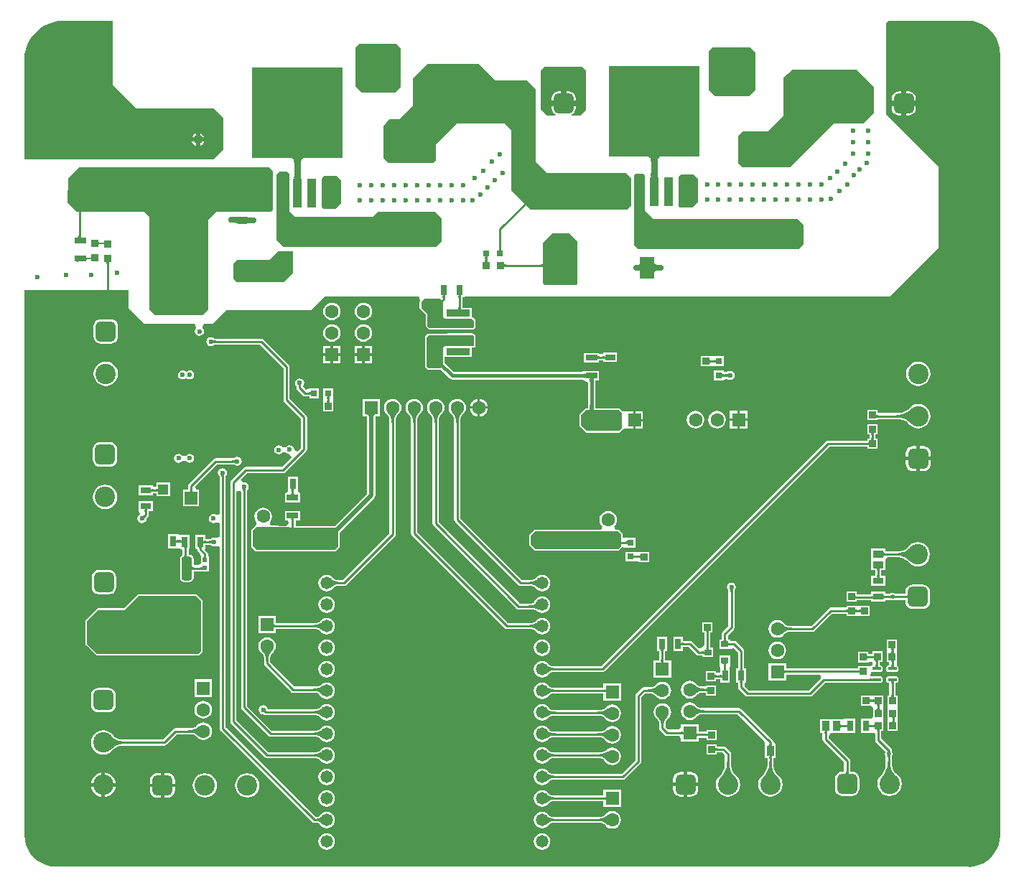
<source format=gtl>
G04*
G04 #@! TF.GenerationSoftware,Altium Limited,Altium Designer,22.10.1 (41)*
G04*
G04 Layer_Physical_Order=1*
G04 Layer_Color=255*
%FSLAX25Y25*%
%MOIN*%
G70*
G04*
G04 #@! TF.SameCoordinates,F8C157B4-DA96-4F04-9901-D09C045D4249*
G04*
G04*
G04 #@! TF.FilePolarity,Positive*
G04*
G01*
G75*
%ADD14C,0.01000*%
G04:AMPARAMS|DCode=20|XSize=159.06mil|YSize=83.46mil|CornerRadius=16.69mil|HoleSize=0mil|Usage=FLASHONLY|Rotation=180.000|XOffset=0mil|YOffset=0mil|HoleType=Round|Shape=RoundedRectangle|*
%AMROUNDEDRECTD20*
21,1,0.15906,0.05008,0,0,180.0*
21,1,0.12567,0.08346,0,0,180.0*
1,1,0.03339,-0.06284,0.02504*
1,1,0.03339,0.06284,0.02504*
1,1,0.03339,0.06284,-0.02504*
1,1,0.03339,-0.06284,-0.02504*
%
%ADD20ROUNDEDRECTD20*%
%ADD21R,0.07874X0.15748*%
%ADD22R,0.21654X0.11811*%
%ADD23R,0.03937X0.13780*%
G04:AMPARAMS|DCode=24|XSize=41.73mil|YSize=15.35mil|CornerRadius=1.92mil|HoleSize=0mil|Usage=FLASHONLY|Rotation=180.000|XOffset=0mil|YOffset=0mil|HoleType=Round|Shape=RoundedRectangle|*
%AMROUNDEDRECTD24*
21,1,0.04173,0.01152,0,0,180.0*
21,1,0.03789,0.01535,0,0,180.0*
1,1,0.00384,-0.01895,0.00576*
1,1,0.00384,0.01895,0.00576*
1,1,0.00384,0.01895,-0.00576*
1,1,0.00384,-0.01895,-0.00576*
%
%ADD24ROUNDEDRECTD24*%
%ADD25R,0.05700X0.03000*%
%ADD26R,0.04900X0.04902*%
%ADD27R,0.05906X0.06299*%
%ADD28R,0.03150X0.03150*%
%ADD29R,0.03150X0.03150*%
%ADD30R,0.05118X0.03543*%
%ADD31R,0.03543X0.05118*%
%ADD32R,0.03937X0.03740*%
G04:AMPARAMS|DCode=33|XSize=48.03mil|YSize=111.42mil|CornerRadius=12.01mil|HoleSize=0mil|Usage=FLASHONLY|Rotation=180.000|XOffset=0mil|YOffset=0mil|HoleType=Round|Shape=RoundedRectangle|*
%AMROUNDEDRECTD33*
21,1,0.04803,0.08740,0,0,180.0*
21,1,0.02402,0.11142,0,0,180.0*
1,1,0.02402,-0.01201,0.04370*
1,1,0.02402,0.01201,0.04370*
1,1,0.02402,0.01201,-0.04370*
1,1,0.02402,-0.01201,-0.04370*
%
%ADD33ROUNDEDRECTD33*%
%ADD34R,0.11142X0.03189*%
%ADD35R,0.23622X0.23622*%
%ADD36R,0.03150X0.05118*%
%ADD37R,0.05118X0.03150*%
%ADD38R,0.03347X0.03347*%
%ADD39R,0.03347X0.03347*%
%ADD40R,0.02362X0.01968*%
%ADD41R,0.06693X0.09843*%
%ADD42R,0.03543X0.03150*%
G04:AMPARAMS|DCode=43|XSize=19.68mil|YSize=13.78mil|CornerRadius=3.45mil|HoleSize=0mil|Usage=FLASHONLY|Rotation=180.000|XOffset=0mil|YOffset=0mil|HoleType=Round|Shape=RoundedRectangle|*
%AMROUNDEDRECTD43*
21,1,0.01968,0.00689,0,0,180.0*
21,1,0.01280,0.01378,0,0,180.0*
1,1,0.00689,-0.00640,0.00345*
1,1,0.00689,0.00640,0.00345*
1,1,0.00689,0.00640,-0.00345*
1,1,0.00689,-0.00640,-0.00345*
%
%ADD43ROUNDEDRECTD43*%
G04:AMPARAMS|DCode=44|XSize=19.68mil|YSize=13.78mil|CornerRadius=3.45mil|HoleSize=0mil|Usage=FLASHONLY|Rotation=90.000|XOffset=0mil|YOffset=0mil|HoleType=Round|Shape=RoundedRectangle|*
%AMROUNDEDRECTD44*
21,1,0.01968,0.00689,0,0,90.0*
21,1,0.01280,0.01378,0,0,90.0*
1,1,0.00689,0.00345,0.00640*
1,1,0.00689,0.00345,-0.00640*
1,1,0.00689,-0.00345,-0.00640*
1,1,0.00689,-0.00345,0.00640*
%
%ADD44ROUNDEDRECTD44*%
%ADD72C,0.05800*%
%ADD77C,0.21654*%
%ADD82R,0.42126X0.42126*%
G04:AMPARAMS|DCode=83|XSize=221.65mil|YSize=240.16mil|CornerRadius=11.08mil|HoleSize=0mil|Usage=FLASHONLY|Rotation=180.000|XOffset=0mil|YOffset=0mil|HoleType=Round|Shape=RoundedRectangle|*
%AMROUNDEDRECTD83*
21,1,0.22165,0.21799,0,0,180.0*
21,1,0.19949,0.24016,0,0,180.0*
1,1,0.02217,-0.09974,0.10900*
1,1,0.02217,0.09974,0.10900*
1,1,0.02217,0.09974,-0.10900*
1,1,0.02217,-0.09974,-0.10900*
%
%ADD83ROUNDEDRECTD83*%
%ADD84C,0.02000*%
%ADD85C,0.01500*%
%ADD86C,0.02500*%
%ADD87C,0.03000*%
%ADD88C,0.00700*%
%ADD89C,0.09449*%
G04:AMPARAMS|DCode=90|XSize=94.49mil|YSize=94.49mil|CornerRadius=23.62mil|HoleSize=0mil|Usage=FLASHONLY|Rotation=90.000|XOffset=0mil|YOffset=0mil|HoleType=Round|Shape=RoundedRectangle|*
%AMROUNDEDRECTD90*
21,1,0.09449,0.04724,0,0,90.0*
21,1,0.04724,0.09449,0,0,90.0*
1,1,0.04724,0.02362,0.02362*
1,1,0.04724,0.02362,-0.02362*
1,1,0.04724,-0.02362,-0.02362*
1,1,0.04724,-0.02362,0.02362*
%
%ADD90ROUNDEDRECTD90*%
G04:AMPARAMS|DCode=91|XSize=94.49mil|YSize=94.49mil|CornerRadius=23.62mil|HoleSize=0mil|Usage=FLASHONLY|Rotation=0.000|XOffset=0mil|YOffset=0mil|HoleType=Round|Shape=RoundedRectangle|*
%AMROUNDEDRECTD91*
21,1,0.09449,0.04724,0,0,0.0*
21,1,0.04724,0.09449,0,0,0.0*
1,1,0.04724,0.02362,-0.02362*
1,1,0.04724,-0.02362,-0.02362*
1,1,0.04724,-0.02362,0.02362*
1,1,0.04724,0.02362,0.02362*
%
%ADD91ROUNDEDRECTD91*%
%ADD92C,0.04331*%
%ADD93C,0.06299*%
%ADD94R,0.06299X0.06299*%
%ADD95R,0.06299X0.06299*%
%ADD96C,0.02362*%
G36*
X176181Y381406D02*
X176181Y363386D01*
X173524Y360728D01*
X157972D01*
X155118Y363583D01*
Y380512D01*
Y381791D01*
X156693Y383366D01*
X174221D01*
X176181Y381406D01*
D02*
G37*
G36*
X340650Y379536D02*
X340650Y362106D01*
X337697Y359154D01*
X322146D01*
X319291Y362008D01*
Y378937D01*
Y380217D01*
X320866Y381791D01*
X338394D01*
X340650Y379536D01*
D02*
G37*
G36*
X262264Y370875D02*
X262264Y352854D01*
X259606Y350197D01*
X255592D01*
X255492Y350697D01*
X255722Y350792D01*
X256380Y351297D01*
X256885Y351955D01*
X257202Y352721D01*
X257311Y353543D01*
Y354655D01*
X251772D01*
X246233D01*
Y353543D01*
X246341Y352721D01*
X246658Y351955D01*
X247163Y351297D01*
X247821Y350792D01*
X248051Y350697D01*
X247952Y350197D01*
X244055D01*
X241201Y353051D01*
Y369980D01*
Y371260D01*
X242776Y372835D01*
X260304D01*
X262264Y370875D01*
D02*
G37*
G36*
X42323Y394241D02*
Y364469D01*
X53347Y353445D01*
X89468D01*
X93898Y349016D01*
Y334646D01*
X88976Y329724D01*
X1466D01*
X1465Y375595D01*
X1465Y375599D01*
X1465Y376092D01*
X1481Y376586D01*
X1605Y378463D01*
X2068Y380794D01*
X2832Y383044D01*
X3883Y385175D01*
X5203Y387151D01*
X6770Y388937D01*
X8556Y390504D01*
X10532Y391824D01*
X12663Y392875D01*
X14913Y393639D01*
X17244Y394103D01*
X19122Y394226D01*
X19615Y394242D01*
Y394242D01*
X19615Y394242D01*
X42323Y394241D01*
D02*
G37*
G36*
X296550Y331094D02*
X296295Y331003D01*
X296070Y330853D01*
X295875Y330642D01*
X295710Y330371D01*
X295575Y330040D01*
X295470Y329648D01*
X295395Y329196D01*
X295350Y328684D01*
X295335Y328112D01*
X292335D01*
X292320Y328684D01*
X292275Y329196D01*
X292200Y329648D01*
X292095Y330040D01*
X291960Y330371D01*
X291795Y330642D01*
X291600Y330853D01*
X291375Y331003D01*
X291120Y331094D01*
X290835Y331124D01*
X296835D01*
X296550Y331094D01*
D02*
G37*
G36*
X130943Y330444D02*
X130688Y330353D01*
X130463Y330203D01*
X130268Y329992D01*
X130103Y329721D01*
X129968Y329389D01*
X129863Y328998D01*
X129788Y328546D01*
X129743Y328034D01*
X129728Y327462D01*
X126728D01*
X126713Y328034D01*
X126668Y328546D01*
X126593Y328998D01*
X126488Y329389D01*
X126353Y329721D01*
X126188Y329992D01*
X125993Y330203D01*
X125768Y330353D01*
X125513Y330444D01*
X125228Y330474D01*
X131228D01*
X130943Y330444D01*
D02*
G37*
G36*
X395866Y363272D02*
Y351528D01*
X390846Y346508D01*
X377315D01*
X356945Y326138D01*
X334689Y326138D01*
X332776Y328051D01*
Y340944D01*
X334745Y342913D01*
X346654D01*
X353843Y350103D01*
Y367815D01*
X358082Y371457D01*
X387681D01*
X395866Y363272D01*
D02*
G37*
G36*
X295339Y324266D02*
X295449Y322586D01*
X295499Y322316D01*
X295558Y322106D01*
X295627Y321956D01*
X295704Y321866D01*
X295791Y321836D01*
X291878D01*
X291965Y321866D01*
X292042Y321956D01*
X292111Y322106D01*
X292170Y322316D01*
X292220Y322586D01*
X292262Y322916D01*
X292316Y323756D01*
X292335Y324836D01*
X295335D01*
X295339Y324266D01*
D02*
G37*
G36*
X129733Y323616D02*
X129842Y321936D01*
X129893Y321666D01*
X129952Y321456D01*
X130020Y321306D01*
X130098Y321216D01*
X130185Y321186D01*
X126272D01*
X126359Y321216D01*
X126436Y321306D01*
X126505Y321456D01*
X126564Y321666D01*
X126614Y321936D01*
X126655Y322266D01*
X126710Y323106D01*
X126728Y324186D01*
X129728D01*
X129733Y323616D01*
D02*
G37*
G36*
X301292Y313745D02*
X301237Y313651D01*
X301188Y313537D01*
X301145Y313403D01*
X301109Y313248D01*
X301080Y313074D01*
X301041Y312665D01*
X301031Y312430D01*
X301028Y312176D01*
X300028D01*
X300024Y312430D01*
X299975Y313074D01*
X299946Y313248D01*
X299910Y313403D01*
X299867Y313537D01*
X299818Y313651D01*
X299763Y313745D01*
X299701Y313820D01*
X301354D01*
X301292Y313745D01*
D02*
G37*
G36*
X314173Y320673D02*
X314173Y310037D01*
X311518Y307382D01*
X305941D01*
X304978Y308345D01*
Y321623D01*
X306132Y322777D01*
X312069D01*
X314173Y320673D01*
D02*
G37*
G36*
X148567Y320023D02*
X148567Y309387D01*
X145911Y306732D01*
X140335D01*
X139661Y307405D01*
Y321263D01*
X140525Y322127D01*
X146463D01*
X148567Y320023D01*
D02*
G37*
G36*
X220079Y366634D02*
X234842D01*
X238878Y362598D01*
Y354438D01*
Y328740D01*
X243996Y323622D01*
X280610D01*
X282969Y321264D01*
Y308559D01*
X281004Y306594D01*
X236417D01*
X227364Y315648D01*
Y343600D01*
X224508Y346457D01*
X202097D01*
X192618Y336978D01*
Y329624D01*
X191341Y328346D01*
X170374Y328346D01*
X168209Y330512D01*
X168209Y345029D01*
X170866Y348425D01*
X175591D01*
X181693Y354527D01*
Y367323D01*
X188484Y374114D01*
X212598D01*
X220079Y366634D01*
D02*
G37*
G36*
X104616Y303402D02*
X104691Y303298D01*
X104816Y303207D01*
X104991Y303128D01*
X105216Y303061D01*
X105491Y303007D01*
X105816Y302964D01*
X106616Y302915D01*
X107091Y302909D01*
Y300409D01*
X106616Y300403D01*
X105491Y300312D01*
X105216Y300257D01*
X104991Y300190D01*
X104816Y300111D01*
X104691Y300020D01*
X104616Y299917D01*
X104591Y299801D01*
Y303517D01*
X104616Y303402D01*
D02*
G37*
G36*
X100678Y299801D02*
X100653Y299922D01*
X100578Y300031D01*
X100453Y300127D01*
X100278Y300209D01*
X100053Y300280D01*
X99778Y300337D01*
X99453Y300382D01*
X98653Y300433D01*
X98178Y300439D01*
Y302939D01*
X98653Y302945D01*
X99778Y303032D01*
X100053Y303084D01*
X100278Y303147D01*
X100453Y303222D01*
X100578Y303309D01*
X100653Y303407D01*
X100678Y303517D01*
Y299801D01*
D02*
G37*
G36*
X27490Y294488D02*
X27505Y294316D01*
X27529Y294164D01*
X27564Y294033D01*
X27610Y293921D01*
X27665Y293830D01*
X27729Y293759D01*
X27804Y293709D01*
X27889Y293678D01*
X27984Y293668D01*
X25984D01*
X26079Y293678D01*
X26164Y293709D01*
X26239Y293759D01*
X26305Y293830D01*
X26360Y293921D01*
X26405Y294033D01*
X26439Y294164D01*
X26465Y294316D01*
X26480Y294488D01*
X26485Y294680D01*
X27485D01*
X27490Y294488D01*
D02*
G37*
G36*
X38410Y290203D02*
X38403Y290270D01*
X38381Y290330D01*
X38346Y290382D01*
X38296Y290427D01*
X38232Y290466D01*
X38153Y290497D01*
X38061Y290522D01*
X37954Y290540D01*
X37833Y290550D01*
X37698Y290553D01*
Y291253D01*
X37833Y291257D01*
X37954Y291267D01*
X38061Y291285D01*
X38153Y291309D01*
X38232Y291341D01*
X38296Y291379D01*
X38346Y291425D01*
X38381Y291477D01*
X38403Y291537D01*
X38410Y291603D01*
Y290203D01*
D02*
G37*
G36*
X35908Y291537D02*
X35930Y291477D01*
X35965Y291425D01*
X36015Y291379D01*
X36079Y291341D01*
X36158Y291309D01*
X36250Y291285D01*
X36357Y291267D01*
X36478Y291257D01*
X36613Y291253D01*
Y290553D01*
X36478Y290550D01*
X36357Y290540D01*
X36250Y290522D01*
X36158Y290497D01*
X36079Y290466D01*
X36015Y290427D01*
X35965Y290382D01*
X35930Y290330D01*
X35908Y290270D01*
X35901Y290203D01*
Y291603D01*
X35908Y291537D01*
D02*
G37*
G36*
X124606Y322933D02*
Y305692D01*
X127050Y303248D01*
X163287D01*
X165551Y305512D01*
X192027D01*
X195276Y302264D01*
Y291831D01*
X192618Y289173D01*
X121752D01*
X118405Y292520D01*
Y322933D01*
X119685Y324213D01*
X123327D01*
X124606Y322933D01*
D02*
G37*
G36*
X289567Y322443D02*
Y306102D01*
X293406Y302264D01*
X360531D01*
X363287Y299508D01*
Y290650D01*
X360827Y288189D01*
X286417D01*
X284547Y290059D01*
Y322539D01*
X285138Y323130D01*
X288880D01*
X289567Y322443D01*
D02*
G37*
G36*
X222769Y288620D02*
X222784Y288448D01*
X222809Y288296D01*
X222844Y288165D01*
X222889Y288053D01*
X222944Y287962D01*
X223009Y287892D01*
X223084Y287841D01*
X223169Y287811D01*
X223264Y287800D01*
X221264D01*
X221359Y287811D01*
X221444Y287841D01*
X221519Y287892D01*
X221584Y287962D01*
X221639Y288053D01*
X221684Y288165D01*
X221719Y288296D01*
X221744Y288448D01*
X221759Y288620D01*
X221764Y288812D01*
X222764D01*
X222769Y288620D01*
D02*
G37*
G36*
X216653Y284677D02*
X216568Y284647D01*
X216493Y284597D01*
X216428Y284527D01*
X216373Y284437D01*
X216328Y284327D01*
X216293Y284197D01*
X216268Y284047D01*
X216253Y283877D01*
X216248Y283687D01*
X215248D01*
X215243Y283877D01*
X215228Y284047D01*
X215203Y284197D01*
X215168Y284327D01*
X215123Y284437D01*
X215068Y284527D01*
X215003Y284597D01*
X214928Y284647D01*
X214843Y284677D01*
X214748Y284687D01*
X216748D01*
X216653Y284677D01*
D02*
G37*
G36*
X126193Y287094D02*
Y277157D01*
X121969Y272933D01*
X113775Y272933D01*
X100098Y272933D01*
X98499Y274533D01*
Y281507D01*
X100101Y283109D01*
X115164Y283109D01*
X119329Y287274D01*
X126014D01*
X126193Y287094D01*
D02*
G37*
G36*
X32591Y283092D02*
X32584Y283159D01*
X32563Y283218D01*
X32528Y283271D01*
X32479Y283316D01*
X32416Y283355D01*
X32339Y283386D01*
X32248Y283411D01*
X32143Y283428D01*
X32024Y283439D01*
X31891Y283442D01*
Y284142D01*
X32024Y284146D01*
X32143Y284156D01*
X32248Y284174D01*
X32339Y284198D01*
X32416Y284230D01*
X32479Y284268D01*
X32528Y284314D01*
X32563Y284366D01*
X32584Y284426D01*
X32591Y284492D01*
Y283092D01*
D02*
G37*
G36*
X30207Y284426D02*
X30228Y284366D01*
X30263Y284314D01*
X30312Y284268D01*
X30375Y284230D01*
X30452Y284198D01*
X30543Y284174D01*
X30648Y284156D01*
X30767Y284146D01*
X30900Y284142D01*
Y283442D01*
X30767Y283439D01*
X30648Y283428D01*
X30543Y283411D01*
X30452Y283386D01*
X30375Y283355D01*
X30312Y283316D01*
X30263Y283271D01*
X30228Y283218D01*
X30207Y283159D01*
X30200Y283092D01*
Y284492D01*
X30207Y284426D01*
D02*
G37*
G36*
X216253Y283082D02*
X216268Y282911D01*
X216293Y282762D01*
X216328Y282631D01*
X216373Y282522D01*
X216428Y282432D01*
X216493Y282362D01*
X216568Y282312D01*
X216653Y282281D01*
X216748Y282272D01*
X214748D01*
X214843Y282281D01*
X214928Y282312D01*
X215003Y282362D01*
X215068Y282432D01*
X215123Y282522D01*
X215168Y282631D01*
X215203Y282762D01*
X215228Y282911D01*
X215243Y283082D01*
X215248Y283272D01*
X216248D01*
X216253Y283082D01*
D02*
G37*
G36*
X40964Y282297D02*
X40879Y282267D01*
X40804Y282216D01*
X40739Y282146D01*
X40684Y282054D01*
X40639Y281943D01*
X40604Y281812D01*
X40579Y281660D01*
X40564Y281488D01*
X40559Y281295D01*
X39559D01*
X39554Y281488D01*
X39539Y281660D01*
X39514Y281812D01*
X39479Y281943D01*
X39434Y282054D01*
X39379Y282146D01*
X39314Y282216D01*
X39239Y282267D01*
X39154Y282297D01*
X39059Y282308D01*
X41059D01*
X40964Y282297D01*
D02*
G37*
G36*
X224100Y281515D02*
X224131Y281430D01*
X224181Y281355D01*
X224252Y281290D01*
X224343Y281235D01*
X224454Y281190D01*
X224586Y281155D01*
X224738Y281130D01*
X224910Y281115D01*
X225102Y281110D01*
Y280110D01*
X224910Y280105D01*
X224738Y280090D01*
X224586Y280065D01*
X224454Y280030D01*
X224343Y279985D01*
X224252Y279930D01*
X224181Y279865D01*
X224131Y279790D01*
X224100Y279705D01*
X224090Y279610D01*
Y281610D01*
X224100Y281515D01*
D02*
G37*
G36*
X287130Y277861D02*
X287112Y277959D01*
X287059Y278046D01*
X286970Y278123D01*
X286846Y278190D01*
X286686Y278247D01*
X286491Y278293D01*
X286259Y278330D01*
X285993Y278355D01*
X285353Y278376D01*
Y280876D01*
X285691Y280881D01*
X286259Y280922D01*
X286491Y280958D01*
X286686Y281005D01*
X286846Y281062D01*
X286970Y281129D01*
X287059Y281206D01*
X287112Y281293D01*
X287130Y281391D01*
Y277861D01*
D02*
G37*
G36*
X293800Y281889D02*
X293876Y281676D01*
X294001Y281488D01*
X294177Y281326D01*
X294403Y281189D01*
X294679Y281076D01*
X295006Y280989D01*
X295383Y280926D01*
X295810Y280889D01*
X296287Y280876D01*
Y278376D01*
X295810Y278363D01*
X295383Y278326D01*
X295006Y278263D01*
X294679Y278176D01*
X294403Y278064D01*
X294177Y277926D01*
X294001Y277764D01*
X293876Y277576D01*
X293800Y277363D01*
X293775Y277126D01*
Y282126D01*
X293800Y281889D01*
D02*
G37*
G36*
X254528Y295374D02*
X258071Y291831D01*
Y272146D01*
X257382Y271457D01*
X243012Y271457D01*
X241988Y272480D01*
Y280089D01*
X241584Y280108D01*
X241330Y280110D01*
X241142Y281110D01*
X241397Y281114D01*
X241988Y281166D01*
Y290905D01*
X246457Y295374D01*
X254528Y295374D01*
D02*
G37*
G36*
X204350Y266648D02*
X204265Y266617D01*
X204190Y266567D01*
X204125Y266496D01*
X204070Y266405D01*
X204025Y266294D01*
X203990Y266162D01*
X203965Y266010D01*
X203950Y265838D01*
X203945Y265646D01*
X202945D01*
X202940Y265838D01*
X202925Y266010D01*
X202900Y266162D01*
X202865Y266294D01*
X202820Y266405D01*
X202765Y266496D01*
X202700Y266567D01*
X202625Y266617D01*
X202540Y266648D01*
X202445Y266658D01*
X204445D01*
X204350Y266648D01*
D02*
G37*
G36*
X196870D02*
X196785Y266617D01*
X196710Y266567D01*
X196645Y266496D01*
X196590Y266405D01*
X196545Y266294D01*
X196510Y266162D01*
X196485Y266010D01*
X196470Y265838D01*
X196465Y265646D01*
X195465D01*
X195460Y265838D01*
X195445Y266010D01*
X195420Y266162D01*
X195385Y266294D01*
X195340Y266405D01*
X195285Y266496D01*
X195220Y266567D01*
X195145Y266617D01*
X195060Y266648D01*
X194965Y266658D01*
X196965D01*
X196870Y266648D01*
D02*
G37*
G36*
X203950Y261022D02*
X203965Y260850D01*
X203990Y260699D01*
X204025Y260567D01*
X204070Y260456D01*
X204125Y260365D01*
X204190Y260294D01*
X204265Y260243D01*
X204350Y260213D01*
X204445Y260203D01*
X202445D01*
X202540Y260213D01*
X202625Y260243D01*
X202700Y260294D01*
X202765Y260365D01*
X202820Y260456D01*
X202865Y260567D01*
X202900Y260699D01*
X202925Y260850D01*
X202940Y261022D01*
X202945Y261215D01*
X203945D01*
X203950Y261022D01*
D02*
G37*
G36*
X116831Y324213D02*
Y306483D01*
X115859Y305512D01*
X90551D01*
X86811Y301772D01*
Y260039D01*
X84139Y257367D01*
X62121Y257367D01*
X59449Y260039D01*
Y303346D01*
X57284Y305512D01*
X25886D01*
X21555Y309842D01*
X21654Y321063D01*
X26673Y326083D01*
X114961D01*
X116831Y324213D01*
D02*
G37*
G36*
X195866Y263878D02*
X195866Y256945D01*
X196828Y255983D01*
X209071D01*
X210126Y254928D01*
X210111Y252581D01*
Y252110D01*
X209533Y251532D01*
X189511D01*
X188484Y252559D01*
X188484Y258076D01*
X188102Y258459D01*
Y258476D01*
X188085D01*
X185630Y260931D01*
Y263976D01*
X187008Y265354D01*
X194390D01*
X195866Y263878D01*
D02*
G37*
G36*
X437412Y394222D02*
X439001Y394222D01*
X439001Y394222D01*
X439009Y394224D01*
X440568Y394131D01*
X441485Y394059D01*
X443813Y393500D01*
X446024Y392584D01*
X448065Y391334D01*
X449886Y389779D01*
X451440Y387959D01*
X452691Y385917D01*
X453607Y383706D01*
X454166Y381378D01*
X454231Y380551D01*
X454329Y378991D01*
X454330Y377391D01*
X454346Y16038D01*
X454363Y15956D01*
X454188Y13738D01*
X453650Y11496D01*
X452767Y9365D01*
X451562Y7398D01*
X450064Y5645D01*
X448310Y4147D01*
X446344Y2942D01*
X444213Y2059D01*
X441970Y1521D01*
X439757Y1346D01*
X439677Y1362D01*
X16253Y1444D01*
X16142Y1466D01*
X16060Y1450D01*
X13842Y1625D01*
X11600Y2163D01*
X9469Y3046D01*
X7502Y4251D01*
X5749Y5749D01*
X4251Y7502D01*
X3046Y9469D01*
X2163Y11600D01*
X1625Y13842D01*
X1450Y16060D01*
X1466Y16142D01*
X1466Y269193D01*
X49902D01*
Y260728D01*
X57185Y253445D01*
X80524D01*
X80754Y253151D01*
X81164Y251500D01*
X80704Y250812D01*
X80542Y250000D01*
X80704Y249188D01*
X81164Y248500D01*
X81852Y248040D01*
X82664Y247878D01*
X83476Y248040D01*
X84165Y248500D01*
X84625Y249188D01*
X84786Y250000D01*
X84625Y250812D01*
X84165Y251500D01*
X84575Y253151D01*
X84804Y253445D01*
X88836D01*
X95276Y259884D01*
X134294D01*
X140650Y266240D01*
X184622D01*
X185284Y264640D01*
X185125Y264481D01*
X184970Y264249D01*
X184916Y263976D01*
Y260931D01*
X184970Y260658D01*
X185125Y260426D01*
X187580Y257971D01*
X187590Y257964D01*
X187597Y257954D01*
X187770Y257781D01*
X187770Y252559D01*
X187825Y252286D01*
X187980Y252054D01*
X189006Y251028D01*
X189238Y250873D01*
X189511Y250818D01*
X209533D01*
X209806Y250873D01*
X210038Y251028D01*
X210615Y251605D01*
X210770Y251836D01*
X210824Y252110D01*
Y252579D01*
X210840Y254924D01*
X210839Y254926D01*
X210840Y254928D01*
X210813Y255063D01*
X210787Y255197D01*
X210786Y255199D01*
X210785Y255202D01*
X210709Y255315D01*
X210634Y255430D01*
X210632Y255431D01*
X210631Y255433D01*
X209576Y256487D01*
X209345Y256642D01*
X209093Y256692D01*
Y260927D01*
X204872D01*
Y265934D01*
X205720D01*
Y266240D01*
X403051D01*
X425787Y288976D01*
Y326378D01*
X401476Y350689D01*
Y381890D01*
Y393093D01*
X402608Y394224D01*
X437412Y394222D01*
D02*
G37*
%LPC*%
G36*
X254134Y361444D02*
X253022D01*
Y357155D01*
X257311D01*
Y358268D01*
X257202Y359090D01*
X256885Y359856D01*
X256380Y360514D01*
X255722Y361019D01*
X254956Y361336D01*
X254134Y361444D01*
D02*
G37*
G36*
X250522D02*
X249409D01*
X248587Y361336D01*
X247821Y361019D01*
X247163Y360514D01*
X246658Y359856D01*
X246341Y359090D01*
X246233Y358268D01*
Y357155D01*
X250522D01*
Y361444D01*
D02*
G37*
G36*
X83087Y341945D02*
Y340075D01*
X84957D01*
X84912Y340245D01*
X84512Y340936D01*
X83948Y341501D01*
X83257Y341900D01*
X83087Y341945D01*
D02*
G37*
G36*
X81087D02*
X80917Y341900D01*
X80225Y341501D01*
X79661Y340936D01*
X79262Y340245D01*
X79216Y340075D01*
X81087D01*
Y341945D01*
D02*
G37*
G36*
X84957Y338075D02*
X83087D01*
Y336204D01*
X83257Y336250D01*
X83948Y336649D01*
X84512Y337213D01*
X84912Y337905D01*
X84957Y338075D01*
D02*
G37*
G36*
X81087D02*
X79216D01*
X79262Y337905D01*
X79661Y337213D01*
X80225Y336649D01*
X80917Y336250D01*
X81087Y336204D01*
Y338075D01*
D02*
G37*
G36*
X412017Y361389D02*
X410905D01*
Y357100D01*
X415194D01*
Y358212D01*
X415086Y359035D01*
X414769Y359801D01*
X414264Y360459D01*
X413606Y360964D01*
X412840Y361281D01*
X412017Y361389D01*
D02*
G37*
G36*
X408405D02*
X407293D01*
X406471Y361281D01*
X405704Y360964D01*
X405047Y360459D01*
X404542Y359801D01*
X404224Y359035D01*
X404116Y358212D01*
Y357100D01*
X408405D01*
Y361389D01*
D02*
G37*
G36*
X415194Y354600D02*
X410905D01*
Y350311D01*
X412017D01*
X412840Y350420D01*
X413606Y350737D01*
X414264Y351242D01*
X414769Y351900D01*
X415086Y352666D01*
X415194Y353488D01*
Y354600D01*
D02*
G37*
G36*
X408405D02*
X404116D01*
Y353488D01*
X404224Y352666D01*
X404542Y351900D01*
X405047Y351242D01*
X405704Y350737D01*
X406471Y350420D01*
X407293Y350311D01*
X408405D01*
Y354600D01*
D02*
G37*
G36*
X158858Y263336D02*
X157801Y263197D01*
X156816Y262789D01*
X155970Y262140D01*
X155321Y261294D01*
X154913Y260309D01*
X154774Y259252D01*
X154913Y258195D01*
X155321Y257210D01*
X155970Y256364D01*
X156816Y255715D01*
X157801Y255307D01*
X158858Y255167D01*
X159915Y255307D01*
X160900Y255715D01*
X161747Y256364D01*
X162396Y257210D01*
X162804Y258195D01*
X162943Y259252D01*
X162804Y260309D01*
X162396Y261294D01*
X161747Y262140D01*
X160900Y262789D01*
X159915Y263197D01*
X158858Y263336D01*
D02*
G37*
G36*
X144193D02*
X143136Y263197D01*
X142151Y262789D01*
X141305Y262140D01*
X140656Y261294D01*
X140248Y260309D01*
X140108Y259252D01*
X140248Y258195D01*
X140656Y257210D01*
X141305Y256364D01*
X142151Y255715D01*
X143136Y255307D01*
X144193Y255167D01*
X145250Y255307D01*
X146235Y255715D01*
X147081Y256364D01*
X147730Y257210D01*
X148138Y258195D01*
X148277Y259252D01*
X148138Y260309D01*
X147730Y261294D01*
X147081Y262140D01*
X146235Y262789D01*
X145250Y263197D01*
X144193Y263336D01*
D02*
G37*
G36*
X209533Y249041D02*
X206594D01*
X206592Y249040D01*
X206591Y249041D01*
X188972Y248942D01*
X188838Y248915D01*
X188703Y248888D01*
X188702Y248887D01*
X188700Y248886D01*
X188586Y248810D01*
X188472Y248733D01*
X187509Y247771D01*
X187355Y247539D01*
X187300Y247266D01*
Y233836D01*
X187355Y233563D01*
X187509Y233332D01*
X187509Y233332D01*
X188472Y232369D01*
X188703Y232215D01*
X188976Y232160D01*
X194587Y232160D01*
X194757Y232194D01*
X198778Y228173D01*
X198778Y228173D01*
X199324Y227809D01*
X199968Y227681D01*
X260598D01*
X261115Y227163D01*
Y227163D01*
X262479Y226592D01*
X262983Y226152D01*
Y214221D01*
X262138D01*
X261864Y214167D01*
X261633Y214012D01*
X259242Y211620D01*
X259087Y211389D01*
X259033Y211116D01*
Y206487D01*
X259087Y206214D01*
X259242Y205982D01*
X261996Y203227D01*
X262228Y203072D01*
X262501Y203018D01*
X277362D01*
X277635Y203072D01*
X277867Y203227D01*
X279253Y204613D01*
X280584Y204884D01*
X280996Y204913D01*
X281204Y204913D01*
X284165D01*
Y208850D01*
Y212787D01*
X280987D01*
X280728Y212787D01*
X279128Y212747D01*
X277864Y214012D01*
X277632Y214167D01*
X277359Y214221D01*
X266348D01*
Y227163D01*
X268215D01*
Y231563D01*
X262715D01*
X261836Y231563D01*
X261827Y231565D01*
X261115Y231563D01*
X259730Y231045D01*
X200664D01*
X196383Y235327D01*
Y236807D01*
X196551Y238338D01*
X209093D01*
Y242460D01*
X209855D01*
X210128Y242514D01*
X210359Y242669D01*
X210632Y242942D01*
X210787Y243174D01*
X210841Y243447D01*
Y247732D01*
X210787Y248005D01*
X210632Y248237D01*
X210038Y248831D01*
X209806Y248986D01*
X209533Y249041D01*
D02*
G37*
G36*
X158858Y253337D02*
X157801Y253197D01*
X156816Y252789D01*
X155970Y252140D01*
X155321Y251294D01*
X154913Y250309D01*
X154774Y249252D01*
X154913Y248195D01*
X155321Y247210D01*
X155970Y246364D01*
X156816Y245715D01*
X157801Y245307D01*
X158858Y245167D01*
X159915Y245307D01*
X160900Y245715D01*
X161747Y246364D01*
X162396Y247210D01*
X162804Y248195D01*
X162943Y249252D01*
X162804Y250309D01*
X162396Y251294D01*
X161747Y252140D01*
X160900Y252789D01*
X159915Y253197D01*
X158858Y253337D01*
D02*
G37*
G36*
X144193D02*
X143136Y253197D01*
X142151Y252789D01*
X141305Y252140D01*
X140656Y251294D01*
X140248Y250309D01*
X140108Y249252D01*
X140248Y248195D01*
X140656Y247210D01*
X141305Y246364D01*
X142151Y245715D01*
X143136Y245307D01*
X144193Y245167D01*
X145250Y245307D01*
X146235Y245715D01*
X147081Y246364D01*
X147730Y247210D01*
X148138Y248195D01*
X148277Y249252D01*
X148138Y250309D01*
X147730Y251294D01*
X147081Y252140D01*
X146235Y252789D01*
X145250Y253197D01*
X144193Y253337D01*
D02*
G37*
G36*
X41634Y255653D02*
X36909D01*
X36058Y255540D01*
X35264Y255212D01*
X34583Y254689D01*
X34060Y254007D01*
X33731Y253214D01*
X33619Y252362D01*
Y247638D01*
X33731Y246786D01*
X34060Y245993D01*
X34583Y245311D01*
X35264Y244788D01*
X36058Y244460D01*
X36909Y244347D01*
X41634D01*
X42486Y244460D01*
X43279Y244788D01*
X43961Y245311D01*
X44484Y245993D01*
X44812Y246786D01*
X44924Y247638D01*
Y252362D01*
X44812Y253214D01*
X44484Y254007D01*
X43961Y254689D01*
X43279Y255212D01*
X42486Y255540D01*
X41634Y255653D01*
D02*
G37*
G36*
X162795Y243189D02*
X159508D01*
Y239902D01*
X162795D01*
Y243189D01*
D02*
G37*
G36*
X148130D02*
X144843D01*
Y239902D01*
X148130D01*
Y243189D01*
D02*
G37*
G36*
X143543D02*
X140256D01*
Y239902D01*
X143543D01*
Y243189D01*
D02*
G37*
G36*
X158208D02*
X154921D01*
Y239902D01*
X158208D01*
Y243189D01*
D02*
G37*
G36*
X276577Y240259D02*
X270059D01*
Y239411D01*
X268215D01*
Y239963D01*
X261115D01*
Y235563D01*
X268215D01*
Y236556D01*
X270059D01*
Y235709D01*
X276577D01*
Y240259D01*
D02*
G37*
G36*
X162795Y238602D02*
X159508D01*
Y235315D01*
X162795D01*
Y238602D01*
D02*
G37*
G36*
X158208D02*
X154921D01*
Y235315D01*
X158208D01*
Y238602D01*
D02*
G37*
G36*
X148130D02*
X144843D01*
Y235315D01*
X148130D01*
Y238602D01*
D02*
G37*
G36*
X143543D02*
X140256D01*
Y235315D01*
X143543D01*
Y238602D01*
D02*
G37*
G36*
X318687Y238594D02*
X315540D01*
Y233847D01*
X320287D01*
Y233847D01*
X321446Y233847D01*
Y233847D01*
X325995D01*
Y238397D01*
X321805D01*
X320287Y238594D01*
X318687Y238594D01*
D02*
G37*
G36*
X78146Y231953D02*
X77334Y231791D01*
X76645Y231331D01*
X75615Y231783D01*
X74803Y231945D01*
X73991Y231783D01*
X73303Y231323D01*
X72843Y230635D01*
X72681Y229823D01*
X72843Y229011D01*
X73303Y228322D01*
X73991Y227863D01*
X74803Y227701D01*
X75615Y227863D01*
X76303Y228322D01*
X77334Y227870D01*
X78146Y227709D01*
X78958Y227870D01*
X79646Y228330D01*
X80106Y229019D01*
X80268Y229831D01*
X80106Y230643D01*
X79646Y231331D01*
X78958Y231791D01*
X78146Y231953D01*
D02*
G37*
G36*
X325995Y231901D02*
X321446D01*
Y227351D01*
X325995D01*
Y227671D01*
X327595Y227987D01*
X328223Y227567D01*
X329035Y227406D01*
X329847Y227567D01*
X330536Y228027D01*
X330996Y228716D01*
X331157Y229528D01*
X330996Y230340D01*
X330536Y231028D01*
X329847Y231488D01*
X329035Y231649D01*
X328223Y231488D01*
X327573Y231053D01*
X325995D01*
Y231901D01*
D02*
G37*
G36*
X39272Y235988D02*
X37804Y235795D01*
X36435Y235228D01*
X35260Y234326D01*
X34359Y233151D01*
X33792Y231783D01*
X33599Y230315D01*
X33792Y228847D01*
X34359Y227479D01*
X35260Y226304D01*
X36435Y225402D01*
X37804Y224835D01*
X39272Y224642D01*
X40740Y224835D01*
X42108Y225402D01*
X43283Y226304D01*
X44185Y227479D01*
X44751Y228847D01*
X44945Y230315D01*
X44751Y231783D01*
X44185Y233151D01*
X43283Y234326D01*
X42108Y235228D01*
X40740Y235795D01*
X39272Y235988D01*
D02*
G37*
G36*
X416339Y235988D02*
X414870Y235795D01*
X413502Y235228D01*
X412327Y234326D01*
X411426Y233151D01*
X410859Y231783D01*
X410666Y230315D01*
X410859Y228847D01*
X411426Y227479D01*
X412327Y226304D01*
X413502Y225402D01*
X414870Y224835D01*
X416339Y224642D01*
X417807Y224835D01*
X419175Y225402D01*
X420350Y226304D01*
X421251Y227479D01*
X421818Y228847D01*
X422012Y230315D01*
X421818Y231783D01*
X421251Y233151D01*
X420350Y234326D01*
X419175Y235228D01*
X417807Y235795D01*
X416339Y235988D01*
D02*
G37*
G36*
X129250Y228175D02*
X128438Y228014D01*
X127750Y227554D01*
X127290Y226865D01*
X127128Y226053D01*
X127290Y225241D01*
X127750Y224553D01*
X127823Y224504D01*
Y223801D01*
X127823Y223801D01*
X127931Y223255D01*
X128241Y222792D01*
X130812Y220221D01*
X131275Y219911D01*
X131821Y219802D01*
X131821Y219802D01*
X133650D01*
Y218955D01*
X138200D01*
Y223505D01*
X133650D01*
Y223505D01*
X132050Y223020D01*
X131723Y223347D01*
X130751Y224553D01*
X131210Y225241D01*
X131372Y226053D01*
X131210Y226865D01*
X130751Y227554D01*
X130062Y228014D01*
X129250Y228175D01*
D02*
G37*
G36*
X212882Y218687D02*
Y215067D01*
X216501D01*
X216425Y215650D01*
X216007Y216660D01*
X215341Y217527D01*
X214475Y218192D01*
X213465Y218610D01*
X212882Y218687D01*
D02*
G37*
G36*
X211882D02*
X211299Y218610D01*
X210289Y218192D01*
X209422Y217527D01*
X208757Y216660D01*
X208339Y215650D01*
X208262Y215067D01*
X211882D01*
Y218687D01*
D02*
G37*
G36*
X144696Y223505D02*
X140147D01*
Y218955D01*
X140146D01*
Y217531D01*
X140147D01*
Y212784D01*
X144893D01*
Y217437D01*
X144893Y217531D01*
X144893D01*
X144696Y218955D01*
X144696D01*
Y223505D01*
D02*
G37*
G36*
X416339Y216303D02*
X414870Y216109D01*
X413502Y215543D01*
X412327Y214641D01*
X411568Y213651D01*
X411381Y213502D01*
X410806Y213114D01*
X410204Y212779D01*
X409574Y212495D01*
X408916Y212262D01*
X408227Y212080D01*
X408104Y212057D01*
X397452D01*
Y213594D01*
X392705D01*
Y208847D01*
X397452D01*
Y209203D01*
X408104D01*
X408227Y209180D01*
X408916Y208998D01*
X409574Y208765D01*
X410204Y208481D01*
X410806Y208146D01*
X411381Y207758D01*
X411568Y207608D01*
X412327Y206618D01*
X413502Y205717D01*
X414870Y205150D01*
X416339Y204957D01*
X417807Y205150D01*
X419175Y205717D01*
X420350Y206618D01*
X421251Y207793D01*
X421818Y209162D01*
X422012Y210630D01*
X421818Y212098D01*
X421251Y213466D01*
X420350Y214641D01*
X419175Y215543D01*
X417807Y216109D01*
X416339Y216303D01*
D02*
G37*
G36*
X216501Y214067D02*
X212882D01*
Y210447D01*
X213465Y210524D01*
X214475Y210942D01*
X215341Y211607D01*
X216007Y212474D01*
X216425Y213484D01*
X216501Y214067D01*
D02*
G37*
G36*
X211882D02*
X208262D01*
X208339Y213484D01*
X208757Y212474D01*
X209422Y211607D01*
X210289Y210942D01*
X211299Y210524D01*
X211882Y210447D01*
Y214067D01*
D02*
G37*
G36*
X337122Y213161D02*
X333472D01*
Y209512D01*
X337122D01*
Y213161D01*
D02*
G37*
G36*
X332472D02*
X328823D01*
Y209512D01*
X332472D01*
Y213161D01*
D02*
G37*
G36*
X285165Y212787D02*
Y209350D01*
X288602D01*
Y212787D01*
X285165D01*
D02*
G37*
G36*
X322972Y213096D02*
X321915Y212957D01*
X320930Y212549D01*
X320084Y211900D01*
X319435Y211054D01*
X319027Y210069D01*
X318888Y209012D01*
X319027Y207955D01*
X319435Y206969D01*
X320084Y206123D01*
X320930Y205474D01*
X321915Y205066D01*
X322972Y204927D01*
X324030Y205066D01*
X325015Y205474D01*
X325861Y206123D01*
X326510Y206969D01*
X326918Y207955D01*
X327057Y209012D01*
X326918Y210069D01*
X326510Y211054D01*
X325861Y211900D01*
X325015Y212549D01*
X324030Y212957D01*
X322972Y213096D01*
D02*
G37*
G36*
X312972D02*
X311915Y212957D01*
X310930Y212549D01*
X310084Y211900D01*
X309435Y211054D01*
X309027Y210069D01*
X308888Y209012D01*
X309027Y207955D01*
X309435Y206969D01*
X310084Y206123D01*
X310930Y205474D01*
X311915Y205066D01*
X312972Y204927D01*
X314030Y205066D01*
X315015Y205474D01*
X315861Y206123D01*
X316510Y206969D01*
X316918Y207955D01*
X317057Y209012D01*
X316918Y210069D01*
X316510Y211054D01*
X315861Y211900D01*
X315015Y212549D01*
X314030Y212957D01*
X312972Y213096D01*
D02*
G37*
G36*
X288602Y208350D02*
X285165D01*
Y204913D01*
X288602D01*
Y208350D01*
D02*
G37*
G36*
X337122Y208512D02*
X333472D01*
Y204862D01*
X337122D01*
Y208512D01*
D02*
G37*
G36*
X332472D02*
X328823D01*
Y204862D01*
X332472D01*
Y208512D01*
D02*
G37*
G36*
X397452Y206901D02*
X392705D01*
Y202154D01*
X393651D01*
Y200168D01*
X392705D01*
Y199223D01*
X374370D01*
X374370Y199223D01*
X373824Y199114D01*
X373361Y198805D01*
X373361Y198805D01*
X269133Y94577D01*
X246275D01*
X246246Y94584D01*
X245861Y94704D01*
X245503Y94850D01*
X245171Y95020D01*
X245008Y95123D01*
X244443Y95860D01*
X243649Y96469D01*
X242724Y96852D01*
X241732Y96982D01*
X240740Y96852D01*
X239816Y96469D01*
X239022Y95860D01*
X238413Y95066D01*
X238030Y94142D01*
X237899Y93150D01*
X238030Y92158D01*
X238413Y91233D01*
X239022Y90439D01*
X239816Y89830D01*
X240740Y89447D01*
X241732Y89317D01*
X242724Y89447D01*
X243649Y89830D01*
X244443Y90439D01*
X245008Y91176D01*
X245171Y91279D01*
X245503Y91449D01*
X245861Y91595D01*
X246246Y91716D01*
X246275Y91722D01*
X269724D01*
X269724Y91722D01*
X270271Y91831D01*
X270734Y92140D01*
X374961Y196368D01*
X392705D01*
Y195422D01*
X397452D01*
Y200168D01*
X396506D01*
Y202154D01*
X397452D01*
Y206901D01*
D02*
G37*
G36*
X87980Y247324D02*
X87168Y247163D01*
X86479Y246703D01*
X86019Y246014D01*
X85858Y245202D01*
X86019Y244390D01*
X86479Y243702D01*
X87168Y243242D01*
X87980Y243080D01*
X88792Y243242D01*
X89480Y243702D01*
X89529Y243775D01*
X110899D01*
X121739Y232935D01*
Y218158D01*
X121739Y218158D01*
X121848Y217611D01*
X122157Y217148D01*
X129848Y209458D01*
Y195893D01*
X128176Y194221D01*
X126701Y195009D01*
X126705Y195025D01*
X126543Y195837D01*
X126083Y196525D01*
X125395Y196985D01*
X124583Y197147D01*
X123771Y196985D01*
X123082Y196525D01*
X122917Y196278D01*
X122752Y196224D01*
X121378Y196207D01*
X121140Y196278D01*
X121000Y196487D01*
X120311Y196947D01*
X119499Y197109D01*
X118687Y196947D01*
X117999Y196487D01*
X117539Y195799D01*
X117377Y194987D01*
X117539Y194175D01*
X117999Y193487D01*
X118687Y193027D01*
X119499Y192865D01*
X120311Y193027D01*
X121000Y193487D01*
X121165Y193734D01*
X121330Y193788D01*
X122704Y193805D01*
X122943Y193734D01*
X123082Y193525D01*
X123771Y193065D01*
X124583Y192903D01*
X124599Y192906D01*
X125387Y191432D01*
X121012Y187057D01*
X104232D01*
X103686Y186949D01*
X103223Y186639D01*
X103223Y186639D01*
X97490Y180906D01*
X97180Y180443D01*
X97072Y179897D01*
X97072Y179897D01*
Y68873D01*
X97072Y68873D01*
X97180Y68327D01*
X97490Y67864D01*
X113213Y52140D01*
X113213Y52140D01*
X113676Y51831D01*
X114222Y51722D01*
X137190D01*
X137219Y51715D01*
X137603Y51595D01*
X137961Y51449D01*
X138294Y51279D01*
X138457Y51176D01*
X139022Y50439D01*
X139816Y49830D01*
X140740Y49447D01*
X141732Y49317D01*
X142724Y49447D01*
X143649Y49830D01*
X144442Y50439D01*
X145052Y51233D01*
X145434Y52158D01*
X145565Y53150D01*
X145434Y54142D01*
X145052Y55066D01*
X144442Y55860D01*
X143649Y56469D01*
X142724Y56852D01*
X141732Y56982D01*
X140740Y56852D01*
X139816Y56469D01*
X139022Y55860D01*
X138457Y55123D01*
X138294Y55020D01*
X137961Y54850D01*
X137603Y54704D01*
X137219Y54584D01*
X137190Y54577D01*
X114814D01*
X99926Y69464D01*
Y175456D01*
X101526Y176133D01*
X102051Y175624D01*
Y75355D01*
X102051Y75355D01*
X102160Y74809D01*
X102469Y74346D01*
X114674Y62140D01*
X114675Y62140D01*
X115138Y61831D01*
X115684Y61722D01*
X137190D01*
X137219Y61716D01*
X137603Y61595D01*
X137961Y61449D01*
X138294Y61279D01*
X138457Y61176D01*
X139022Y60439D01*
X139816Y59830D01*
X140740Y59447D01*
X141732Y59317D01*
X142724Y59447D01*
X143649Y59830D01*
X144442Y60439D01*
X145052Y61233D01*
X145434Y62158D01*
X145565Y63150D01*
X145434Y64142D01*
X145052Y65066D01*
X144442Y65860D01*
X143649Y66469D01*
X142724Y66852D01*
X141732Y66982D01*
X140740Y66852D01*
X139816Y66469D01*
X139022Y65860D01*
X138457Y65123D01*
X138294Y65020D01*
X137961Y64850D01*
X137603Y64704D01*
X137219Y64584D01*
X137190Y64577D01*
X116275D01*
X104906Y75946D01*
Y176284D01*
X104979Y176333D01*
X105439Y177021D01*
X105600Y177833D01*
X105439Y178645D01*
X104979Y179333D01*
X104290Y179793D01*
X103479Y179955D01*
X102666Y179793D01*
X101679Y181058D01*
X104824Y184203D01*
X121604D01*
X121604Y184203D01*
X122150Y184311D01*
X122613Y184621D01*
X132284Y194292D01*
X132284Y194292D01*
X132594Y194755D01*
X132703Y195301D01*
X132702Y195301D01*
Y210049D01*
X132703Y210049D01*
X132594Y210595D01*
X132284Y211058D01*
X132284Y211058D01*
X124594Y218749D01*
Y233526D01*
X124594Y233527D01*
X124485Y234073D01*
X124176Y234536D01*
X112500Y246212D01*
X112037Y246521D01*
X111490Y246630D01*
X111490Y246630D01*
X89529D01*
X89480Y246703D01*
X88792Y247163D01*
X87980Y247324D01*
D02*
G37*
G36*
X78146Y193179D02*
X77334Y193017D01*
X76645Y192557D01*
X76471Y192297D01*
X76191Y192216D01*
X74974D01*
X74694Y192297D01*
X74520Y192557D01*
X73831Y193017D01*
X73019Y193179D01*
X72207Y193017D01*
X71519Y192557D01*
X71059Y191869D01*
X70897Y191057D01*
X71059Y190245D01*
X71519Y189557D01*
X72207Y189096D01*
X73019Y188935D01*
X73831Y189096D01*
X74520Y189557D01*
X74694Y189817D01*
X74974Y189897D01*
X76191D01*
X76471Y189817D01*
X76645Y189557D01*
X77334Y189096D01*
X78146Y188935D01*
X78958Y189096D01*
X79646Y189557D01*
X80106Y190245D01*
X80268Y191057D01*
X80106Y191869D01*
X79646Y192557D01*
X78958Y193017D01*
X78146Y193179D01*
D02*
G37*
G36*
X418701Y196698D02*
X417139D01*
Y191745D01*
X422092D01*
Y193307D01*
X421977Y194185D01*
X421638Y195003D01*
X421099Y195705D01*
X420396Y196244D01*
X419579Y196583D01*
X418701Y196698D01*
D02*
G37*
G36*
X415539D02*
X413976D01*
X413099Y196583D01*
X412281Y196244D01*
X411578Y195705D01*
X411039Y195003D01*
X410701Y194185D01*
X410585Y193307D01*
Y191745D01*
X415539D01*
Y196698D01*
D02*
G37*
G36*
X100185Y191787D02*
X99373Y191626D01*
X98685Y191166D01*
X98636Y191093D01*
X90256D01*
X90256Y191093D01*
X89710Y190984D01*
X89247Y190675D01*
X89246Y190675D01*
X77804Y179232D01*
X77495Y178769D01*
X77386Y178223D01*
X77386Y178223D01*
Y176451D01*
X75160D01*
Y168752D01*
X82466D01*
Y176451D01*
X81253D01*
X80660Y178051D01*
X90847Y188238D01*
X98636D01*
X98685Y188165D01*
X99373Y187705D01*
X100185Y187543D01*
X100997Y187705D01*
X101685Y188165D01*
X102145Y188853D01*
X102307Y189665D01*
X102145Y190477D01*
X101685Y191166D01*
X100997Y191626D01*
X100185Y191787D01*
D02*
G37*
G36*
X41240Y198468D02*
X36516D01*
X35664Y198355D01*
X34871Y198027D01*
X34189Y197504D01*
X33666Y196822D01*
X33338Y196029D01*
X33226Y195177D01*
Y190453D01*
X33338Y189601D01*
X33666Y188808D01*
X34189Y188126D01*
X34871Y187603D01*
X35664Y187275D01*
X36516Y187162D01*
X41240D01*
X42092Y187275D01*
X42885Y187603D01*
X43567Y188126D01*
X44090Y188808D01*
X44418Y189601D01*
X44531Y190453D01*
Y195177D01*
X44418Y196029D01*
X44090Y196822D01*
X43567Y197504D01*
X42885Y198027D01*
X42092Y198355D01*
X41240Y198468D01*
D02*
G37*
G36*
X422092Y190145D02*
X417139D01*
Y185192D01*
X418701D01*
X419579Y185307D01*
X420396Y185646D01*
X421099Y186185D01*
X421638Y186887D01*
X421977Y187705D01*
X422092Y188583D01*
Y190145D01*
D02*
G37*
G36*
X415539D02*
X410585D01*
Y188583D01*
X410701Y187705D01*
X411039Y186887D01*
X411578Y186185D01*
X412281Y185646D01*
X413099Y185307D01*
X413976Y185192D01*
X415539D01*
Y190145D01*
D02*
G37*
G36*
X69070Y179788D02*
X62770D01*
Y177707D01*
X61035D01*
Y178554D01*
X54517D01*
Y174005D01*
X61035D01*
Y174852D01*
X62770D01*
Y173486D01*
X69070D01*
Y179788D01*
D02*
G37*
G36*
X128456Y182393D02*
X123906D01*
Y175875D01*
X122683Y174966D01*
X122402D01*
Y170566D01*
X129502D01*
Y174966D01*
X129502D01*
X128456Y175875D01*
Y182393D01*
D02*
G37*
G36*
X38878Y178803D02*
X37410Y178610D01*
X36042Y178043D01*
X34867Y177141D01*
X33965Y175966D01*
X33398Y174598D01*
X33205Y173130D01*
X33398Y171662D01*
X33965Y170293D01*
X34867Y169119D01*
X36042Y168217D01*
X37410Y167650D01*
X38878Y167457D01*
X40346Y167650D01*
X41715Y168217D01*
X42889Y169119D01*
X43791Y170293D01*
X44358Y171662D01*
X44551Y173130D01*
X44358Y174598D01*
X43791Y175966D01*
X42889Y177141D01*
X41715Y178043D01*
X40346Y178610D01*
X38878Y178803D01*
D02*
G37*
G36*
X93351Y186472D02*
X92539Y186311D01*
X91851Y185851D01*
X91391Y185162D01*
X91229Y184350D01*
X91391Y183538D01*
X91851Y182850D01*
X92077Y182699D01*
Y165370D01*
X91314Y164947D01*
X90477Y164722D01*
X89985Y165051D01*
X89173Y165212D01*
X88361Y165051D01*
X87673Y164591D01*
X87213Y163903D01*
X87051Y163091D01*
X87213Y162279D01*
X87673Y161590D01*
X88361Y161130D01*
X89173Y160969D01*
X89985Y161130D01*
X90477Y161459D01*
X91314Y161234D01*
X92077Y160811D01*
Y154743D01*
X92017Y154686D01*
X90477Y154034D01*
X90285Y154162D01*
X89473Y154324D01*
X88661Y154162D01*
X87973Y153702D01*
X87924Y153629D01*
X85464D01*
Y155592D01*
X80914D01*
Y149074D01*
X81761Y148701D01*
X81870Y148155D01*
X82179Y147692D01*
X82940Y146931D01*
X83355Y145503D01*
X83355Y145503D01*
X83355D01*
X83355Y145503D01*
X83355Y142135D01*
X82060Y141398D01*
X80019D01*
Y144341D01*
X79871Y145082D01*
X79451Y145711D01*
X78822Y146131D01*
X78081Y146279D01*
X77648D01*
Y149074D01*
X77983D01*
Y155592D01*
X73434D01*
X73434Y155592D01*
X72838Y155819D01*
Y155819D01*
X71927Y155819D01*
X68289D01*
Y149301D01*
X72838D01*
X72838Y149301D01*
Y149301D01*
X73434Y149074D01*
X74793Y148492D01*
Y146034D01*
X74309Y145711D01*
X73889Y145082D01*
X73741Y144341D01*
Y135600D01*
X73889Y134859D01*
X74309Y134230D01*
X74937Y133810D01*
X75679Y133662D01*
X78081D01*
X78822Y133810D01*
X79451Y134230D01*
X79871Y134859D01*
X80019Y135600D01*
Y138543D01*
X84970D01*
X84970Y138543D01*
X85015Y138552D01*
X87117D01*
X87117Y141920D01*
X87117Y143520D01*
Y145503D01*
X86664D01*
Y146653D01*
X86555Y147200D01*
X86246Y147663D01*
X86246Y147663D01*
X85279Y148629D01*
X85464Y149074D01*
X85464D01*
Y150774D01*
X87924D01*
X87973Y150701D01*
X88661Y150241D01*
X89473Y150080D01*
X90285Y150241D01*
X90477Y150370D01*
X92017Y149718D01*
X92077Y149661D01*
Y65684D01*
X92077Y65684D01*
X92186Y65137D01*
X92495Y64674D01*
X135029Y22140D01*
X135029Y22140D01*
X135492Y21831D01*
X136039Y21722D01*
X137789D01*
X137893Y21692D01*
X138138Y21594D01*
X138299Y21509D01*
X138413Y21233D01*
X139022Y20439D01*
X139816Y19830D01*
X140740Y19447D01*
X141732Y19317D01*
X142724Y19447D01*
X143649Y19830D01*
X144442Y20439D01*
X145052Y21233D01*
X145434Y22158D01*
X145565Y23150D01*
X145434Y24142D01*
X145052Y25066D01*
X144442Y25860D01*
X143649Y26469D01*
X142724Y26852D01*
X141732Y26982D01*
X140740Y26852D01*
X139816Y26469D01*
X139022Y25860D01*
X138413Y25066D01*
X138299Y24791D01*
X138138Y24705D01*
X137893Y24608D01*
X137789Y24577D01*
X136630D01*
X94932Y66275D01*
Y182971D01*
X95311Y183538D01*
X95473Y184350D01*
X95311Y185162D01*
X94851Y185851D01*
X94163Y186311D01*
X93351Y186472D01*
D02*
G37*
G36*
X61035Y171074D02*
X54517D01*
Y166524D01*
X54517D01*
X55004Y165035D01*
X55003Y164924D01*
X54504Y164591D01*
X54044Y163903D01*
X53882Y163091D01*
X54044Y162279D01*
X54504Y161590D01*
X55192Y161130D01*
X56004Y160969D01*
X56816Y161130D01*
X57504Y161590D01*
X57964Y162279D01*
X58126Y163091D01*
X58109Y163177D01*
X58785Y163853D01*
X58785Y163853D01*
X59094Y164316D01*
X59203Y164862D01*
X59203Y164862D01*
Y166524D01*
X61035D01*
Y171074D01*
D02*
G37*
G36*
X166431Y218617D02*
X158332D01*
Y210517D01*
X160445D01*
Y174602D01*
X145415Y159572D01*
X140062D01*
X127349Y159653D01*
Y162166D01*
X129502D01*
Y166566D01*
X122402D01*
Y162166D01*
X123915D01*
X124174Y160939D01*
X123068Y159680D01*
X115966Y159725D01*
X115496Y160589D01*
X115331Y161329D01*
X115840Y161993D01*
X116249Y162978D01*
X116388Y164035D01*
X116249Y165093D01*
X115840Y166078D01*
X115191Y166924D01*
X114345Y167573D01*
X113360Y167981D01*
X112303Y168120D01*
X111246Y167981D01*
X110261Y167573D01*
X109415Y166924D01*
X108766Y166078D01*
X108358Y165093D01*
X108219Y164035D01*
X108358Y162978D01*
X108766Y161993D01*
X109246Y161368D01*
X109150Y160544D01*
X108802Y159753D01*
X108782Y159714D01*
X108668Y159639D01*
X108554Y159563D01*
X108552Y159561D01*
X108550Y159560D01*
X106877Y157887D01*
X106722Y157655D01*
X106668Y157382D01*
Y150394D01*
X106722Y150121D01*
X106877Y149889D01*
X108747Y148019D01*
X108979Y147864D01*
X109252Y147810D01*
X124114D01*
X145571Y147810D01*
X145844Y147864D01*
X146075Y148019D01*
X147749Y149692D01*
X147904Y149924D01*
X147958Y150197D01*
X147958Y156635D01*
X163752Y172429D01*
X164172Y173058D01*
X164319Y173799D01*
Y210517D01*
X166431D01*
Y218617D01*
D02*
G37*
G36*
X272441Y166545D02*
X271384Y166406D01*
X270399Y165998D01*
X269553Y165349D01*
X268904Y164503D01*
X268496Y163518D01*
X268356Y162461D01*
X268496Y161404D01*
X268904Y160418D01*
X269553Y159572D01*
X269794Y159388D01*
X269250Y157788D01*
X238352D01*
X238079Y157733D01*
X237848Y157579D01*
X236011Y155742D01*
X235856Y155510D01*
X235802Y155237D01*
Y150998D01*
X235805Y150985D01*
X235803Y150972D01*
X235832Y150849D01*
X235856Y150725D01*
X235864Y150714D01*
X235867Y150701D01*
X235941Y150599D01*
X236011Y150494D01*
X236022Y150486D01*
X236030Y150475D01*
X238377Y148296D01*
X238485Y148230D01*
X238590Y148160D01*
X238603Y148157D01*
X238614Y148150D01*
X238739Y148130D01*
X238863Y148105D01*
X277067D01*
X277340Y148160D01*
X277572Y148314D01*
X278949Y149692D01*
X279308Y149720D01*
X279433Y149595D01*
X280600Y149595D01*
X285149D01*
Y154145D01*
X279159D01*
Y155787D01*
X279104Y156061D01*
X278949Y156292D01*
X278949Y156292D01*
X277663Y157579D01*
X277432Y157733D01*
X277158Y157788D01*
X275631D01*
X275088Y159388D01*
X275329Y159572D01*
X275978Y160418D01*
X276386Y161404D01*
X276525Y162461D01*
X276386Y163518D01*
X275978Y164503D01*
X275329Y165349D01*
X274483Y165998D01*
X273498Y166406D01*
X272441Y166545D01*
D02*
G37*
G36*
X416142Y152130D02*
X414673Y151936D01*
X413305Y151370D01*
X412130Y150468D01*
X411371Y149478D01*
X411184Y149328D01*
X410609Y148941D01*
X410007Y148605D01*
X409377Y148321D01*
X408719Y148088D01*
X408030Y147906D01*
X407907Y147884D01*
X400995D01*
Y149125D01*
X394477D01*
Y145607D01*
X394477Y144182D01*
X394477Y142582D01*
Y139064D01*
X396309D01*
Y136527D01*
X394477D01*
Y131977D01*
X400995D01*
Y136527D01*
X399164D01*
Y139064D01*
X400995D01*
Y142582D01*
X400995Y144007D01*
X402172Y145029D01*
X407907D01*
X408030Y145007D01*
X408719Y144825D01*
X409377Y144592D01*
X410007Y144308D01*
X410609Y143973D01*
X411184Y143585D01*
X411371Y143435D01*
X412130Y142445D01*
X413305Y141544D01*
X414673Y140977D01*
X416142Y140784D01*
X417610Y140977D01*
X418978Y141544D01*
X420153Y142445D01*
X421055Y143620D01*
X421621Y144988D01*
X421815Y146457D01*
X421621Y147925D01*
X421055Y149293D01*
X420153Y150468D01*
X418978Y151370D01*
X417610Y151936D01*
X416142Y152130D01*
D02*
G37*
G36*
X291350Y147649D02*
X280599D01*
Y143099D01*
X286406D01*
X286603Y142902D01*
X291350D01*
Y147649D01*
D02*
G37*
G36*
X172382Y218652D02*
X171325Y218512D01*
X170340Y218104D01*
X169494Y217455D01*
X168845Y216609D01*
X168437Y215624D01*
X168297Y214567D01*
X168437Y213510D01*
X168845Y212525D01*
X169494Y211679D01*
X170275Y211079D01*
X170428Y210840D01*
X170621Y210471D01*
X170785Y210075D01*
X170921Y209653D01*
X170954Y209513D01*
Y156339D01*
X149192Y134577D01*
X146275D01*
X146246Y134584D01*
X145861Y134704D01*
X145503Y134850D01*
X145171Y135020D01*
X145008Y135123D01*
X144442Y135860D01*
X143649Y136469D01*
X142724Y136852D01*
X141732Y136982D01*
X140740Y136852D01*
X139816Y136469D01*
X139022Y135860D01*
X138413Y135066D01*
X138030Y134142D01*
X137899Y133150D01*
X138030Y132158D01*
X138413Y131233D01*
X139022Y130439D01*
X139816Y129830D01*
X140740Y129447D01*
X141732Y129317D01*
X142724Y129447D01*
X143649Y129830D01*
X144442Y130439D01*
X145008Y131176D01*
X145171Y131279D01*
X145503Y131449D01*
X145861Y131595D01*
X146246Y131716D01*
X146275Y131722D01*
X149783D01*
X149784Y131722D01*
X150330Y131831D01*
X150793Y132140D01*
X173391Y154739D01*
X173391Y154739D01*
X173701Y155202D01*
X173809Y155748D01*
X173809Y155748D01*
Y209513D01*
X173843Y209653D01*
X173978Y210075D01*
X174143Y210471D01*
X174335Y210840D01*
X174488Y211079D01*
X175270Y211679D01*
X175919Y212525D01*
X176327Y213510D01*
X176466Y214567D01*
X176327Y215624D01*
X175919Y216609D01*
X175270Y217455D01*
X174424Y218104D01*
X173439Y218512D01*
X172382Y218652D01*
D02*
G37*
G36*
X202382D02*
X201325Y218512D01*
X200340Y218104D01*
X199494Y217455D01*
X198845Y216609D01*
X198436Y215624D01*
X198297Y214567D01*
X198436Y213510D01*
X198845Y212525D01*
X199494Y211679D01*
X200275Y211079D01*
X200428Y210840D01*
X200621Y210471D01*
X200785Y210075D01*
X200921Y209653D01*
X200954Y209513D01*
Y162579D01*
X200954Y162579D01*
X201063Y162032D01*
X201373Y161569D01*
X230802Y132140D01*
X230802Y132140D01*
X231265Y131831D01*
X231811Y131722D01*
X231811Y131722D01*
X237190D01*
X237219Y131716D01*
X237603Y131595D01*
X237961Y131449D01*
X238294Y131279D01*
X238457Y131176D01*
X239022Y130439D01*
X239816Y129830D01*
X240740Y129447D01*
X241732Y129317D01*
X242724Y129447D01*
X243649Y129830D01*
X244443Y130439D01*
X245052Y131233D01*
X245434Y132158D01*
X245565Y133150D01*
X245434Y134142D01*
X245052Y135066D01*
X244443Y135860D01*
X243649Y136469D01*
X242724Y136852D01*
X241732Y136982D01*
X240740Y136852D01*
X239816Y136469D01*
X239022Y135860D01*
X238457Y135123D01*
X238294Y135020D01*
X237961Y134850D01*
X237603Y134704D01*
X237219Y134584D01*
X237190Y134577D01*
X232402D01*
X203809Y163170D01*
Y209513D01*
X203843Y209653D01*
X203978Y210075D01*
X204143Y210471D01*
X204335Y210840D01*
X204488Y211079D01*
X205270Y211679D01*
X205919Y212525D01*
X206327Y213510D01*
X206466Y214567D01*
X206327Y215624D01*
X205919Y216609D01*
X205270Y217455D01*
X204424Y218104D01*
X203439Y218512D01*
X202382Y218652D01*
D02*
G37*
G36*
X418504Y132424D02*
X413779D01*
X412928Y132312D01*
X412134Y131983D01*
X411453Y131460D01*
X410930Y130779D01*
X410601Y129985D01*
X410489Y129134D01*
Y128199D01*
X405376D01*
X405083Y128395D01*
X404675Y128476D01*
X403986D01*
X403579Y128395D01*
X403285Y128199D01*
X400995D01*
Y129046D01*
X394477D01*
Y127904D01*
X387905D01*
Y129342D01*
X383158D01*
Y124595D01*
X387905D01*
Y125049D01*
X394477D01*
Y124497D01*
X400995D01*
Y125344D01*
X403285D01*
X403579Y125148D01*
X403986Y125067D01*
X404675D01*
X405083Y125148D01*
X405376Y125344D01*
X410489D01*
Y124409D01*
X410601Y123558D01*
X410930Y122764D01*
X411453Y122083D01*
X412134Y121560D01*
X412928Y121231D01*
X413779Y121119D01*
X418504D01*
X419355Y121231D01*
X420149Y121560D01*
X420830Y122083D01*
X421353Y122764D01*
X421682Y123558D01*
X421794Y124409D01*
Y129134D01*
X421682Y129985D01*
X421353Y130779D01*
X420830Y131460D01*
X420149Y131983D01*
X419355Y132312D01*
X418504Y132424D01*
D02*
G37*
G36*
X40748Y139216D02*
X36024D01*
X35172Y139103D01*
X34378Y138775D01*
X33697Y138252D01*
X33174Y137570D01*
X32846Y136777D01*
X32733Y135925D01*
Y131201D01*
X32846Y130349D01*
X33174Y129556D01*
X33697Y128874D01*
X34378Y128351D01*
X35172Y128023D01*
X36024Y127910D01*
X40748D01*
X41600Y128023D01*
X42393Y128351D01*
X43075Y128874D01*
X43598Y129556D01*
X43926Y130349D01*
X44039Y131201D01*
Y135925D01*
X43926Y136777D01*
X43598Y137570D01*
X43075Y138252D01*
X42393Y138775D01*
X41600Y139103D01*
X40748Y139216D01*
D02*
G37*
G36*
X387905Y122649D02*
Y122649D01*
X387419Y122649D01*
X383158D01*
Y121703D01*
X375646D01*
X375646Y121703D01*
X375099Y121594D01*
X374636Y121285D01*
X374636Y121285D01*
X366649Y113297D01*
X356038D01*
X355898Y113331D01*
X355476Y113467D01*
X355081Y113631D01*
X354711Y113823D01*
X354472Y113977D01*
X353872Y114758D01*
X353027Y115407D01*
X352041Y115815D01*
X350984Y115955D01*
X349927Y115815D01*
X348942Y115407D01*
X348096Y114758D01*
X347447Y113912D01*
X347039Y112927D01*
X346900Y111870D01*
X347039Y110813D01*
X347447Y109828D01*
X348096Y108982D01*
X348942Y108333D01*
X349927Y107925D01*
X350984Y107785D01*
X352041Y107925D01*
X353027Y108333D01*
X353872Y108982D01*
X354472Y109764D01*
X354711Y109917D01*
X355081Y110109D01*
X355476Y110274D01*
X355898Y110409D01*
X356038Y110443D01*
X367240D01*
X367240Y110443D01*
X367786Y110551D01*
X368250Y110861D01*
X376237Y118848D01*
X383158D01*
Y117902D01*
X387905D01*
Y117902D01*
X389019Y117902D01*
Y117902D01*
X393765D01*
Y122649D01*
X389505D01*
X389019Y122649D01*
Y122649D01*
X387905Y122649D01*
D02*
G37*
G36*
X192382Y218652D02*
X191325Y218512D01*
X190340Y218104D01*
X189494Y217455D01*
X188845Y216609D01*
X188436Y215624D01*
X188297Y214567D01*
X188436Y213510D01*
X188845Y212525D01*
X189494Y211679D01*
X190275Y211079D01*
X190428Y210840D01*
X190621Y210471D01*
X190785Y210075D01*
X190921Y209653D01*
X190954Y209513D01*
Y160768D01*
X190954Y160768D01*
X191063Y160222D01*
X191373Y159758D01*
X229896Y121235D01*
X230359Y120925D01*
X230906Y120817D01*
X230906Y120817D01*
X237822D01*
X238019Y120774D01*
X238430Y120663D01*
X238825Y120533D01*
X239005Y120461D01*
X239022Y120439D01*
X239816Y119830D01*
X240740Y119447D01*
X241732Y119317D01*
X242724Y119447D01*
X243649Y119830D01*
X244443Y120439D01*
X245052Y121233D01*
X245434Y122158D01*
X245565Y123150D01*
X245434Y124142D01*
X245052Y125066D01*
X244443Y125860D01*
X243649Y126469D01*
X242724Y126852D01*
X241732Y126982D01*
X240740Y126852D01*
X239816Y126469D01*
X239022Y125860D01*
X238413Y125066D01*
X238043Y124173D01*
X237993Y124126D01*
X237760Y123962D01*
X237483Y123817D01*
X237160Y123694D01*
X237079Y123671D01*
X231497D01*
X193809Y161359D01*
Y209513D01*
X193843Y209653D01*
X193978Y210075D01*
X194143Y210471D01*
X194335Y210840D01*
X194488Y211079D01*
X195270Y211679D01*
X195919Y212525D01*
X196327Y213510D01*
X196466Y214567D01*
X196327Y215624D01*
X195919Y216609D01*
X195270Y217455D01*
X194424Y218104D01*
X193439Y218512D01*
X192382Y218652D01*
D02*
G37*
G36*
X141732Y126982D02*
X140740Y126852D01*
X139816Y126469D01*
X139022Y125860D01*
X138413Y125066D01*
X138030Y124142D01*
X137899Y123150D01*
X138030Y122158D01*
X138413Y121233D01*
X139022Y120439D01*
X139816Y119830D01*
X140740Y119447D01*
X141732Y119317D01*
X142724Y119447D01*
X143649Y119830D01*
X144442Y120439D01*
X145052Y121233D01*
X145434Y122158D01*
X145565Y123150D01*
X145434Y124142D01*
X145052Y125066D01*
X144442Y125860D01*
X143649Y126469D01*
X142724Y126852D01*
X141732Y126982D01*
D02*
G37*
G36*
X182382Y218652D02*
X181325Y218512D01*
X180340Y218104D01*
X179494Y217455D01*
X178845Y216609D01*
X178437Y215624D01*
X178297Y214567D01*
X178437Y213510D01*
X178845Y212525D01*
X179494Y211679D01*
X180275Y211079D01*
X180428Y210840D01*
X180621Y210471D01*
X180785Y210075D01*
X180921Y209653D01*
X180954Y209513D01*
Y156102D01*
X180954Y156102D01*
X181063Y155556D01*
X181372Y155093D01*
X224325Y112140D01*
X224325Y112140D01*
X224788Y111831D01*
X225335Y111722D01*
X225335Y111722D01*
X237190D01*
X237219Y111715D01*
X237603Y111595D01*
X237961Y111449D01*
X238294Y111279D01*
X238457Y111176D01*
X239022Y110439D01*
X239816Y109830D01*
X240740Y109447D01*
X241732Y109317D01*
X242724Y109447D01*
X243649Y109830D01*
X244443Y110439D01*
X245052Y111233D01*
X245434Y112158D01*
X245565Y113150D01*
X245434Y114142D01*
X245052Y115066D01*
X244443Y115860D01*
X243649Y116469D01*
X242724Y116852D01*
X241732Y116982D01*
X240740Y116852D01*
X239816Y116469D01*
X239022Y115860D01*
X238457Y115123D01*
X238294Y115020D01*
X237961Y114850D01*
X237603Y114704D01*
X237219Y114584D01*
X237190Y114577D01*
X225926D01*
X183809Y156694D01*
Y209513D01*
X183843Y209653D01*
X183978Y210075D01*
X184143Y210471D01*
X184335Y210840D01*
X184488Y211079D01*
X185270Y211679D01*
X185919Y212525D01*
X186327Y213510D01*
X186466Y214567D01*
X186327Y215624D01*
X185919Y216609D01*
X185270Y217455D01*
X184424Y218104D01*
X183439Y218512D01*
X182382Y218652D01*
D02*
G37*
G36*
X118124Y117839D02*
X110025D01*
Y109740D01*
X118124D01*
Y111722D01*
X137190D01*
X137219Y111715D01*
X137603Y111595D01*
X137961Y111449D01*
X138294Y111279D01*
X138457Y111176D01*
X139022Y110439D01*
X139816Y109830D01*
X140740Y109447D01*
X141732Y109317D01*
X142724Y109447D01*
X143649Y109830D01*
X144442Y110439D01*
X145052Y111233D01*
X145434Y112158D01*
X145565Y113150D01*
X145434Y114142D01*
X145052Y115066D01*
X144442Y115860D01*
X143649Y116469D01*
X142724Y116852D01*
X141732Y116982D01*
X140740Y116852D01*
X139816Y116469D01*
X139022Y115860D01*
X138457Y115123D01*
X138294Y115020D01*
X137961Y114850D01*
X137603Y114704D01*
X137219Y114584D01*
X137190Y114577D01*
X118124D01*
Y117839D01*
D02*
G37*
G36*
X320877Y114972D02*
X316131D01*
Y110225D01*
X317076D01*
Y104488D01*
X316180Y103259D01*
X314580Y102848D01*
X311497Y105931D01*
X311034Y106240D01*
X310488Y106349D01*
X310488Y106349D01*
X307196D01*
Y108180D01*
X302646D01*
Y101662D01*
X307196D01*
Y103494D01*
X309897D01*
X313416Y99975D01*
X313416Y99975D01*
X313879Y99665D01*
X314425Y99557D01*
X314425Y99557D01*
X316180D01*
Y98709D01*
X321123D01*
Y103259D01*
X319931D01*
Y110225D01*
X320877D01*
Y114972D01*
D02*
G37*
G36*
X81201Y127781D02*
X54528D01*
X54254Y127726D01*
X54023Y127572D01*
X47834Y121383D01*
X35531D01*
X35258Y121329D01*
X35027Y121174D01*
X30007Y116154D01*
X29852Y115923D01*
X29798Y115650D01*
Y104823D01*
X29852Y104550D01*
X30007Y104318D01*
X34633Y99692D01*
X34865Y99537D01*
X35138Y99483D01*
X82185D01*
X82458Y99537D01*
X82690Y99692D01*
X83969Y100972D01*
X84124Y101203D01*
X84178Y101476D01*
Y124803D01*
X84124Y125076D01*
X83969Y125308D01*
X81705Y127572D01*
X81474Y127726D01*
X81201Y127781D01*
D02*
G37*
G36*
X241732Y106982D02*
X240740Y106852D01*
X239816Y106469D01*
X239022Y105860D01*
X238413Y105066D01*
X238030Y104142D01*
X237899Y103150D01*
X238030Y102158D01*
X238413Y101233D01*
X239022Y100439D01*
X239816Y99830D01*
X240740Y99447D01*
X241732Y99317D01*
X242724Y99447D01*
X243649Y99830D01*
X244443Y100439D01*
X245052Y101233D01*
X245434Y102158D01*
X245565Y103150D01*
X245434Y104142D01*
X245052Y105066D01*
X244443Y105860D01*
X243649Y106469D01*
X242724Y106852D01*
X241732Y106982D01*
D02*
G37*
G36*
X141732D02*
X140740Y106852D01*
X139816Y106469D01*
X139022Y105860D01*
X138413Y105066D01*
X138030Y104142D01*
X137899Y103150D01*
X138030Y102158D01*
X138413Y101233D01*
X139022Y100439D01*
X139816Y99830D01*
X140740Y99447D01*
X141732Y99317D01*
X142724Y99447D01*
X143649Y99830D01*
X144442Y100439D01*
X145052Y101233D01*
X145434Y102158D01*
X145565Y103150D01*
X145434Y104142D01*
X145052Y105066D01*
X144442Y105860D01*
X143649Y106469D01*
X142724Y106852D01*
X141732Y106982D01*
D02*
G37*
G36*
X350984Y105955D02*
X349927Y105815D01*
X348942Y105407D01*
X348096Y104758D01*
X347447Y103912D01*
X347039Y102927D01*
X346900Y101870D01*
X347039Y100813D01*
X347447Y99828D01*
X348096Y98982D01*
X348942Y98333D01*
X349927Y97925D01*
X350984Y97786D01*
X352041Y97925D01*
X353027Y98333D01*
X353872Y98982D01*
X354522Y99828D01*
X354930Y100813D01*
X355069Y101870D01*
X354930Y102927D01*
X354522Y103912D01*
X353872Y104758D01*
X353027Y105407D01*
X352041Y105815D01*
X350984Y105955D01*
D02*
G37*
G36*
X329096Y99519D02*
X324152D01*
Y94969D01*
X324284D01*
X324398Y93417D01*
X324398D01*
Y91388D01*
X322550D01*
Y92334D01*
X317804D01*
Y87587D01*
X322550D01*
Y88533D01*
X324398D01*
Y86898D01*
X328948D01*
Y93417D01*
X328948D01*
X329062Y94969D01*
X329096D01*
Y99519D01*
D02*
G37*
G36*
X406564Y106975D02*
X401817D01*
Y102228D01*
Y96643D01*
X402901D01*
Y94891D01*
X402433D01*
X402085Y94822D01*
X401790Y94624D01*
X401593Y94329D01*
X401524Y93981D01*
Y92830D01*
X401593Y92482D01*
X401790Y92187D01*
X402085Y91989D01*
X402433Y91920D01*
X406223D01*
X406571Y91989D01*
X406866Y92187D01*
X407063Y92482D01*
X407132Y92830D01*
Y93981D01*
X407063Y94329D01*
X406866Y94624D01*
X406571Y94822D01*
Y96635D01*
X406564Y96643D01*
Y102228D01*
Y106975D01*
D02*
G37*
G36*
X329626Y133323D02*
X328814Y133161D01*
X328126Y132701D01*
X327666Y132013D01*
X327504Y131201D01*
X327666Y130389D01*
X328126Y129700D01*
X328199Y129652D01*
Y113091D01*
X325615Y110507D01*
X325305Y110044D01*
X325197Y109498D01*
X325197Y109498D01*
Y106999D01*
X324152D01*
Y102450D01*
X329096D01*
Y102495D01*
X330696Y102965D01*
X332726Y100934D01*
Y93417D01*
X331879D01*
Y86898D01*
X332726D01*
Y84843D01*
X332726Y84842D01*
X332835Y84296D01*
X333144Y83833D01*
X336096Y80881D01*
X336096Y80881D01*
X336560Y80572D01*
X337106Y80463D01*
X337106Y80463D01*
X366194D01*
X366194Y80463D01*
X366740Y80572D01*
X367203Y80881D01*
X373182Y86860D01*
X381693D01*
X381693Y86860D01*
X394781D01*
X395071Y86802D01*
X398861D01*
X399209Y86871D01*
X399504Y87069D01*
X399701Y87364D01*
X399770Y87712D01*
Y88863D01*
X399701Y89211D01*
X399504Y89506D01*
X399209Y89703D01*
X398861Y89773D01*
X395071D01*
X394876Y89734D01*
X394410Y89732D01*
X394210Y89931D01*
X394435Y91843D01*
X394558Y91905D01*
X394876Y91959D01*
X395071Y91920D01*
X398861D01*
X399209Y91989D01*
X399504Y92187D01*
X399701Y92482D01*
X399770Y92830D01*
Y93981D01*
X399701Y94329D01*
X399504Y94624D01*
X399209Y94822D01*
X398861Y94891D01*
X398393D01*
Y96643D01*
X399871D01*
Y101389D01*
X395124D01*
Y100148D01*
X393276D01*
Y101094D01*
X388530D01*
Y96347D01*
X393276D01*
X393524Y96595D01*
X395124Y96529D01*
Y94944D01*
X395071Y94891D01*
X394723Y94822D01*
X394707Y94810D01*
X393632Y94503D01*
X392966Y94401D01*
X388530Y94401D01*
Y93455D01*
X355034D01*
Y95920D01*
X346935D01*
Y87821D01*
X355034D01*
Y90600D01*
X370674D01*
X370981Y90160D01*
X371285Y89000D01*
X365602Y83318D01*
X337697D01*
X335716Y85298D01*
X335908Y86898D01*
X336428D01*
Y93417D01*
X335581D01*
Y101525D01*
X335581Y101526D01*
X335472Y102072D01*
X335163Y102535D01*
X335163Y102535D01*
X331964Y105734D01*
X331501Y106043D01*
X330955Y106152D01*
X330955Y106152D01*
X329096D01*
Y106999D01*
X328051D01*
Y108907D01*
X330635Y111491D01*
X330635Y111491D01*
X330945Y111954D01*
X331053Y112500D01*
X331053Y112500D01*
Y129652D01*
X331126Y129700D01*
X331586Y130389D01*
X331748Y131201D01*
X331586Y132013D01*
X331126Y132701D01*
X330438Y133161D01*
X329626Y133323D01*
D02*
G37*
G36*
X141732Y96982D02*
X140740Y96852D01*
X139816Y96469D01*
X139022Y95860D01*
X138413Y95066D01*
X138030Y94142D01*
X137899Y93150D01*
X138030Y92158D01*
X138413Y91233D01*
X139022Y90439D01*
X139816Y89830D01*
X140740Y89447D01*
X141732Y89317D01*
X142724Y89447D01*
X143649Y89830D01*
X144442Y90439D01*
X145052Y91233D01*
X145434Y92158D01*
X145565Y93150D01*
X145434Y94142D01*
X145052Y95066D01*
X144442Y95860D01*
X143649Y96469D01*
X142724Y96852D01*
X141732Y96982D01*
D02*
G37*
G36*
X299716Y108180D02*
X295166D01*
Y101662D01*
X296013D01*
Y97317D01*
X293528D01*
Y89218D01*
X301627D01*
Y97317D01*
X298868D01*
Y101662D01*
X299716D01*
Y108180D01*
D02*
G37*
G36*
X297578Y87352D02*
X296521Y87213D01*
X295536Y86805D01*
X294690Y86156D01*
X294090Y85374D01*
X293851Y85221D01*
X293481Y85028D01*
X293086Y84864D01*
X292664Y84728D01*
X292524Y84695D01*
X288960D01*
X288959Y84695D01*
X288413Y84587D01*
X287950Y84277D01*
X287950Y84277D01*
X285391Y81718D01*
X285082Y81255D01*
X284973Y80709D01*
X284973Y80709D01*
Y50925D01*
X278625Y44577D01*
X246275D01*
X246246Y44584D01*
X245861Y44704D01*
X245503Y44850D01*
X245171Y45020D01*
X245008Y45123D01*
X244443Y45860D01*
X243649Y46469D01*
X242724Y46852D01*
X241732Y46982D01*
X240740Y46852D01*
X239816Y46469D01*
X239022Y45860D01*
X238413Y45066D01*
X238030Y44142D01*
X237899Y43150D01*
X238030Y42158D01*
X238413Y41233D01*
X239022Y40439D01*
X239816Y39830D01*
X240740Y39447D01*
X241732Y39317D01*
X242724Y39447D01*
X243649Y39830D01*
X244443Y40439D01*
X245008Y41176D01*
X245171Y41279D01*
X245503Y41449D01*
X245861Y41595D01*
X246246Y41715D01*
X246275Y41722D01*
X279216D01*
X279216Y41722D01*
X279763Y41831D01*
X280226Y42140D01*
X287410Y49324D01*
X287410Y49324D01*
X287719Y49787D01*
X287828Y50334D01*
Y80117D01*
X289551Y81840D01*
X292524D01*
X292664Y81807D01*
X293086Y81671D01*
X293482Y81507D01*
X293851Y81314D01*
X294090Y81161D01*
X294690Y80379D01*
X295536Y79730D01*
X296521Y79322D01*
X297578Y79183D01*
X298635Y79322D01*
X299620Y79730D01*
X300466Y80379D01*
X301115Y81225D01*
X301523Y82210D01*
X301662Y83268D01*
X301523Y84325D01*
X301115Y85310D01*
X300466Y86156D01*
X299620Y86805D01*
X298635Y87213D01*
X297578Y87352D01*
D02*
G37*
G36*
X310335Y87707D02*
X309278Y87567D01*
X308292Y87159D01*
X307446Y86510D01*
X306797Y85664D01*
X306389Y84679D01*
X306250Y83622D01*
X306389Y82565D01*
X306797Y81580D01*
X307446Y80734D01*
X308292Y80085D01*
X309278Y79677D01*
X310335Y79537D01*
X311392Y79677D01*
X312377Y80085D01*
X313223Y80734D01*
X313823Y81516D01*
X314061Y81669D01*
X314431Y81861D01*
X314826Y82025D01*
X315248Y82161D01*
X315389Y82195D01*
X317315D01*
X317762Y82106D01*
X317804Y80895D01*
X322550D01*
Y85641D01*
X317804D01*
Y85157D01*
X317673Y85049D01*
X317673Y85049D01*
X315389D01*
X315248Y85083D01*
X314826Y85219D01*
X314431Y85383D01*
X314061Y85575D01*
X313823Y85729D01*
X313223Y86510D01*
X312377Y87159D01*
X311392Y87567D01*
X310335Y87707D01*
D02*
G37*
G36*
X88498Y88361D02*
X80399D01*
Y80261D01*
X88498D01*
Y88361D01*
D02*
G37*
G36*
X114075Y107874D02*
X113018Y107735D01*
X112032Y107327D01*
X111187Y106678D01*
X110538Y105832D01*
X110129Y104847D01*
X109990Y103789D01*
X110129Y102732D01*
X110538Y101747D01*
X111187Y100901D01*
X111968Y100301D01*
X112121Y100063D01*
X112314Y99693D01*
X112478Y99298D01*
X112614Y98876D01*
X112647Y98735D01*
Y95758D01*
X112647Y95758D01*
X112756Y95212D01*
X113066Y94749D01*
X125154Y82660D01*
X125617Y82350D01*
X126163Y82242D01*
X126163Y82242D01*
X137080D01*
X137155Y82223D01*
X137505Y82098D01*
X137817Y81949D01*
X138093Y81778D01*
X138233Y81667D01*
X138413Y81233D01*
X139022Y80439D01*
X139816Y79830D01*
X140740Y79447D01*
X141732Y79317D01*
X142724Y79447D01*
X143649Y79830D01*
X144442Y80439D01*
X145052Y81233D01*
X145434Y82158D01*
X145565Y83150D01*
X145434Y84142D01*
X145052Y85066D01*
X144442Y85860D01*
X143649Y86469D01*
X142724Y86852D01*
X141732Y86982D01*
X140740Y86852D01*
X139816Y86469D01*
X139022Y85860D01*
X138835Y85616D01*
X138560Y85482D01*
X138172Y85325D01*
X137770Y85191D01*
X137415Y85097D01*
X126755D01*
X115502Y96349D01*
Y98735D01*
X115535Y98876D01*
X115671Y99298D01*
X115836Y99693D01*
X116028Y100063D01*
X116181Y100301D01*
X116963Y100901D01*
X117612Y101747D01*
X118020Y102732D01*
X118159Y103789D01*
X118020Y104847D01*
X117612Y105832D01*
X116963Y106678D01*
X116117Y107327D01*
X115132Y107735D01*
X114075Y107874D01*
D02*
G37*
G36*
X241732Y86982D02*
X240740Y86852D01*
X239816Y86469D01*
X239022Y85860D01*
X238413Y85066D01*
X238030Y84142D01*
X237899Y83150D01*
X238030Y82158D01*
X238413Y81233D01*
X239022Y80439D01*
X239816Y79830D01*
X240740Y79447D01*
X241732Y79317D01*
X242724Y79447D01*
X243649Y79830D01*
X244443Y80439D01*
X245008Y81176D01*
X245171Y81279D01*
X245503Y81449D01*
X245861Y81595D01*
X246246Y81716D01*
X246275Y81722D01*
X270261D01*
Y78588D01*
X278361D01*
Y86687D01*
X270261D01*
Y84577D01*
X246275D01*
X246246Y84584D01*
X245861Y84704D01*
X245503Y84850D01*
X245171Y85020D01*
X245008Y85123D01*
X244443Y85860D01*
X243649Y86469D01*
X242724Y86852D01*
X241732Y86982D01*
D02*
G37*
G36*
X141732Y76982D02*
X140740Y76852D01*
X139816Y76469D01*
X139022Y75860D01*
X138457Y75123D01*
X138294Y75020D01*
X137961Y74850D01*
X137603Y74704D01*
X137219Y74584D01*
X137190Y74577D01*
X114372D01*
X114263Y75123D01*
X113804Y75811D01*
X113115Y76271D01*
X112303Y76433D01*
X111491Y76271D01*
X110803Y75811D01*
X110343Y75123D01*
X110181Y74311D01*
X110343Y73499D01*
X110803Y72811D01*
X111491Y72351D01*
X112303Y72189D01*
X112389Y72206D01*
X112455Y72140D01*
X112918Y71831D01*
X113465Y71722D01*
X113465Y71722D01*
X137190D01*
X137219Y71715D01*
X137603Y71595D01*
X137961Y71449D01*
X138294Y71279D01*
X138457Y71176D01*
X139022Y70439D01*
X139816Y69830D01*
X140740Y69447D01*
X141732Y69317D01*
X142724Y69447D01*
X143649Y69830D01*
X144442Y70439D01*
X145052Y71233D01*
X145434Y72158D01*
X145565Y73150D01*
X145434Y74142D01*
X145052Y75066D01*
X144442Y75860D01*
X143649Y76469D01*
X142724Y76852D01*
X141732Y76982D01*
D02*
G37*
G36*
X40453Y84393D02*
X35728D01*
X34877Y84281D01*
X34083Y83952D01*
X33402Y83429D01*
X32879Y82748D01*
X32550Y81954D01*
X32438Y81102D01*
Y76378D01*
X32550Y75526D01*
X32879Y74733D01*
X33402Y74051D01*
X34083Y73528D01*
X34877Y73200D01*
X35728Y73088D01*
X40453D01*
X41304Y73200D01*
X42098Y73528D01*
X42779Y74051D01*
X43302Y74733D01*
X43631Y75526D01*
X43743Y76378D01*
Y81102D01*
X43631Y81954D01*
X43302Y82748D01*
X42779Y83429D01*
X42098Y83952D01*
X41304Y84281D01*
X40453Y84393D01*
D02*
G37*
G36*
X84449Y78396D02*
X83392Y78256D01*
X82407Y77848D01*
X81561Y77199D01*
X80911Y76353D01*
X80503Y75368D01*
X80364Y74311D01*
X80503Y73254D01*
X80911Y72269D01*
X81561Y71423D01*
X82407Y70774D01*
X83392Y70366D01*
X84449Y70227D01*
X85506Y70366D01*
X86491Y70774D01*
X87337Y71423D01*
X87986Y72269D01*
X88394Y73254D01*
X88533Y74311D01*
X88394Y75368D01*
X87986Y76353D01*
X87337Y77199D01*
X86491Y77848D01*
X85506Y78256D01*
X84449Y78396D01*
D02*
G37*
G36*
X382452Y70090D02*
X380928Y69984D01*
X380928Y69984D01*
X377410D01*
X375985Y69984D01*
X374385Y69984D01*
X370867D01*
Y63465D01*
X371911D01*
Y60593D01*
X371911Y60593D01*
X372020Y60047D01*
X372329Y59584D01*
X381939Y49975D01*
Y45586D01*
X381004D01*
X380152Y45474D01*
X379359Y45145D01*
X378677Y44623D01*
X378154Y43941D01*
X377826Y43148D01*
X377714Y42296D01*
Y37571D01*
X377826Y36720D01*
X378154Y35926D01*
X378677Y35245D01*
X379359Y34722D01*
X380152Y34393D01*
X381004Y34281D01*
X385728D01*
X386580Y34393D01*
X387373Y34722D01*
X388055Y35245D01*
X388578Y35926D01*
X388907Y36720D01*
X389019Y37571D01*
Y42296D01*
X388907Y43148D01*
X388578Y43941D01*
X388055Y44623D01*
X387373Y45145D01*
X386580Y45474D01*
X385728Y45586D01*
X384794D01*
Y50566D01*
X384794Y50566D01*
X384685Y51112D01*
X384376Y51575D01*
X384376Y51575D01*
X374898Y61053D01*
X374971Y62700D01*
X375985Y63465D01*
X377410Y63465D01*
X380896D01*
X380928Y63465D01*
Y63465D01*
X382452Y63572D01*
Y63572D01*
X387001D01*
Y70090D01*
X382485D01*
X382452Y70090D01*
D02*
G37*
G36*
X241732Y76982D02*
X240740Y76852D01*
X239816Y76469D01*
X239022Y75860D01*
X238413Y75066D01*
X238030Y74142D01*
X237899Y73150D01*
X238030Y72158D01*
X238413Y71233D01*
X239022Y70439D01*
X239816Y69830D01*
X240740Y69447D01*
X241732Y69317D01*
X242724Y69447D01*
X243649Y69830D01*
X244443Y70439D01*
X244805Y70911D01*
X245048Y71047D01*
X245407Y71212D01*
X245787Y71353D01*
X246177Y71466D01*
X269197D01*
X269361Y71425D01*
X269766Y71286D01*
X270139Y71119D01*
X270481Y70924D01*
X270703Y70766D01*
X270774Y70596D01*
X271423Y69750D01*
X272269Y69100D01*
X273254Y68692D01*
X274311Y68553D01*
X275368Y68692D01*
X276353Y69100D01*
X277199Y69750D01*
X277848Y70596D01*
X278256Y71581D01*
X278396Y72638D01*
X278256Y73695D01*
X277848Y74680D01*
X277199Y75526D01*
X276353Y76175D01*
X275368Y76583D01*
X274311Y76722D01*
X273254Y76583D01*
X272269Y76175D01*
X271423Y75526D01*
X271026Y75008D01*
X270701Y74823D01*
X270304Y74635D01*
X269887Y74476D01*
X269449Y74344D01*
X269345Y74321D01*
X246344D01*
X246287Y74335D01*
X245919Y74459D01*
X245583Y74607D01*
X245278Y74779D01*
X245126Y74887D01*
X245052Y75066D01*
X244443Y75860D01*
X243649Y76469D01*
X242724Y76852D01*
X241732Y76982D01*
D02*
G37*
G36*
X406223Y89773D02*
X402433D01*
X402085Y89703D01*
X401790Y89506D01*
X401593Y89211D01*
X401524Y88863D01*
Y87712D01*
X401593Y87364D01*
X401790Y87069D01*
X402085Y86871D01*
X402433Y86802D01*
X402901D01*
Y83883D01*
X402901Y83883D01*
X402930Y83736D01*
Y80917D01*
X402154D01*
Y76660D01*
X402154Y76170D01*
Y75060D01*
X402154Y74570D01*
Y70314D01*
X402154D01*
Y69204D01*
X402154D01*
Y64457D01*
X406901D01*
Y69204D01*
X406901D01*
Y70314D01*
X406901D01*
Y74570D01*
X406901Y75060D01*
Y76170D01*
X406901Y76660D01*
Y80917D01*
X405785D01*
Y83854D01*
X405785Y83854D01*
X405756Y84000D01*
Y86802D01*
X406223D01*
X406571Y86871D01*
X406866Y87069D01*
X407063Y87364D01*
X407132Y87712D01*
Y88863D01*
X407063Y89211D01*
X406866Y89506D01*
X406571Y89703D01*
X406223Y89773D01*
D02*
G37*
G36*
X84449Y68396D02*
X83392Y68256D01*
X82407Y67848D01*
X81561Y67199D01*
X80961Y66417D01*
X80722Y66264D01*
X80352Y66072D01*
X79957Y65908D01*
X79535Y65772D01*
X79395Y65738D01*
X71595D01*
X71048Y65630D01*
X70585Y65320D01*
X70585Y65320D01*
X65747Y60483D01*
X54429D01*
X54429Y60483D01*
X54429Y60483D01*
X46326D01*
X46202Y60505D01*
X45513Y60687D01*
X44855Y60920D01*
X44225Y61204D01*
X43623Y61539D01*
X43048Y61927D01*
X42862Y62077D01*
X42102Y63067D01*
X40927Y63968D01*
X39559Y64535D01*
X38091Y64728D01*
X36622Y64535D01*
X35254Y63968D01*
X34079Y63067D01*
X33178Y61892D01*
X32611Y60523D01*
X32418Y59055D01*
X32611Y57587D01*
X33178Y56219D01*
X34079Y55044D01*
X35254Y54142D01*
X36622Y53575D01*
X38091Y53382D01*
X39559Y53575D01*
X40927Y54142D01*
X42102Y55044D01*
X42862Y56034D01*
X43048Y56183D01*
X43623Y56571D01*
X44225Y56906D01*
X44855Y57191D01*
X45513Y57423D01*
X46202Y57605D01*
X46326Y57628D01*
X54429D01*
X54429Y57628D01*
X66338D01*
X66339Y57628D01*
X66885Y57736D01*
X67348Y58046D01*
X72186Y62884D01*
X79395D01*
X79535Y62850D01*
X79957Y62714D01*
X80353Y62550D01*
X80722Y62358D01*
X80961Y62205D01*
X81561Y61423D01*
X82407Y60774D01*
X83392Y60366D01*
X84449Y60227D01*
X85506Y60366D01*
X86491Y60774D01*
X87337Y61423D01*
X87986Y62269D01*
X88394Y63254D01*
X88533Y64311D01*
X88394Y65368D01*
X87986Y66353D01*
X87337Y67199D01*
X86491Y67848D01*
X85506Y68256D01*
X84449Y68396D01*
D02*
G37*
G36*
X297578Y77352D02*
X296521Y77213D01*
X295536Y76805D01*
X294690Y76156D01*
X294040Y75310D01*
X293633Y74325D01*
X293493Y73268D01*
X293633Y72211D01*
X294040Y71225D01*
X294690Y70380D01*
X295471Y69780D01*
X295624Y69541D01*
X295817Y69171D01*
X295981Y68776D01*
X296117Y68354D01*
X296150Y68214D01*
Y65688D01*
X296150Y65688D01*
X296259Y65142D01*
X296568Y64679D01*
X298635Y62613D01*
X298635Y62613D01*
X299098Y62303D01*
X299644Y62195D01*
X299644Y62195D01*
X303115D01*
X303155Y62187D01*
X303155Y62187D01*
X305376D01*
X305376Y62187D01*
X306285Y60997D01*
Y59572D01*
X314384D01*
Y61261D01*
X316429D01*
X316429Y61261D01*
X316469Y61269D01*
X318198D01*
Y60225D01*
X322944D01*
Y64972D01*
X318198D01*
Y64124D01*
X316437D01*
X316437Y64124D01*
X316397Y64116D01*
X314384D01*
Y67672D01*
X306285D01*
Y66225D01*
X305384Y65049D01*
X305344Y65042D01*
X303187D01*
X303147Y65049D01*
X303147Y65049D01*
X300235D01*
X299005Y66279D01*
Y68214D01*
X299039Y68354D01*
X299174Y68776D01*
X299339Y69172D01*
X299531Y69541D01*
X299684Y69780D01*
X300466Y70380D01*
X301115Y71225D01*
X301523Y72211D01*
X301662Y73268D01*
X301523Y74325D01*
X301115Y75310D01*
X300466Y76156D01*
X299620Y76805D01*
X298635Y77213D01*
X297578Y77352D01*
D02*
G37*
G36*
X241732Y66982D02*
X240740Y66852D01*
X239816Y66469D01*
X239022Y65860D01*
X238413Y65066D01*
X238030Y64142D01*
X237899Y63150D01*
X238030Y62158D01*
X238413Y61233D01*
X239022Y60439D01*
X239816Y59830D01*
X240740Y59447D01*
X241732Y59317D01*
X242724Y59447D01*
X243649Y59830D01*
X244443Y60439D01*
X244805Y60911D01*
X245048Y61047D01*
X245407Y61212D01*
X245787Y61353D01*
X246177Y61466D01*
X269197D01*
X269361Y61425D01*
X269766Y61286D01*
X270139Y61119D01*
X270481Y60924D01*
X270703Y60766D01*
X270774Y60596D01*
X271423Y59750D01*
X272269Y59101D01*
X273254Y58692D01*
X274311Y58553D01*
X275368Y58692D01*
X276353Y59101D01*
X277199Y59750D01*
X277848Y60596D01*
X278256Y61581D01*
X278396Y62638D01*
X278256Y63695D01*
X277848Y64680D01*
X277199Y65526D01*
X276353Y66175D01*
X275368Y66583D01*
X274311Y66722D01*
X273254Y66583D01*
X272269Y66175D01*
X271423Y65526D01*
X271026Y65008D01*
X270701Y64823D01*
X270304Y64635D01*
X269887Y64476D01*
X269449Y64345D01*
X269345Y64321D01*
X246344D01*
X246287Y64335D01*
X245919Y64459D01*
X245583Y64607D01*
X245278Y64779D01*
X245126Y64887D01*
X245052Y65066D01*
X244443Y65860D01*
X243649Y66469D01*
X242724Y66852D01*
X241732Y66982D01*
D02*
G37*
G36*
Y56982D02*
X240740Y56852D01*
X239816Y56469D01*
X239022Y55860D01*
X238413Y55066D01*
X238030Y54142D01*
X237899Y53150D01*
X238030Y52158D01*
X238413Y51233D01*
X239022Y50439D01*
X239816Y49830D01*
X240740Y49447D01*
X241732Y49317D01*
X242724Y49447D01*
X243649Y49830D01*
X244443Y50439D01*
X245008Y51176D01*
X245171Y51279D01*
X245503Y51449D01*
X245861Y51595D01*
X246246Y51715D01*
X246275Y51722D01*
X259842D01*
X259842Y51722D01*
X259843Y51722D01*
X269163D01*
X269341Y51676D01*
X269729Y51535D01*
X270079Y51367D01*
X270393Y51172D01*
X270604Y51006D01*
X270774Y50595D01*
X271423Y49750D01*
X272269Y49101D01*
X273254Y48692D01*
X274311Y48553D01*
X275368Y48692D01*
X276353Y49101D01*
X277199Y49750D01*
X277848Y50595D01*
X278256Y51581D01*
X278396Y52638D01*
X278256Y53695D01*
X277848Y54680D01*
X277199Y55526D01*
X276353Y56175D01*
X275368Y56583D01*
X274311Y56722D01*
X273254Y56583D01*
X272269Y56175D01*
X271423Y55526D01*
X271197Y55231D01*
X270831Y55047D01*
X270407Y54866D01*
X269968Y54713D01*
X269515Y54588D01*
X269462Y54577D01*
X259842D01*
X259842Y54577D01*
X246275D01*
X246246Y54584D01*
X245861Y54704D01*
X245503Y54850D01*
X245171Y55020D01*
X245008Y55123D01*
X244443Y55860D01*
X243649Y56469D01*
X242724Y56852D01*
X241732Y56982D01*
D02*
G37*
G36*
X310728Y45419D02*
X309166D01*
Y40465D01*
X314120D01*
Y42028D01*
X314004Y42905D01*
X313665Y43723D01*
X313126Y44426D01*
X312424Y44965D01*
X311606Y45303D01*
X310728Y45419D01*
D02*
G37*
G36*
X307566D02*
X306004D01*
X305126Y45303D01*
X304308Y44965D01*
X303606Y44426D01*
X303067Y43723D01*
X302728Y42905D01*
X302613Y42028D01*
Y40465D01*
X307566D01*
Y45419D01*
D02*
G37*
G36*
X38891Y45039D02*
Y40170D01*
X43759D01*
X43668Y40864D01*
X43091Y42257D01*
X42173Y43453D01*
X40978Y44370D01*
X39585Y44947D01*
X38891Y45039D01*
D02*
G37*
G36*
X37291Y45039D02*
X36596Y44947D01*
X35204Y44370D01*
X34008Y43453D01*
X33090Y42257D01*
X32514Y40864D01*
X32422Y40170D01*
X37291D01*
Y45039D01*
D02*
G37*
G36*
X67913Y44927D02*
X66351D01*
Y39973D01*
X71305D01*
Y41535D01*
X71189Y42413D01*
X70850Y43231D01*
X70311Y43933D01*
X69609Y44472D01*
X68791Y44811D01*
X67913Y44927D01*
D02*
G37*
G36*
X64751D02*
X63189D01*
X62311Y44811D01*
X61493Y44472D01*
X60791Y43933D01*
X60252Y43231D01*
X59913Y42413D01*
X59798Y41535D01*
Y39973D01*
X64751D01*
Y44927D01*
D02*
G37*
G36*
X141732Y46982D02*
X140740Y46852D01*
X139816Y46469D01*
X139022Y45860D01*
X138413Y45066D01*
X138030Y44142D01*
X137899Y43150D01*
X138030Y42158D01*
X138413Y41233D01*
X139022Y40439D01*
X139816Y39830D01*
X140740Y39447D01*
X141732Y39317D01*
X142724Y39447D01*
X143649Y39830D01*
X144442Y40439D01*
X145052Y41233D01*
X145434Y42158D01*
X145565Y43150D01*
X145434Y44142D01*
X145052Y45066D01*
X144442Y45860D01*
X143649Y46469D01*
X142724Y46852D01*
X141732Y46982D01*
D02*
G37*
G36*
X278361Y37199D02*
X270261D01*
Y34577D01*
X246275D01*
X246246Y34584D01*
X245861Y34704D01*
X245503Y34850D01*
X245171Y35020D01*
X245008Y35123D01*
X244443Y35860D01*
X243649Y36469D01*
X242724Y36852D01*
X241732Y36982D01*
X240740Y36852D01*
X239816Y36469D01*
X239022Y35860D01*
X238413Y35066D01*
X238030Y34142D01*
X237899Y33150D01*
X238030Y32158D01*
X238413Y31233D01*
X239022Y30439D01*
X239816Y29830D01*
X240740Y29447D01*
X241732Y29317D01*
X242724Y29447D01*
X243649Y29830D01*
X244443Y30439D01*
X245008Y31176D01*
X245171Y31279D01*
X245503Y31449D01*
X245861Y31595D01*
X246246Y31716D01*
X246275Y31722D01*
X270261D01*
Y29100D01*
X278361D01*
Y37199D01*
D02*
G37*
G36*
X394388Y80917D02*
Y80917D01*
X393861Y80917D01*
X389641D01*
Y76170D01*
X394321D01*
X395019Y75491D01*
X395461Y75015D01*
Y71284D01*
X394555Y70179D01*
X393954Y70090D01*
X389932D01*
Y63572D01*
X394482D01*
Y63572D01*
X394807Y63866D01*
X396407Y63156D01*
Y60174D01*
X396407Y60174D01*
X396516Y59628D01*
X396825Y59165D01*
X401220Y54770D01*
X401034Y54492D01*
X400953Y54085D01*
Y53396D01*
X401034Y52988D01*
X401160Y52800D01*
X401160Y52799D01*
X401161Y52798D01*
X401265Y52643D01*
X401282Y52631D01*
Y48099D01*
X401268Y48018D01*
X401092Y47318D01*
X400866Y46639D01*
X400589Y45980D01*
X400263Y45341D01*
X399885Y44720D01*
X399686Y44441D01*
X399040Y43945D01*
X398138Y42770D01*
X397571Y41402D01*
X397378Y39934D01*
X397571Y38465D01*
X398138Y37097D01*
X399040Y35922D01*
X400215Y35021D01*
X401583Y34454D01*
X403051Y34261D01*
X404519Y34454D01*
X405888Y35021D01*
X407062Y35922D01*
X407964Y37097D01*
X408531Y38465D01*
X408724Y39934D01*
X408531Y41402D01*
X407964Y42770D01*
X407062Y43945D01*
X405888Y44847D01*
X405742Y44907D01*
X405616Y45047D01*
X405222Y45578D01*
X404880Y46143D01*
X404591Y46742D01*
X404353Y47379D01*
X404166Y48055D01*
X404137Y48211D01*
Y52772D01*
X404281Y52988D01*
X404362Y53396D01*
Y54085D01*
X404281Y54492D01*
X404085Y54786D01*
Y55351D01*
X404085Y55351D01*
X403976Y55897D01*
X403667Y56361D01*
X403667Y56361D01*
X399262Y60765D01*
Y64457D01*
X400208D01*
Y68714D01*
X400208Y69204D01*
Y70314D01*
X400208Y70804D01*
Y75060D01*
X400208D01*
Y76170D01*
X400208D01*
Y80917D01*
X395988D01*
X395461Y80917D01*
Y80917D01*
X394388D01*
D02*
G37*
G36*
X310335Y77707D02*
X309278Y77567D01*
X308292Y77159D01*
X307446Y76510D01*
X306797Y75664D01*
X306389Y74679D01*
X306250Y73622D01*
X306389Y72565D01*
X306797Y71580D01*
X307446Y70734D01*
X308292Y70085D01*
X309278Y69677D01*
X310335Y69538D01*
X311392Y69677D01*
X312377Y70085D01*
X313223Y70734D01*
X313823Y71516D01*
X314061Y71669D01*
X314431Y71861D01*
X314826Y72026D01*
X315248Y72161D01*
X315389Y72195D01*
X332578D01*
X344933Y59840D01*
X345265Y58377D01*
X345265D01*
Y51859D01*
X346309D01*
Y47900D01*
X346286Y47777D01*
X346105Y47088D01*
X345871Y46430D01*
X345587Y45800D01*
X345252Y45198D01*
X344864Y44623D01*
X344715Y44436D01*
X343725Y43677D01*
X342823Y42502D01*
X342257Y41134D01*
X342063Y39665D01*
X342257Y38197D01*
X342823Y36829D01*
X343725Y35654D01*
X344900Y34753D01*
X346268Y34186D01*
X347736Y33992D01*
X349204Y34186D01*
X350573Y34753D01*
X351748Y35654D01*
X352649Y36829D01*
X353216Y38197D01*
X353409Y39665D01*
X353216Y41134D01*
X352649Y42502D01*
X351748Y43677D01*
X350758Y44436D01*
X350608Y44623D01*
X350220Y45198D01*
X349885Y45800D01*
X349601Y46430D01*
X349368Y47088D01*
X349186Y47777D01*
X349164Y47900D01*
Y51859D01*
X350208D01*
Y58377D01*
X350208Y58377D01*
X350208Y58377D01*
X349074Y59504D01*
X349055Y59601D01*
X348746Y60065D01*
X348745Y60065D01*
X334179Y74631D01*
X333716Y74941D01*
X333169Y75050D01*
X333169Y75050D01*
X315389D01*
X315248Y75083D01*
X314826Y75219D01*
X314431Y75383D01*
X314061Y75576D01*
X313823Y75728D01*
X313223Y76510D01*
X312377Y77159D01*
X311392Y77567D01*
X310335Y77707D01*
D02*
G37*
G36*
X322944Y58279D02*
X318198D01*
Y53532D01*
X322944D01*
Y54478D01*
X325298D01*
X326624Y53152D01*
Y47900D01*
X326601Y47777D01*
X326419Y47088D01*
X326186Y46430D01*
X325903Y45800D01*
X325567Y45198D01*
X325179Y44623D01*
X325030Y44436D01*
X324040Y43677D01*
X323138Y42502D01*
X322571Y41134D01*
X322378Y39665D01*
X322571Y38197D01*
X323138Y36829D01*
X324040Y35654D01*
X325215Y34753D01*
X326583Y34186D01*
X328051Y33992D01*
X329519Y34186D01*
X330888Y34753D01*
X332063Y35654D01*
X332964Y36829D01*
X333531Y38197D01*
X333724Y39665D01*
X333531Y41134D01*
X332964Y42502D01*
X332063Y43677D01*
X331073Y44436D01*
X330923Y44623D01*
X330535Y45198D01*
X330200Y45800D01*
X329916Y46430D01*
X329683Y47088D01*
X329501Y47777D01*
X329479Y47900D01*
Y53744D01*
X329479Y53744D01*
X329370Y54290D01*
X329061Y54753D01*
X329061Y54753D01*
X326899Y56915D01*
X326436Y57224D01*
X325889Y57333D01*
X325889Y57333D01*
X322944D01*
Y58279D01*
D02*
G37*
G36*
X314120Y38865D02*
X309166D01*
Y33912D01*
X310728D01*
X311606Y34028D01*
X312424Y34366D01*
X313126Y34905D01*
X313665Y35608D01*
X314004Y36426D01*
X314120Y37303D01*
Y38865D01*
D02*
G37*
G36*
X307566D02*
X302613D01*
Y37303D01*
X302728Y36426D01*
X303067Y35608D01*
X303606Y34905D01*
X304308Y34366D01*
X305126Y34028D01*
X306004Y33912D01*
X307566D01*
Y38865D01*
D02*
G37*
G36*
X37291Y38570D02*
X32422D01*
X32514Y37876D01*
X33090Y36483D01*
X34008Y35287D01*
X35204Y34370D01*
X36596Y33793D01*
X37291Y33702D01*
Y38570D01*
D02*
G37*
G36*
X43759D02*
X38891D01*
Y33702D01*
X39585Y33793D01*
X40978Y34370D01*
X42173Y35287D01*
X43091Y36483D01*
X43668Y37876D01*
X43759Y38570D01*
D02*
G37*
G36*
X104921Y44846D02*
X103453Y44653D01*
X102085Y44086D01*
X100910Y43185D01*
X100008Y42010D01*
X99442Y40641D01*
X99248Y39173D01*
X99442Y37705D01*
X100008Y36337D01*
X100910Y35162D01*
X102085Y34260D01*
X103453Y33694D01*
X104921Y33500D01*
X106389Y33694D01*
X107758Y34260D01*
X108933Y35162D01*
X109834Y36337D01*
X110401Y37705D01*
X110594Y39173D01*
X110401Y40641D01*
X109834Y42010D01*
X108933Y43185D01*
X107758Y44086D01*
X106389Y44653D01*
X104921Y44846D01*
D02*
G37*
G36*
X85236D02*
X83768Y44653D01*
X82400Y44086D01*
X81225Y43185D01*
X80323Y42010D01*
X79757Y40641D01*
X79563Y39173D01*
X79757Y37705D01*
X80323Y36337D01*
X81225Y35162D01*
X82400Y34260D01*
X83768Y33694D01*
X85236Y33500D01*
X86704Y33694D01*
X88073Y34260D01*
X89248Y35162D01*
X90149Y36337D01*
X90716Y37705D01*
X90909Y39173D01*
X90716Y40641D01*
X90149Y42010D01*
X89248Y43185D01*
X88073Y44086D01*
X86704Y44653D01*
X85236Y44846D01*
D02*
G37*
G36*
X71305Y38373D02*
X66351D01*
Y33420D01*
X67913D01*
X68791Y33535D01*
X69609Y33874D01*
X70311Y34413D01*
X70850Y35115D01*
X71189Y35933D01*
X71305Y36811D01*
Y38373D01*
D02*
G37*
G36*
X64751D02*
X59798D01*
Y36811D01*
X59913Y35933D01*
X60252Y35115D01*
X60791Y34413D01*
X61493Y33874D01*
X62311Y33535D01*
X63189Y33420D01*
X64751D01*
Y38373D01*
D02*
G37*
G36*
X141732Y36982D02*
X140740Y36852D01*
X139816Y36469D01*
X139022Y35860D01*
X138413Y35066D01*
X138030Y34142D01*
X137899Y33150D01*
X138030Y32158D01*
X138413Y31233D01*
X139022Y30439D01*
X139816Y29830D01*
X140740Y29447D01*
X141732Y29317D01*
X142724Y29447D01*
X143649Y29830D01*
X144442Y30439D01*
X145052Y31233D01*
X145434Y32158D01*
X145565Y33150D01*
X145434Y34142D01*
X145052Y35066D01*
X144442Y35860D01*
X143649Y36469D01*
X142724Y36852D01*
X141732Y36982D01*
D02*
G37*
G36*
X274311Y27234D02*
X273254Y27095D01*
X272269Y26687D01*
X271423Y26038D01*
X270823Y25256D01*
X270584Y25103D01*
X270215Y24910D01*
X269820Y24746D01*
X269397Y24610D01*
X269257Y24577D01*
X246275D01*
X246246Y24584D01*
X245861Y24704D01*
X245503Y24850D01*
X245171Y25020D01*
X245008Y25123D01*
X244443Y25860D01*
X243649Y26469D01*
X242724Y26852D01*
X241732Y26982D01*
X240740Y26852D01*
X239816Y26469D01*
X239022Y25860D01*
X238413Y25066D01*
X238030Y24142D01*
X237899Y23150D01*
X238030Y22158D01*
X238413Y21233D01*
X239022Y20439D01*
X239816Y19830D01*
X240740Y19447D01*
X241732Y19317D01*
X242724Y19447D01*
X243649Y19830D01*
X244443Y20439D01*
X245008Y21176D01*
X245171Y21279D01*
X245503Y21449D01*
X245861Y21595D01*
X246246Y21715D01*
X246275Y21722D01*
X269257D01*
X269397Y21689D01*
X269820Y21553D01*
X270215Y21389D01*
X270584Y21196D01*
X270823Y21043D01*
X271423Y20261D01*
X272269Y19612D01*
X273254Y19204D01*
X274311Y19065D01*
X275368Y19204D01*
X276353Y19612D01*
X277199Y20261D01*
X277848Y21107D01*
X278256Y22092D01*
X278396Y23150D01*
X278256Y24207D01*
X277848Y25192D01*
X277199Y26038D01*
X276353Y26687D01*
X275368Y27095D01*
X274311Y27234D01*
D02*
G37*
G36*
X241732Y16982D02*
X240740Y16852D01*
X239816Y16469D01*
X239022Y15860D01*
X238413Y15066D01*
X238030Y14142D01*
X237899Y13150D01*
X238030Y12158D01*
X238413Y11233D01*
X239022Y10439D01*
X239816Y9830D01*
X240740Y9447D01*
X241732Y9317D01*
X242724Y9447D01*
X243649Y9830D01*
X244443Y10439D01*
X245052Y11233D01*
X245434Y12158D01*
X245565Y13150D01*
X245434Y14142D01*
X245052Y15066D01*
X244443Y15860D01*
X243649Y16469D01*
X242724Y16852D01*
X241732Y16982D01*
D02*
G37*
G36*
X141732D02*
X140740Y16852D01*
X139816Y16469D01*
X139022Y15860D01*
X138413Y15066D01*
X138030Y14142D01*
X137899Y13150D01*
X138030Y12158D01*
X138413Y11233D01*
X139022Y10439D01*
X139816Y9830D01*
X140740Y9447D01*
X141732Y9317D01*
X142724Y9447D01*
X143649Y9830D01*
X144442Y10439D01*
X145052Y11233D01*
X145434Y12158D01*
X145565Y13150D01*
X145434Y14142D01*
X145052Y15066D01*
X144442Y15860D01*
X143649Y16469D01*
X142724Y16852D01*
X141732Y16982D01*
D02*
G37*
%LPD*%
G36*
X210128Y247732D02*
Y243447D01*
X209855Y243174D01*
X196323D01*
X195669Y242520D01*
Y234738D01*
X195984Y234408D01*
X196174Y234218D01*
X195113Y233157D01*
X194985Y233272D01*
X194587Y232874D01*
X188976Y232874D01*
X188014Y233836D01*
Y247266D01*
X188976Y248228D01*
X206594Y248327D01*
X209533D01*
X210128Y247732D01*
D02*
G37*
G36*
X261827Y227875D02*
X261812Y228015D01*
X261767Y228141D01*
X261692Y228251D01*
X261587Y228347D01*
X261452Y228429D01*
X261287Y228495D01*
X261092Y228547D01*
X260867Y228584D01*
X260612Y228606D01*
X260327Y228613D01*
Y230113D01*
X260612Y230120D01*
X260867Y230142D01*
X261092Y230179D01*
X261287Y230231D01*
X261452Y230297D01*
X261587Y230379D01*
X261692Y230475D01*
X261767Y230585D01*
X261812Y230711D01*
X261827Y230851D01*
Y227875D01*
D02*
G37*
G36*
X266023Y227872D02*
X265895Y227826D01*
X265783Y227751D01*
X265685Y227645D01*
X265603Y227509D01*
X265535Y227343D01*
X265483Y227146D01*
X265445Y226919D01*
X265423Y226662D01*
X265415Y226375D01*
X263915D01*
X263908Y226662D01*
X263885Y226919D01*
X263848Y227146D01*
X263795Y227343D01*
X263728Y227509D01*
X263645Y227645D01*
X263548Y227751D01*
X263435Y227826D01*
X263308Y227872D01*
X263165Y227887D01*
X266165D01*
X266023Y227872D01*
D02*
G37*
G36*
X265430Y215073D02*
X265546Y213947D01*
X265634Y213507D01*
X277359D01*
X278937Y211929D01*
Y205307D01*
X277362Y203732D01*
X262501D01*
X259746Y206487D01*
Y211116D01*
X262138Y213507D01*
X263697D01*
X263784Y213947D01*
X263857Y214493D01*
X263901Y215073D01*
X263915Y215688D01*
X265415D01*
X265430Y215073D01*
D02*
G37*
G36*
X270783Y236984D02*
X270773Y237079D01*
X270743Y237164D01*
X270692Y237239D01*
X270621Y237304D01*
X270530Y237359D01*
X270419Y237404D01*
X270287Y237439D01*
X270135Y237464D01*
X269963Y237479D01*
X269771Y237484D01*
Y238484D01*
X269963Y238489D01*
X270135Y238504D01*
X270287Y238529D01*
X270419Y238564D01*
X270530Y238609D01*
X270621Y238664D01*
X270692Y238729D01*
X270743Y238804D01*
X270773Y238889D01*
X270783Y238984D01*
Y236984D01*
D02*
G37*
G36*
X267501Y238889D02*
X267532Y238804D01*
X267582Y238729D01*
X267653Y238664D01*
X267744Y238609D01*
X267856Y238564D01*
X267987Y238529D01*
X268139Y238504D01*
X268311Y238489D01*
X268503Y238484D01*
Y237484D01*
X268311Y237479D01*
X268139Y237464D01*
X267987Y237439D01*
X267856Y237404D01*
X267744Y237359D01*
X267653Y237304D01*
X267582Y237239D01*
X267532Y237164D01*
X267501Y237079D01*
X267491Y236984D01*
Y238984D01*
X267501Y238889D01*
D02*
G37*
G36*
X322158Y235122D02*
X322148Y235217D01*
X322118Y235302D01*
X322068Y235377D01*
X321998Y235442D01*
X321908Y235497D01*
X321798Y235542D01*
X321668Y235577D01*
X321518Y235602D01*
X321348Y235617D01*
X321158Y235622D01*
Y236622D01*
X321348Y236627D01*
X321518Y236642D01*
X321668Y236667D01*
X321798Y236702D01*
X321908Y236747D01*
X321998Y236802D01*
X322068Y236867D01*
X322118Y236942D01*
X322148Y237027D01*
X322158Y237122D01*
Y235122D01*
D02*
G37*
G36*
X319585Y237027D02*
X319615Y236942D01*
X319665Y236867D01*
X319735Y236802D01*
X319825Y236747D01*
X319935Y236702D01*
X320065Y236667D01*
X320215Y236642D01*
X320385Y236627D01*
X320575Y236622D01*
Y235622D01*
X320385Y235617D01*
X320215Y235602D01*
X320065Y235577D01*
X319935Y235542D01*
X319825Y235497D01*
X319735Y235442D01*
X319665Y235377D01*
X319615Y235302D01*
X319585Y235217D01*
X319575Y235122D01*
Y237122D01*
X319585Y237027D01*
D02*
G37*
G36*
X328126Y228774D02*
X328057Y228841D01*
X327968Y228901D01*
X327858Y228954D01*
X327727Y228999D01*
X327575Y229038D01*
X327403Y229070D01*
X327210Y229094D01*
X326762Y229122D01*
X326507Y229126D01*
X326600Y230126D01*
X326854Y230129D01*
X327500Y230173D01*
X327676Y230200D01*
X327833Y230233D01*
X327970Y230271D01*
X328088Y230315D01*
X328185Y230365D01*
X328264Y230422D01*
X328126Y228774D01*
D02*
G37*
G36*
X325281Y230531D02*
X325312Y230446D01*
X325362Y230371D01*
X325433Y230306D01*
X325524Y230251D01*
X325636Y230206D01*
X325767Y230171D01*
X325919Y230146D01*
X326091Y230131D01*
X326283Y230126D01*
Y229126D01*
X326091Y229121D01*
X325919Y229106D01*
X325767Y229081D01*
X325636Y229046D01*
X325524Y229001D01*
X325433Y228946D01*
X325362Y228881D01*
X325312Y228806D01*
X325281Y228721D01*
X325271Y228626D01*
Y230626D01*
X325281Y230531D01*
D02*
G37*
G36*
X129851Y225025D02*
X129830Y224976D01*
X129811Y224906D01*
X129795Y224814D01*
X129781Y224700D01*
X129755Y224226D01*
X129750Y223801D01*
X128750D01*
X128749Y224025D01*
X128689Y224906D01*
X128670Y224976D01*
X128649Y225025D01*
X128625Y225051D01*
X129875D01*
X129851Y225025D01*
D02*
G37*
G36*
X134374Y220230D02*
X134364Y220325D01*
X134334Y220410D01*
X134283Y220485D01*
X134213Y220550D01*
X134121Y220605D01*
X134010Y220650D01*
X133879Y220685D01*
X133727Y220710D01*
X133555Y220725D01*
X133362Y220730D01*
Y221730D01*
X133555Y221735D01*
X133727Y221750D01*
X133879Y221775D01*
X134010Y221810D01*
X134121Y221855D01*
X134213Y221910D01*
X134283Y221975D01*
X134334Y222050D01*
X134364Y222135D01*
X134374Y222230D01*
Y220230D01*
D02*
G37*
G36*
X143326Y219669D02*
X143241Y219639D01*
X143166Y219588D01*
X143101Y219517D01*
X143046Y219426D01*
X143001Y219315D01*
X142966Y219183D01*
X142941Y219031D01*
X142926Y218859D01*
X142921Y218667D01*
X141921D01*
X141916Y218859D01*
X141901Y219031D01*
X141876Y219183D01*
X141841Y219315D01*
X141796Y219426D01*
X141741Y219517D01*
X141676Y219588D01*
X141601Y219639D01*
X141516Y219669D01*
X141421Y219679D01*
X143421D01*
X143326Y219669D01*
D02*
G37*
G36*
X142926Y217626D02*
X142941Y217454D01*
X142966Y217303D01*
X143001Y217171D01*
X143046Y217060D01*
X143101Y216969D01*
X143166Y216898D01*
X143241Y216847D01*
X143326Y216817D01*
X143421Y216807D01*
X141421D01*
X141516Y216817D01*
X141601Y216847D01*
X141676Y216898D01*
X141741Y216969D01*
X141796Y217060D01*
X141841Y217171D01*
X141876Y217303D01*
X141901Y217454D01*
X141916Y217626D01*
X141921Y217819D01*
X142921D01*
X142926Y217626D01*
D02*
G37*
G36*
X396750Y211535D02*
X396780Y211450D01*
X396830Y211375D01*
X396900Y211310D01*
X396990Y211255D01*
X397100Y211210D01*
X397230Y211175D01*
X397380Y211150D01*
X397550Y211135D01*
X397740Y211130D01*
Y210130D01*
X397550Y210125D01*
X397380Y210110D01*
X397230Y210085D01*
X397100Y210050D01*
X396990Y210005D01*
X396900Y209950D01*
X396830Y209885D01*
X396780Y209810D01*
X396750Y209725D01*
X396740Y209630D01*
Y211630D01*
X396750Y211535D01*
D02*
G37*
G36*
X412965Y207323D02*
X412399Y207856D01*
X411804Y208333D01*
X411180Y208754D01*
X410525Y209119D01*
X409841Y209428D01*
X409126Y209681D01*
X408382Y209877D01*
X407609Y210018D01*
X406805Y210102D01*
X405971Y210130D01*
Y211130D01*
X406805Y211158D01*
X407609Y211242D01*
X408382Y211383D01*
X409126Y211579D01*
X409841Y211832D01*
X410525Y212140D01*
X411180Y212505D01*
X411804Y212927D01*
X412399Y213404D01*
X412965Y213937D01*
Y207323D01*
D02*
G37*
G36*
X395984Y202868D02*
X395899Y202838D01*
X395824Y202787D01*
X395759Y202716D01*
X395704Y202625D01*
X395659Y202514D01*
X395624Y202382D01*
X395599Y202231D01*
X395584Y202059D01*
X395579Y201866D01*
X394579D01*
X394574Y202059D01*
X394559Y202231D01*
X394534Y202382D01*
X394499Y202514D01*
X394454Y202625D01*
X394399Y202716D01*
X394334Y202787D01*
X394259Y202838D01*
X394174Y202868D01*
X394079Y202878D01*
X396079D01*
X395984Y202868D01*
D02*
G37*
G36*
X395584Y200264D02*
X395599Y200092D01*
X395624Y199940D01*
X395659Y199809D01*
X395704Y199697D01*
X395759Y199606D01*
X395824Y199536D01*
X395899Y199485D01*
X395984Y199455D01*
X396079Y199444D01*
X394079D01*
X394174Y199455D01*
X394259Y199485D01*
X394334Y199536D01*
X394399Y199606D01*
X394454Y199697D01*
X394499Y199809D01*
X394534Y199940D01*
X394559Y200092D01*
X394574Y200264D01*
X394579Y200457D01*
X395579D01*
X395584Y200264D01*
D02*
G37*
G36*
X393429Y196795D02*
X393419Y196890D01*
X393389Y196975D01*
X393338Y197050D01*
X393268Y197115D01*
X393177Y197170D01*
X393065Y197215D01*
X392934Y197250D01*
X392782Y197275D01*
X392610Y197290D01*
X392418Y197295D01*
Y198295D01*
X392610Y198300D01*
X392782Y198315D01*
X392934Y198340D01*
X393065Y198375D01*
X393177Y198420D01*
X393268Y198475D01*
X393338Y198540D01*
X393389Y198615D01*
X393419Y198700D01*
X393429Y198795D01*
Y196795D01*
D02*
G37*
G36*
X244116Y94889D02*
X244454Y94629D01*
X244817Y94399D01*
X245206Y94200D01*
X245620Y94032D01*
X246059Y93894D01*
X246523Y93787D01*
X247013Y93711D01*
X247528Y93665D01*
X248069Y93650D01*
Y92650D01*
X247528Y92634D01*
X247013Y92588D01*
X246523Y92512D01*
X246059Y92405D01*
X245620Y92267D01*
X245206Y92099D01*
X244817Y91900D01*
X244454Y91670D01*
X244116Y91410D01*
X243803Y91120D01*
Y95180D01*
X244116Y94889D01*
D02*
G37*
G36*
X88897Y245967D02*
X88991Y245912D01*
X89105Y245863D01*
X89240Y245820D01*
X89394Y245784D01*
X89569Y245755D01*
X89978Y245715D01*
X90212Y245706D01*
X90467Y245702D01*
Y244702D01*
X90212Y244699D01*
X89569Y244650D01*
X89394Y244621D01*
X89240Y244585D01*
X89105Y244542D01*
X88991Y244493D01*
X88897Y244438D01*
X88823Y244376D01*
Y246029D01*
X88897Y245967D01*
D02*
G37*
G36*
X104243Y176916D02*
X104188Y176821D01*
X104139Y176707D01*
X104096Y176573D01*
X104060Y176418D01*
X104031Y176244D01*
X103992Y175835D01*
X103982Y175600D01*
X103979Y175346D01*
X102979D01*
X102975Y175600D01*
X102926Y176244D01*
X102897Y176418D01*
X102861Y176573D01*
X102818Y176707D01*
X102769Y176821D01*
X102714Y176916D01*
X102652Y176990D01*
X104305D01*
X104243Y176916D01*
D02*
G37*
G36*
X139661Y61120D02*
X139349Y61410D01*
X139011Y61670D01*
X138647Y61900D01*
X138259Y62099D01*
X137845Y62267D01*
X137406Y62405D01*
X136941Y62512D01*
X136451Y62588D01*
X135936Y62634D01*
X135396Y62650D01*
Y63650D01*
X135936Y63665D01*
X136451Y63711D01*
X136941Y63787D01*
X137406Y63894D01*
X137845Y64032D01*
X138259Y64200D01*
X138647Y64399D01*
X139011Y64629D01*
X139349Y64889D01*
X139661Y65180D01*
Y61120D01*
D02*
G37*
G36*
Y51120D02*
X139349Y51410D01*
X139011Y51670D01*
X138647Y51900D01*
X138259Y52099D01*
X137845Y52267D01*
X137406Y52405D01*
X136941Y52512D01*
X136451Y52588D01*
X135936Y52634D01*
X135396Y52650D01*
Y53650D01*
X135936Y53665D01*
X136451Y53711D01*
X136941Y53787D01*
X137406Y53894D01*
X137845Y54032D01*
X138259Y54200D01*
X138647Y54399D01*
X139011Y54629D01*
X139349Y54889D01*
X139661Y55180D01*
Y51120D01*
D02*
G37*
G36*
X99342Y188839D02*
X99268Y188901D01*
X99173Y188956D01*
X99059Y189005D01*
X98925Y189048D01*
X98770Y189084D01*
X98596Y189113D01*
X98187Y189152D01*
X97952Y189162D01*
X97698Y189165D01*
Y190165D01*
X97952Y190169D01*
X98596Y190218D01*
X98770Y190247D01*
X98925Y190283D01*
X99059Y190325D01*
X99173Y190375D01*
X99268Y190430D01*
X99342Y190492D01*
Y188839D01*
D02*
G37*
G36*
X79318Y176547D02*
X79333Y176375D01*
X79358Y176223D01*
X79393Y176091D01*
X79438Y175980D01*
X79493Y175889D01*
X79558Y175818D01*
X79633Y175768D01*
X79718Y175737D01*
X79813Y175727D01*
X77813D01*
X77908Y175737D01*
X77993Y175768D01*
X78068Y175818D01*
X78133Y175889D01*
X78188Y175980D01*
X78233Y176091D01*
X78268Y176223D01*
X78293Y176375D01*
X78308Y176547D01*
X78313Y176739D01*
X79313D01*
X79318Y176547D01*
D02*
G37*
G36*
X63482Y175279D02*
X63472Y175374D01*
X63441Y175460D01*
X63392Y175534D01*
X63322Y175600D01*
X63232Y175654D01*
X63122Y175699D01*
X62991Y175734D01*
X62841Y175759D01*
X62672Y175775D01*
X62482Y175779D01*
Y176779D01*
X62672Y176785D01*
X62841Y176799D01*
X62991Y176824D01*
X63122Y176859D01*
X63232Y176904D01*
X63322Y176960D01*
X63392Y177024D01*
X63441Y177100D01*
X63472Y177184D01*
X63482Y177279D01*
Y175279D01*
D02*
G37*
G36*
X60321Y177184D02*
X60351Y177100D01*
X60402Y177024D01*
X60473Y176960D01*
X60564Y176904D01*
X60675Y176859D01*
X60807Y176824D01*
X60958Y176799D01*
X61130Y176785D01*
X61323Y176779D01*
Y175779D01*
X61130Y175775D01*
X60958Y175759D01*
X60807Y175734D01*
X60675Y175699D01*
X60564Y175654D01*
X60473Y175600D01*
X60402Y175534D01*
X60351Y175460D01*
X60321Y175374D01*
X60311Y175279D01*
Y177279D01*
X60321Y177184D01*
D02*
G37*
G36*
X126857Y176589D02*
X126772Y176558D01*
X126697Y176508D01*
X126632Y176437D01*
X126577Y176346D01*
X126532Y176234D01*
X126497Y176103D01*
X126472Y175951D01*
X126457Y175779D01*
X126452Y175587D01*
X125452D01*
X125447Y175779D01*
X125432Y175951D01*
X125407Y176103D01*
X125372Y176234D01*
X125327Y176346D01*
X125272Y176437D01*
X125207Y176508D01*
X125132Y176558D01*
X125047Y176589D01*
X124952Y176599D01*
X126952D01*
X126857Y176589D01*
D02*
G37*
G36*
X126457Y175062D02*
X126472Y174890D01*
X126497Y174738D01*
X126532Y174606D01*
X126577Y174495D01*
X126632Y174404D01*
X126697Y174333D01*
X126772Y174282D01*
X126857Y174252D01*
X126952Y174242D01*
X124952D01*
X125047Y174252D01*
X125132Y174282D01*
X125207Y174333D01*
X125272Y174404D01*
X125327Y174495D01*
X125372Y174606D01*
X125407Y174738D01*
X125432Y174890D01*
X125447Y175062D01*
X125452Y175254D01*
X126452D01*
X126457Y175062D01*
D02*
G37*
G36*
X94228Y183542D02*
X94181Y183442D01*
X94140Y183323D01*
X94104Y183185D01*
X94073Y183028D01*
X94029Y182655D01*
X94016Y182439D01*
X94004Y181949D01*
X93005Y181804D01*
X93001Y182059D01*
X92946Y182698D01*
X92914Y182869D01*
X92874Y183019D01*
X92826Y183147D01*
X92772Y183255D01*
X92710Y183341D01*
X92641Y183406D01*
X94280Y183622D01*
X94228Y183542D01*
D02*
G37*
G36*
X74158Y151540D02*
X74147Y151635D01*
X74117Y151720D01*
X74067Y151795D01*
X73996Y151860D01*
X73905Y151915D01*
X73793Y151960D01*
X73662Y151995D01*
X73510Y152020D01*
X73338Y152035D01*
X73146Y152040D01*
Y153040D01*
X73338Y153045D01*
X73510Y153060D01*
X73662Y153085D01*
X73793Y153120D01*
X73905Y153165D01*
X73996Y153220D01*
X74067Y153285D01*
X74117Y153360D01*
X74147Y153445D01*
X74158Y153540D01*
Y151540D01*
D02*
G37*
G36*
X72125Y153445D02*
X72155Y153360D01*
X72206Y153285D01*
X72276Y153220D01*
X72368Y153165D01*
X72479Y153120D01*
X72610Y153085D01*
X72762Y153060D01*
X72934Y153045D01*
X73127Y153040D01*
Y152040D01*
X72934Y152035D01*
X72762Y152020D01*
X72610Y151995D01*
X72479Y151960D01*
X72368Y151915D01*
X72276Y151860D01*
X72206Y151795D01*
X72155Y151720D01*
X72125Y151635D01*
X72114Y151540D01*
Y153540D01*
X72125Y153445D01*
D02*
G37*
G36*
X88630Y151375D02*
X88556Y151437D01*
X88461Y151493D01*
X88347Y151542D01*
X88213Y151584D01*
X88059Y151620D01*
X87884Y151650D01*
X87475Y151689D01*
X87240Y151699D01*
X86986Y151702D01*
Y152702D01*
X87240Y152705D01*
X87884Y152754D01*
X88059Y152784D01*
X88213Y152820D01*
X88347Y152862D01*
X88461Y152911D01*
X88556Y152967D01*
X88630Y153029D01*
Y151375D01*
D02*
G37*
G36*
X84750Y153107D02*
X84780Y153022D01*
X84831Y152947D01*
X84901Y152882D01*
X84992Y152827D01*
X85104Y152782D01*
X85235Y152747D01*
X85387Y152722D01*
X85559Y152707D01*
X85751Y152702D01*
Y151702D01*
X85559Y151697D01*
X85387Y151682D01*
X85235Y151657D01*
X85104Y151622D01*
X84992Y151577D01*
X84901Y151522D01*
X84831Y151457D01*
X84780Y151382D01*
X84750Y151297D01*
X84740Y151202D01*
Y153202D01*
X84750Y153107D01*
D02*
G37*
G36*
X84094Y149776D02*
X84009Y149746D01*
X83934Y149696D01*
X83869Y149626D01*
X83814Y149536D01*
X83769Y149426D01*
X83734Y149296D01*
X83709Y149146D01*
X83694Y148976D01*
X83689Y148786D01*
X82689D01*
X82684Y148976D01*
X82669Y149146D01*
X82644Y149296D01*
X82609Y149426D01*
X82564Y149536D01*
X82509Y149626D01*
X82444Y149696D01*
X82369Y149746D01*
X82284Y149776D01*
X82189Y149786D01*
X84189D01*
X84094Y149776D01*
D02*
G37*
G36*
X77125D02*
X77040Y149746D01*
X76965Y149696D01*
X76900Y149626D01*
X76845Y149536D01*
X76800Y149426D01*
X76765Y149296D01*
X76740Y149146D01*
X76725Y148976D01*
X76720Y148786D01*
X75720D01*
X75715Y148976D01*
X75700Y149146D01*
X75675Y149296D01*
X75640Y149426D01*
X75595Y149536D01*
X75540Y149626D01*
X75475Y149696D01*
X75400Y149746D01*
X75315Y149776D01*
X75220Y149786D01*
X77220D01*
X77125Y149776D01*
D02*
G37*
G36*
X76725Y146343D02*
X76740Y146167D01*
X76765Y146013D01*
X76800Y145880D01*
X76845Y145768D01*
X76900Y145677D01*
X76965Y145608D01*
X77040Y145560D01*
X77125Y145533D01*
X77220Y145528D01*
X75225Y145426D01*
X75319Y145442D01*
X75403Y145479D01*
X75477Y145537D01*
X75542Y145616D01*
X75596Y145717D01*
X75641Y145839D01*
X75675Y145982D01*
X75700Y146147D01*
X75715Y146333D01*
X75720Y146540D01*
X76720D01*
X76725Y146343D01*
D02*
G37*
G36*
X85741Y145599D02*
X85756Y145427D01*
X85781Y145275D01*
X85816Y145143D01*
X85861Y145032D01*
X85916Y144941D01*
X85981Y144870D01*
X86056Y144820D01*
X86141Y144789D01*
X86236Y144779D01*
X84236D01*
X84331Y144789D01*
X84416Y144820D01*
X84491Y144870D01*
X84556Y144941D01*
X84611Y145032D01*
X84656Y145143D01*
X84691Y145275D01*
X84716Y145427D01*
X84731Y145599D01*
X84736Y145791D01*
X85736D01*
X85741Y145599D01*
D02*
G37*
G36*
X84067Y139264D02*
X84057Y139303D01*
X84027Y139338D01*
X83977Y139369D01*
X83907Y139396D01*
X83817Y139419D01*
X83707Y139437D01*
X83577Y139452D01*
X83257Y139468D01*
X83067Y139471D01*
Y140471D01*
X83257Y140475D01*
X83427Y140490D01*
X83577Y140515D01*
X83707Y140550D01*
X83817Y140595D01*
X83907Y140650D01*
X83977Y140716D01*
X84027Y140790D01*
X84057Y140875D01*
X84067Y140971D01*
Y139264D01*
D02*
G37*
G36*
X79278Y140875D02*
X79308Y140790D01*
X79359Y140716D01*
X79430Y140650D01*
X79521Y140595D01*
X79632Y140550D01*
X79764Y140515D01*
X79915Y140490D01*
X80088Y140475D01*
X80280Y140471D01*
Y139471D01*
X80088Y139465D01*
X79915Y139451D01*
X79764Y139426D01*
X79632Y139391D01*
X79521Y139346D01*
X79430Y139290D01*
X79359Y139225D01*
X79308Y139151D01*
X79278Y139066D01*
X79268Y138970D01*
Y140971D01*
X79278Y140875D01*
D02*
G37*
G36*
X139333Y21520D02*
X139162Y21735D01*
X138956Y21927D01*
X138715Y22096D01*
X138438Y22243D01*
X138126Y22367D01*
X137779Y22469D01*
X137397Y22548D01*
X136979Y22604D01*
X136526Y22638D01*
X136039Y22650D01*
Y23650D01*
X136526Y23661D01*
X137397Y23751D01*
X137779Y23830D01*
X138126Y23932D01*
X138438Y24056D01*
X138715Y24203D01*
X138956Y24373D01*
X139162Y24565D01*
X139333Y24779D01*
Y21520D01*
D02*
G37*
G36*
X58681Y167238D02*
X58596Y167208D01*
X58521Y167157D01*
X58456Y167087D01*
X58401Y166995D01*
X58356Y166884D01*
X58321Y166753D01*
X58296Y166601D01*
X58281Y166429D01*
X58276Y166236D01*
X57276D01*
X57271Y166429D01*
X57256Y166601D01*
X57231Y166753D01*
X57196Y166884D01*
X57151Y166995D01*
X57096Y167087D01*
X57031Y167157D01*
X56956Y167208D01*
X56871Y167238D01*
X56776Y167248D01*
X58776D01*
X58681Y167238D01*
D02*
G37*
G36*
X58116Y164496D02*
X57934Y164310D01*
X57506Y163824D01*
X57402Y163686D01*
X57319Y163560D01*
X57255Y163446D01*
X57211Y163344D01*
X57187Y163254D01*
X57182Y163176D01*
X56089Y164269D01*
X56167Y164273D01*
X56257Y164298D01*
X56359Y164342D01*
X56473Y164406D01*
X56599Y164489D01*
X56737Y164592D01*
X57049Y164858D01*
X57409Y165203D01*
X58116Y164496D01*
D02*
G37*
G36*
X164192Y211409D02*
X164022Y211349D01*
X163872Y211249D01*
X163742Y211109D01*
X163632Y210929D01*
X163542Y210709D01*
X163472Y210449D01*
X163422Y210149D01*
X163392Y209809D01*
X163382Y209429D01*
X161382D01*
X161372Y209809D01*
X161342Y210149D01*
X161292Y210449D01*
X161222Y210709D01*
X161132Y210929D01*
X161022Y211109D01*
X160892Y211249D01*
X160742Y211349D01*
X160572Y211409D01*
X160382Y211429D01*
X164382D01*
X164192Y211409D01*
D02*
G37*
G36*
X126827Y162880D02*
X126742Y162849D01*
X126667Y162799D01*
X126602Y162728D01*
X126547Y162637D01*
X126502Y162526D01*
X126467Y162394D01*
X126442Y162242D01*
X126427Y162070D01*
X126422Y161878D01*
X125422D01*
X125417Y162070D01*
X125402Y162242D01*
X125377Y162394D01*
X125342Y162526D01*
X125297Y162637D01*
X125242Y162728D01*
X125177Y162799D01*
X125102Y162849D01*
X125017Y162880D01*
X124922Y162890D01*
X126922D01*
X126827Y162880D01*
D02*
G37*
G36*
X140059Y158858D02*
X145866D01*
X147244Y157480D01*
X147244Y150197D01*
X145571Y148524D01*
X124114Y148524D01*
X109252D01*
X107382Y150394D01*
Y157382D01*
X109055Y159055D01*
X140059Y158858D01*
D02*
G37*
G36*
X281323Y150969D02*
X281313Y151064D01*
X281283Y151148D01*
X281232Y151224D01*
X281161Y151288D01*
X281070Y151344D01*
X280959Y151389D01*
X280827Y151424D01*
X280676Y151449D01*
X280504Y151463D01*
X280311Y151469D01*
Y152469D01*
X280504Y152473D01*
X280676Y152489D01*
X280827Y152514D01*
X280959Y152549D01*
X281070Y152594D01*
X281161Y152648D01*
X281232Y152714D01*
X281283Y152788D01*
X281313Y152874D01*
X281323Y152969D01*
Y150969D01*
D02*
G37*
G36*
X278445Y155787D02*
Y150197D01*
X277067Y148819D01*
X238863D01*
X236516Y150998D01*
Y155237D01*
X238352Y157074D01*
X277158D01*
X278445Y155787D01*
D02*
G37*
G36*
X400293Y147362D02*
X400323Y147277D01*
X400373Y147202D01*
X400443Y147137D01*
X400533Y147082D01*
X400643Y147037D01*
X400773Y147002D01*
X400923Y146977D01*
X401093Y146962D01*
X401283Y146957D01*
Y145957D01*
X401093Y145952D01*
X400923Y145937D01*
X400773Y145912D01*
X400643Y145877D01*
X400533Y145832D01*
X400443Y145777D01*
X400373Y145712D01*
X400323Y145637D01*
X400293Y145552D01*
X400283Y145457D01*
Y147457D01*
X400293Y147362D01*
D02*
G37*
G36*
X412768Y143150D02*
X412203Y143683D01*
X411608Y144160D01*
X410983Y144581D01*
X410328Y144946D01*
X409644Y145255D01*
X408929Y145508D01*
X408185Y145704D01*
X407411Y145844D01*
X406608Y145929D01*
X405774Y145957D01*
Y146957D01*
X406608Y146985D01*
X407411Y147069D01*
X408185Y147209D01*
X408929Y147406D01*
X409644Y147658D01*
X410328Y147967D01*
X410983Y148332D01*
X411608Y148753D01*
X412203Y149230D01*
X412768Y149764D01*
Y143150D01*
D02*
G37*
G36*
X398641Y139778D02*
X398556Y139747D01*
X398481Y139697D01*
X398416Y139626D01*
X398361Y139535D01*
X398316Y139424D01*
X398281Y139292D01*
X398256Y139140D01*
X398241Y138968D01*
X398236Y138776D01*
X397236D01*
X397231Y138968D01*
X397216Y139140D01*
X397191Y139292D01*
X397156Y139424D01*
X397111Y139535D01*
X397056Y139626D01*
X396991Y139697D01*
X396916Y139747D01*
X396831Y139778D01*
X396736Y139788D01*
X398736D01*
X398641Y139778D01*
D02*
G37*
G36*
X398241Y136623D02*
X398256Y136450D01*
X398281Y136299D01*
X398316Y136167D01*
X398361Y136056D01*
X398416Y135965D01*
X398481Y135894D01*
X398556Y135843D01*
X398641Y135813D01*
X398736Y135803D01*
X396736D01*
X396831Y135813D01*
X396916Y135843D01*
X396991Y135894D01*
X397056Y135965D01*
X397111Y136056D01*
X397156Y136167D01*
X397191Y136299D01*
X397216Y136450D01*
X397231Y136623D01*
X397236Y136815D01*
X398236D01*
X398241Y136623D01*
D02*
G37*
G36*
X287327Y144374D02*
X287317Y144469D01*
X287287Y144554D01*
X287236Y144629D01*
X287165Y144694D01*
X287074Y144749D01*
X286963Y144794D01*
X286831Y144829D01*
X286680Y144854D01*
X286507Y144869D01*
X286315Y144874D01*
Y145874D01*
X286507Y145879D01*
X286680Y145894D01*
X286831Y145919D01*
X286963Y145954D01*
X287074Y145999D01*
X287165Y146054D01*
X287236Y146119D01*
X287287Y146194D01*
X287317Y146279D01*
X287327Y146374D01*
Y144374D01*
D02*
G37*
G36*
X284447Y146279D02*
X284477Y146194D01*
X284527Y146119D01*
X284597Y146054D01*
X284687Y145999D01*
X284797Y145954D01*
X284927Y145919D01*
X285077Y145894D01*
X285247Y145879D01*
X285437Y145874D01*
Y144874D01*
X285247Y144869D01*
X285077Y144854D01*
X284927Y144829D01*
X284797Y144794D01*
X284687Y144749D01*
X284597Y144694D01*
X284527Y144629D01*
X284477Y144554D01*
X284447Y144469D01*
X284437Y144374D01*
Y146374D01*
X284447Y146279D01*
D02*
G37*
G36*
X174263Y211970D02*
X173973Y211597D01*
X173717Y211198D01*
X173496Y210773D01*
X173308Y210322D01*
X173155Y209845D01*
X173035Y209342D01*
X172950Y208813D01*
X172899Y208259D01*
X172882Y207678D01*
X171882D01*
X171865Y208259D01*
X171814Y208813D01*
X171728Y209342D01*
X171609Y209845D01*
X171456Y210322D01*
X171268Y210773D01*
X171047Y211198D01*
X170791Y211597D01*
X170501Y211970D01*
X170177Y212318D01*
X174587D01*
X174263Y211970D01*
D02*
G37*
G36*
X144116Y134889D02*
X144454Y134629D01*
X144817Y134399D01*
X145206Y134200D01*
X145619Y134032D01*
X146059Y133894D01*
X146523Y133787D01*
X147013Y133711D01*
X147528Y133665D01*
X148069Y133650D01*
Y132650D01*
X147528Y132634D01*
X147013Y132588D01*
X146523Y132512D01*
X146059Y132405D01*
X145619Y132267D01*
X145206Y132099D01*
X144817Y131900D01*
X144454Y131670D01*
X144116Y131410D01*
X143803Y131120D01*
Y135180D01*
X144116Y134889D01*
D02*
G37*
G36*
X204263Y211970D02*
X203973Y211597D01*
X203717Y211198D01*
X203496Y210773D01*
X203308Y210322D01*
X203155Y209845D01*
X203035Y209342D01*
X202950Y208813D01*
X202899Y208259D01*
X202882Y207678D01*
X201882D01*
X201865Y208259D01*
X201814Y208813D01*
X201728Y209342D01*
X201609Y209845D01*
X201456Y210322D01*
X201268Y210773D01*
X201047Y211198D01*
X200791Y211597D01*
X200501Y211970D01*
X200177Y212318D01*
X204587D01*
X204263Y211970D01*
D02*
G37*
G36*
X239661Y131120D02*
X239349Y131410D01*
X239011Y131670D01*
X238648Y131900D01*
X238259Y132099D01*
X237845Y132267D01*
X237406Y132405D01*
X236941Y132512D01*
X236451Y132588D01*
X235936Y132634D01*
X235396Y132650D01*
Y133650D01*
X235936Y133665D01*
X236451Y133711D01*
X236941Y133787D01*
X237406Y133894D01*
X237845Y134032D01*
X238259Y134200D01*
X238648Y134399D01*
X239011Y134629D01*
X239349Y134889D01*
X239661Y135180D01*
Y131120D01*
D02*
G37*
G36*
X404972Y127579D02*
X405040Y127515D01*
X405120Y127458D01*
X405212Y127408D01*
X405316Y127366D01*
X405432Y127332D01*
X405560Y127306D01*
X405700Y127287D01*
X405851Y127275D01*
X406014Y127272D01*
Y126272D01*
X405851Y126268D01*
X405560Y126237D01*
X405432Y126211D01*
X405316Y126177D01*
X405212Y126135D01*
X405120Y126086D01*
X405040Y126029D01*
X404972Y125964D01*
X404915Y125892D01*
Y127651D01*
X404972Y127579D01*
D02*
G37*
G36*
X403747Y125892D02*
X403690Y125964D01*
X403621Y126029D01*
X403541Y126086D01*
X403449Y126135D01*
X403345Y126177D01*
X403229Y126211D01*
X403101Y126237D01*
X402962Y126257D01*
X402810Y126268D01*
X402647Y126272D01*
Y127272D01*
X402810Y127275D01*
X403101Y127306D01*
X403229Y127332D01*
X403345Y127366D01*
X403449Y127408D01*
X403541Y127458D01*
X403621Y127515D01*
X403690Y127579D01*
X403747Y127651D01*
Y125892D01*
D02*
G37*
G36*
X411430Y125772D02*
X411420Y125867D01*
X411389Y125952D01*
X411339Y126027D01*
X411268Y126092D01*
X411177Y126147D01*
X411065Y126192D01*
X410934Y126227D01*
X410782Y126252D01*
X410610Y126267D01*
X410418Y126272D01*
Y127272D01*
X410610Y127277D01*
X410782Y127292D01*
X410934Y127317D01*
X411065Y127352D01*
X411177Y127397D01*
X411268Y127452D01*
X411339Y127517D01*
X411389Y127592D01*
X411420Y127677D01*
X411430Y127772D01*
Y125772D01*
D02*
G37*
G36*
X400293Y127677D02*
X400323Y127592D01*
X400373Y127517D01*
X400443Y127452D01*
X400533Y127397D01*
X400643Y127352D01*
X400773Y127317D01*
X400923Y127292D01*
X401093Y127277D01*
X401283Y127272D01*
Y126272D01*
X401093Y126267D01*
X400923Y126252D01*
X400773Y126227D01*
X400643Y126192D01*
X400533Y126147D01*
X400443Y126092D01*
X400373Y126027D01*
X400323Y125952D01*
X400293Y125867D01*
X400283Y125772D01*
Y127772D01*
X400293Y127677D01*
D02*
G37*
G36*
X395201Y125476D02*
X395191Y125571D01*
X395161Y125656D01*
X395110Y125731D01*
X395039Y125796D01*
X394948Y125851D01*
X394837Y125896D01*
X394705Y125931D01*
X394553Y125956D01*
X394381Y125971D01*
X394189Y125976D01*
Y126976D01*
X394381Y126981D01*
X394553Y126996D01*
X394705Y127021D01*
X394837Y127056D01*
X394948Y127101D01*
X395039Y127156D01*
X395110Y127221D01*
X395161Y127296D01*
X395191Y127381D01*
X395201Y127476D01*
Y125476D01*
D02*
G37*
G36*
X387203Y127381D02*
X387233Y127296D01*
X387283Y127221D01*
X387353Y127156D01*
X387443Y127101D01*
X387553Y127056D01*
X387683Y127021D01*
X387833Y126996D01*
X388003Y126981D01*
X388193Y126976D01*
Y125976D01*
X388003Y125971D01*
X387833Y125956D01*
X387683Y125931D01*
X387553Y125896D01*
X387443Y125851D01*
X387353Y125796D01*
X387283Y125731D01*
X387233Y125656D01*
X387203Y125571D01*
X387193Y125476D01*
Y127476D01*
X387203Y127381D01*
D02*
G37*
G36*
X389743Y119276D02*
X389733Y119371D01*
X389702Y119456D01*
X389652Y119531D01*
X389581Y119596D01*
X389490Y119651D01*
X389379Y119696D01*
X389247Y119731D01*
X389095Y119756D01*
X388923Y119771D01*
X388731Y119776D01*
Y120776D01*
X388923Y120781D01*
X389095Y120796D01*
X389247Y120821D01*
X389379Y120856D01*
X389490Y120901D01*
X389581Y120956D01*
X389652Y121021D01*
X389702Y121096D01*
X389733Y121181D01*
X389743Y121276D01*
Y119276D01*
D02*
G37*
G36*
X387203Y121181D02*
X387233Y121096D01*
X387283Y121021D01*
X387353Y120956D01*
X387443Y120901D01*
X387553Y120856D01*
X387683Y120821D01*
X387833Y120796D01*
X388003Y120781D01*
X388193Y120776D01*
Y119776D01*
X388003Y119771D01*
X387833Y119756D01*
X387683Y119731D01*
X387553Y119696D01*
X387443Y119651D01*
X387353Y119596D01*
X387283Y119531D01*
X387233Y119456D01*
X387203Y119371D01*
X387193Y119276D01*
Y121276D01*
X387203Y121181D01*
D02*
G37*
G36*
X383882Y119276D02*
X383872Y119371D01*
X383842Y119456D01*
X383791Y119531D01*
X383720Y119596D01*
X383629Y119651D01*
X383518Y119696D01*
X383386Y119731D01*
X383235Y119756D01*
X383063Y119771D01*
X382870Y119776D01*
Y120776D01*
X383063Y120781D01*
X383235Y120796D01*
X383386Y120821D01*
X383518Y120856D01*
X383629Y120901D01*
X383720Y120956D01*
X383791Y121021D01*
X383842Y121096D01*
X383872Y121181D01*
X383882Y121276D01*
Y119276D01*
D02*
G37*
G36*
X353581Y113751D02*
X353954Y113461D01*
X354353Y113205D01*
X354778Y112984D01*
X355229Y112796D01*
X355706Y112643D01*
X356209Y112523D01*
X356738Y112438D01*
X357293Y112387D01*
X357873Y112370D01*
Y111370D01*
X357293Y111353D01*
X356738Y111302D01*
X356209Y111217D01*
X355706Y111097D01*
X355229Y110944D01*
X354778Y110756D01*
X354353Y110535D01*
X353954Y110279D01*
X353581Y109989D01*
X353234Y109665D01*
Y114075D01*
X353581Y113751D01*
D02*
G37*
G36*
X194263Y211970D02*
X193973Y211597D01*
X193717Y211198D01*
X193496Y210773D01*
X193308Y210322D01*
X193155Y209845D01*
X193035Y209342D01*
X192950Y208813D01*
X192899Y208259D01*
X192882Y207678D01*
X191882D01*
X191865Y208259D01*
X191814Y208813D01*
X191728Y209342D01*
X191609Y209845D01*
X191456Y210322D01*
X191268Y210773D01*
X191047Y211198D01*
X190791Y211597D01*
X190501Y211970D01*
X190177Y212318D01*
X194587D01*
X194263Y211970D01*
D02*
G37*
G36*
X240276Y120642D02*
X239889Y120851D01*
X239486Y121039D01*
X239068Y121204D01*
X238635Y121347D01*
X238187Y121468D01*
X237723Y121568D01*
X236750Y121700D01*
X236240Y121733D01*
X235716Y121744D01*
X235381Y122744D01*
X235944Y122761D01*
X236465Y122812D01*
X236944Y122896D01*
X237382Y123014D01*
X237778Y123166D01*
X238132Y123352D01*
X238444Y123571D01*
X238715Y123824D01*
X238944Y124111D01*
X239131Y124431D01*
X240276Y120642D01*
D02*
G37*
G36*
X184263Y211970D02*
X183973Y211597D01*
X183717Y211198D01*
X183496Y210773D01*
X183308Y210322D01*
X183155Y209845D01*
X183035Y209342D01*
X182950Y208813D01*
X182899Y208259D01*
X182882Y207678D01*
X181882D01*
X181865Y208259D01*
X181814Y208813D01*
X181728Y209342D01*
X181609Y209845D01*
X181456Y210322D01*
X181268Y210773D01*
X181047Y211198D01*
X180791Y211597D01*
X180501Y211970D01*
X180177Y212318D01*
X184587D01*
X184263Y211970D01*
D02*
G37*
G36*
X239661Y111120D02*
X239349Y111410D01*
X239011Y111670D01*
X238648Y111900D01*
X238259Y112099D01*
X237845Y112267D01*
X237406Y112405D01*
X236941Y112512D01*
X236451Y112588D01*
X235936Y112634D01*
X235396Y112650D01*
Y113650D01*
X235936Y113665D01*
X236451Y113711D01*
X236941Y113787D01*
X237406Y113894D01*
X237845Y114032D01*
X238259Y114200D01*
X238648Y114399D01*
X239011Y114629D01*
X239349Y114889D01*
X239661Y115180D01*
Y111120D01*
D02*
G37*
G36*
X117210Y114055D02*
X117241Y113970D01*
X117291Y113895D01*
X117362Y113830D01*
X117453Y113775D01*
X117565Y113730D01*
X117696Y113695D01*
X117848Y113670D01*
X118020Y113655D01*
X118212Y113650D01*
Y112650D01*
X118020Y112645D01*
X117848Y112630D01*
X117696Y112605D01*
X117565Y112570D01*
X117453Y112525D01*
X117362Y112470D01*
X117291Y112405D01*
X117241Y112330D01*
X117210Y112245D01*
X117200Y112150D01*
Y114150D01*
X117210Y114055D01*
D02*
G37*
G36*
X139661Y111120D02*
X139349Y111410D01*
X139011Y111670D01*
X138647Y111900D01*
X138259Y112099D01*
X137845Y112267D01*
X137406Y112405D01*
X136941Y112512D01*
X136451Y112588D01*
X135936Y112634D01*
X135396Y112650D01*
Y113650D01*
X135936Y113665D01*
X136451Y113711D01*
X136941Y113787D01*
X137406Y113894D01*
X137845Y114032D01*
X138259Y114200D01*
X138647Y114399D01*
X139011Y114629D01*
X139349Y114889D01*
X139661Y115180D01*
Y111120D01*
D02*
G37*
G36*
X319409Y110939D02*
X319324Y110909D01*
X319249Y110858D01*
X319184Y110787D01*
X319129Y110696D01*
X319084Y110585D01*
X319049Y110453D01*
X319024Y110301D01*
X319009Y110129D01*
X319004Y109937D01*
X318004D01*
X317999Y110129D01*
X317984Y110301D01*
X317959Y110453D01*
X317924Y110585D01*
X317879Y110696D01*
X317824Y110787D01*
X317759Y110858D01*
X317684Y110909D01*
X317599Y110939D01*
X317504Y110949D01*
X319504D01*
X319409Y110939D01*
D02*
G37*
G36*
X306482Y105826D02*
X306512Y105741D01*
X306563Y105666D01*
X306634Y105601D01*
X306725Y105546D01*
X306836Y105501D01*
X306968Y105466D01*
X307120Y105441D01*
X307292Y105426D01*
X307484Y105421D01*
Y104421D01*
X307292Y104416D01*
X307120Y104401D01*
X306968Y104376D01*
X306836Y104341D01*
X306725Y104296D01*
X306634Y104241D01*
X306563Y104176D01*
X306512Y104101D01*
X306482Y104016D01*
X306472Y103921D01*
Y105921D01*
X306482Y105826D01*
D02*
G37*
G36*
X319009Y103357D02*
X319024Y103187D01*
X319049Y103037D01*
X319084Y102907D01*
X319129Y102797D01*
X319184Y102707D01*
X319249Y102637D01*
X319324Y102587D01*
X319409Y102557D01*
X319504Y102547D01*
X317504D01*
X317599Y102557D01*
X317684Y102587D01*
X317759Y102637D01*
X317824Y102707D01*
X317879Y102797D01*
X317924Y102907D01*
X317959Y103037D01*
X317984Y103187D01*
X317999Y103357D01*
X318004Y103547D01*
X319004D01*
X319009Y103357D01*
D02*
G37*
G36*
X316904Y99984D02*
X316894Y100079D01*
X316863Y100164D01*
X316813Y100239D01*
X316742Y100304D01*
X316651Y100359D01*
X316540Y100404D01*
X316408Y100439D01*
X316256Y100464D01*
X316084Y100479D01*
X315892Y100484D01*
Y101484D01*
X316084Y101489D01*
X316256Y101504D01*
X316408Y101529D01*
X316540Y101564D01*
X316651Y101609D01*
X316742Y101664D01*
X316813Y101729D01*
X316863Y101804D01*
X316894Y101889D01*
X316904Y101984D01*
Y99984D01*
D02*
G37*
G36*
X83465Y124803D02*
Y101476D01*
X82185Y100197D01*
X35138D01*
X30512Y104823D01*
Y115650D01*
X35531Y120669D01*
X48130D01*
X54528Y127067D01*
X81201D01*
X83465Y124803D01*
D02*
G37*
G36*
X327529Y95683D02*
X327444Y95653D01*
X327369Y95602D01*
X327304Y95531D01*
X327249Y95440D01*
X327204Y95329D01*
X327169Y95197D01*
X327144Y95046D01*
X327129Y94874D01*
X327124Y94681D01*
X326124D01*
X326119Y94874D01*
X326104Y95046D01*
X326079Y95197D01*
X326044Y95329D01*
X325999Y95440D01*
X325944Y95531D01*
X325879Y95602D01*
X325804Y95653D01*
X325719Y95683D01*
X325624Y95693D01*
X327624D01*
X327529Y95683D01*
D02*
G37*
G36*
X327129Y93512D02*
X327144Y93340D01*
X327169Y93188D01*
X327204Y93057D01*
X327249Y92945D01*
X327304Y92854D01*
X327369Y92784D01*
X327444Y92733D01*
X327529Y92703D01*
X327624Y92693D01*
X325624D01*
X325719Y92703D01*
X325804Y92733D01*
X325879Y92784D01*
X325944Y92854D01*
X325999Y92945D01*
X326044Y93057D01*
X326079Y93188D01*
X326104Y93340D01*
X326119Y93512D01*
X326124Y93704D01*
X327124D01*
X327129Y93512D01*
D02*
G37*
G36*
X325122Y88961D02*
X325112Y89056D01*
X325082Y89141D01*
X325031Y89216D01*
X324960Y89281D01*
X324869Y89336D01*
X324758Y89381D01*
X324626Y89416D01*
X324475Y89441D01*
X324303Y89456D01*
X324110Y89461D01*
Y90461D01*
X324303Y90466D01*
X324475Y90481D01*
X324626Y90506D01*
X324758Y90541D01*
X324869Y90586D01*
X324960Y90641D01*
X325031Y90706D01*
X325082Y90781D01*
X325112Y90866D01*
X325122Y90961D01*
Y88961D01*
D02*
G37*
G36*
X321848Y90866D02*
X321878Y90781D01*
X321928Y90706D01*
X321998Y90641D01*
X322088Y90586D01*
X322198Y90541D01*
X322328Y90506D01*
X322478Y90481D01*
X322648Y90466D01*
X322838Y90461D01*
Y89461D01*
X322648Y89456D01*
X322478Y89441D01*
X322328Y89416D01*
X322198Y89381D01*
X322088Y89336D01*
X321998Y89281D01*
X321928Y89216D01*
X321878Y89141D01*
X321848Y89056D01*
X321838Y88961D01*
Y90961D01*
X321848Y90866D01*
D02*
G37*
G36*
X405233Y102942D02*
X405148Y102912D01*
X405073Y102861D01*
X405008Y102790D01*
X404953Y102699D01*
X404908Y102588D01*
X404873Y102456D01*
X404848Y102304D01*
X404833Y102132D01*
X404828Y101940D01*
X403828D01*
X403823Y102132D01*
X403808Y102304D01*
X403783Y102456D01*
X403748Y102588D01*
X403703Y102699D01*
X403648Y102790D01*
X403583Y102861D01*
X403508Y102912D01*
X403423Y102942D01*
X403328Y102952D01*
X405328D01*
X405233Y102942D01*
D02*
G37*
G36*
X404833Y101487D02*
X404848Y101317D01*
X404873Y101167D01*
X404908Y101037D01*
X404953Y100927D01*
X405008Y100837D01*
X405073Y100767D01*
X405148Y100717D01*
X405233Y100687D01*
X405328Y100677D01*
X403328D01*
X403423Y100687D01*
X403508Y100717D01*
X403583Y100767D01*
X403648Y100837D01*
X403703Y100927D01*
X403748Y101037D01*
X403783Y101167D01*
X403808Y101317D01*
X403823Y101487D01*
X403828Y101677D01*
X404828D01*
X404833Y101487D01*
D02*
G37*
G36*
X405233Y97356D02*
X405148Y97326D01*
X405073Y97275D01*
X405008Y97205D01*
X404953Y97114D01*
X404908Y97002D01*
X404873Y96871D01*
X404848Y96719D01*
X404833Y96547D01*
X404828Y96355D01*
X403828D01*
X403823Y96547D01*
X403808Y96719D01*
X403783Y96871D01*
X403748Y97002D01*
X403703Y97114D01*
X403648Y97205D01*
X403583Y97275D01*
X403508Y97326D01*
X403423Y97356D01*
X403328Y97366D01*
X405328D01*
X405233Y97356D01*
D02*
G37*
G36*
X404833Y94984D02*
X404848Y94812D01*
X404873Y94660D01*
X404908Y94528D01*
X404953Y94417D01*
X405008Y94326D01*
X405073Y94255D01*
X405148Y94204D01*
X405233Y94174D01*
X405328Y94164D01*
X403328D01*
X403423Y94174D01*
X403508Y94204D01*
X403583Y94255D01*
X403648Y94326D01*
X403703Y94417D01*
X403748Y94528D01*
X403783Y94660D01*
X403808Y94812D01*
X403823Y94984D01*
X403828Y95176D01*
X404828D01*
X404833Y94984D01*
D02*
G37*
G36*
X330391Y130283D02*
X330335Y130189D01*
X330286Y130075D01*
X330244Y129941D01*
X330208Y129786D01*
X330178Y129612D01*
X330139Y129203D01*
X330129Y128968D01*
X330126Y128713D01*
X329126D01*
X329123Y128968D01*
X329074Y129612D01*
X329044Y129786D01*
X329008Y129941D01*
X328966Y130075D01*
X328917Y130189D01*
X328861Y130283D01*
X328799Y130357D01*
X330453D01*
X330391Y130283D01*
D02*
G37*
G36*
X327129Y107097D02*
X327144Y106927D01*
X327169Y106777D01*
X327204Y106647D01*
X327249Y106537D01*
X327304Y106447D01*
X327369Y106377D01*
X327444Y106327D01*
X327529Y106297D01*
X327624Y106287D01*
X325624D01*
X325719Y106297D01*
X325804Y106327D01*
X325879Y106377D01*
X325944Y106447D01*
X325999Y106537D01*
X326044Y106647D01*
X326079Y106777D01*
X326104Y106927D01*
X326119Y107097D01*
X326124Y107287D01*
X327124D01*
X327129Y107097D01*
D02*
G37*
G36*
X328382Y105629D02*
X328412Y105544D01*
X328463Y105469D01*
X328534Y105404D01*
X328625Y105349D01*
X328736Y105304D01*
X328868Y105269D01*
X329019Y105244D01*
X329191Y105229D01*
X329384Y105224D01*
Y104224D01*
X329191Y104219D01*
X329019Y104204D01*
X328868Y104179D01*
X328736Y104144D01*
X328625Y104099D01*
X328534Y104044D01*
X328463Y103979D01*
X328412Y103904D01*
X328382Y103819D01*
X328372Y103724D01*
Y105724D01*
X328382Y105629D01*
D02*
G37*
G36*
X395848Y97720D02*
X395838Y97816D01*
X395808Y97900D01*
X395757Y97975D01*
X395686Y98040D01*
X395595Y98096D01*
X395484Y98141D01*
X395352Y98176D01*
X395200Y98201D01*
X395028Y98216D01*
X394836Y98220D01*
Y99221D01*
X395028Y99225D01*
X395200Y99240D01*
X395352Y99265D01*
X395484Y99300D01*
X395595Y99345D01*
X395686Y99401D01*
X395757Y99466D01*
X395808Y99541D01*
X395838Y99625D01*
X395848Y99721D01*
Y97720D01*
D02*
G37*
G36*
X392574Y99625D02*
X392604Y99541D01*
X392654Y99466D01*
X392724Y99401D01*
X392814Y99345D01*
X392924Y99300D01*
X393054Y99265D01*
X393204Y99240D01*
X393374Y99225D01*
X393564Y99221D01*
Y98220D01*
X393374Y98216D01*
X393204Y98201D01*
X393054Y98176D01*
X392924Y98141D01*
X392814Y98096D01*
X392724Y98040D01*
X392654Y97975D01*
X392604Y97900D01*
X392574Y97816D01*
X392564Y97720D01*
Y99721D01*
X392574Y99625D01*
D02*
G37*
G36*
X397871Y97356D02*
X397786Y97326D01*
X397711Y97275D01*
X397646Y97205D01*
X397591Y97114D01*
X397546Y97002D01*
X397511Y96871D01*
X397486Y96719D01*
X397471Y96547D01*
X397466Y96355D01*
X396466D01*
X396461Y96547D01*
X396446Y96719D01*
X396421Y96871D01*
X396386Y97002D01*
X396341Y97114D01*
X396286Y97205D01*
X396221Y97275D01*
X396146Y97326D01*
X396061Y97356D01*
X395966Y97366D01*
X397966D01*
X397871Y97356D01*
D02*
G37*
G36*
X397471Y94984D02*
X397486Y94812D01*
X397511Y94660D01*
X397546Y94528D01*
X397591Y94417D01*
X397646Y94326D01*
X397711Y94255D01*
X397786Y94204D01*
X397871Y94174D01*
X397966Y94164D01*
X395966D01*
X396061Y94174D01*
X396146Y94204D01*
X396221Y94255D01*
X396286Y94326D01*
X396341Y94417D01*
X396386Y94528D01*
X396421Y94660D01*
X396446Y94812D01*
X396461Y94984D01*
X396466Y95176D01*
X397466D01*
X397471Y94984D01*
D02*
G37*
G36*
X334659Y93512D02*
X334674Y93340D01*
X334699Y93188D01*
X334734Y93057D01*
X334778Y92945D01*
X334834Y92854D01*
X334898Y92784D01*
X334974Y92733D01*
X335058Y92703D01*
X335154Y92693D01*
X333154D01*
X333248Y92703D01*
X333333Y92733D01*
X333408Y92784D01*
X333473Y92854D01*
X333528Y92945D01*
X333574Y93057D01*
X333609Y93188D01*
X333633Y93340D01*
X333648Y93512D01*
X333653Y93704D01*
X334653D01*
X334659Y93512D01*
D02*
G37*
G36*
X389254Y91028D02*
X389244Y91123D01*
X389213Y91208D01*
X389163Y91283D01*
X389092Y91348D01*
X389001Y91403D01*
X388889Y91448D01*
X388758Y91483D01*
X388606Y91508D01*
X388434Y91523D01*
X388242Y91528D01*
Y92528D01*
X388434Y92533D01*
X388606Y92548D01*
X388758Y92573D01*
X388889Y92608D01*
X389001Y92653D01*
X389092Y92708D01*
X389163Y92773D01*
X389213Y92848D01*
X389244Y92933D01*
X389254Y93028D01*
Y91028D01*
D02*
G37*
G36*
X354120Y92933D02*
X354150Y92848D01*
X354201Y92773D01*
X354272Y92708D01*
X354363Y92653D01*
X354474Y92608D01*
X354606Y92573D01*
X354757Y92548D01*
X354930Y92533D01*
X355122Y92528D01*
Y91528D01*
X354930Y91523D01*
X354757Y91508D01*
X354606Y91483D01*
X354474Y91448D01*
X354363Y91403D01*
X354272Y91348D01*
X354201Y91283D01*
X354150Y91208D01*
X354120Y91123D01*
X354110Y91028D01*
Y93028D01*
X354120Y92933D01*
D02*
G37*
G36*
X394934Y87574D02*
X394907Y87615D01*
X394863Y87651D01*
X394801Y87683D01*
X394722Y87710D01*
X394625Y87734D01*
X394511Y87753D01*
X394378Y87768D01*
X394061Y87785D01*
X393877Y87787D01*
Y88787D01*
X394061Y88789D01*
X394511Y88822D01*
X394625Y88841D01*
X394722Y88864D01*
X394801Y88892D01*
X394863Y88924D01*
X394907Y88960D01*
X394934Y89001D01*
Y87574D01*
D02*
G37*
G36*
X335058Y87600D02*
X334974Y87570D01*
X334898Y87520D01*
X334834Y87450D01*
X334778Y87360D01*
X334734Y87250D01*
X334699Y87120D01*
X334674Y86970D01*
X334659Y86800D01*
X334653Y86610D01*
X333653D01*
X333648Y86800D01*
X333633Y86970D01*
X333609Y87120D01*
X333574Y87250D01*
X333528Y87360D01*
X333473Y87450D01*
X333408Y87520D01*
X333333Y87570D01*
X333248Y87600D01*
X333154Y87610D01*
X335154D01*
X335058Y87600D01*
D02*
G37*
G36*
X298346Y102364D02*
X298261Y102334D01*
X298186Y102284D01*
X298121Y102214D01*
X298066Y102124D01*
X298021Y102014D01*
X297986Y101884D01*
X297961Y101734D01*
X297946Y101564D01*
X297941Y101374D01*
X296941D01*
X296936Y101564D01*
X296921Y101734D01*
X296896Y101884D01*
X296861Y102014D01*
X296816Y102124D01*
X296761Y102214D01*
X296696Y102284D01*
X296621Y102334D01*
X296536Y102364D01*
X296441Y102374D01*
X298441D01*
X298346Y102364D01*
D02*
G37*
G36*
X297946Y97213D02*
X297961Y97041D01*
X297986Y96889D01*
X298021Y96758D01*
X298066Y96646D01*
X298121Y96555D01*
X298186Y96484D01*
X298261Y96434D01*
X298346Y96403D01*
X298441Y96393D01*
X296441D01*
X296536Y96403D01*
X296621Y96434D01*
X296696Y96484D01*
X296761Y96555D01*
X296816Y96646D01*
X296861Y96758D01*
X296896Y96889D01*
X296921Y97041D01*
X296936Y97213D01*
X296941Y97405D01*
X297941D01*
X297946Y97213D01*
D02*
G37*
G36*
X295328Y81063D02*
X294981Y81387D01*
X294608Y81677D01*
X294209Y81932D01*
X293784Y82154D01*
X293333Y82341D01*
X292856Y82495D01*
X292353Y82614D01*
X291824Y82700D01*
X291269Y82751D01*
X290689Y82768D01*
Y83768D01*
X291269Y83785D01*
X291824Y83836D01*
X292353Y83921D01*
X292856Y84040D01*
X293333Y84194D01*
X293784Y84381D01*
X294209Y84603D01*
X294608Y84859D01*
X294981Y85149D01*
X295328Y85472D01*
Y81063D01*
D02*
G37*
G36*
X244116Y44889D02*
X244454Y44629D01*
X244817Y44399D01*
X245206Y44200D01*
X245620Y44032D01*
X246059Y43894D01*
X246523Y43787D01*
X247013Y43711D01*
X247528Y43665D01*
X248069Y43650D01*
Y42650D01*
X247528Y42634D01*
X247013Y42588D01*
X246523Y42512D01*
X246059Y42405D01*
X245620Y42267D01*
X245206Y42099D01*
X244817Y41900D01*
X244454Y41670D01*
X244116Y41410D01*
X243803Y41120D01*
Y45180D01*
X244116Y44889D01*
D02*
G37*
G36*
X318528Y82779D02*
X318520Y82828D01*
X318497Y82871D01*
X318459Y82909D01*
X318405Y82942D01*
X318337Y82970D01*
X318252Y82993D01*
X318153Y83010D01*
X318038Y83023D01*
X317762Y83033D01*
Y84033D01*
X317908Y84036D01*
X318153Y84056D01*
X318252Y84074D01*
X318337Y84096D01*
X318405Y84124D01*
X318459Y84157D01*
X318497Y84196D01*
X318520Y84239D01*
X318528Y84287D01*
Y82779D01*
D02*
G37*
G36*
X312931Y85503D02*
X313304Y85213D01*
X313703Y84957D01*
X314128Y84736D01*
X314579Y84548D01*
X315056Y84395D01*
X315559Y84276D01*
X316088Y84190D01*
X316643Y84139D01*
X317224Y84122D01*
Y83122D01*
X316643Y83105D01*
X316088Y83054D01*
X315559Y82969D01*
X315056Y82849D01*
X314579Y82696D01*
X314128Y82508D01*
X313703Y82287D01*
X313304Y82031D01*
X312931Y81741D01*
X312584Y81417D01*
Y85827D01*
X312931Y85503D01*
D02*
G37*
G36*
X115956Y101193D02*
X115666Y100820D01*
X115410Y100421D01*
X115189Y99996D01*
X115001Y99545D01*
X114848Y99068D01*
X114728Y98565D01*
X114643Y98036D01*
X114592Y97481D01*
X114575Y96900D01*
X113575D01*
X113558Y97481D01*
X113507Y98036D01*
X113421Y98565D01*
X113302Y99068D01*
X113149Y99545D01*
X112961Y99996D01*
X112740Y100421D01*
X112484Y100820D01*
X112194Y101193D01*
X111870Y101540D01*
X116279D01*
X115956Y101193D01*
D02*
G37*
G36*
X139331Y81524D02*
X139091Y81836D01*
X138815Y82116D01*
X138505Y82363D01*
X138160Y82577D01*
X137779Y82758D01*
X137364Y82906D01*
X136913Y83021D01*
X136428Y83104D01*
X135908Y83153D01*
X135352Y83169D01*
X135538Y84169D01*
X136053Y84183D01*
X136554Y84223D01*
X137042Y84291D01*
X137515Y84385D01*
X137974Y84506D01*
X138419Y84655D01*
X138850Y84830D01*
X139267Y85032D01*
X139670Y85262D01*
X140059Y85518D01*
X139331Y81524D01*
D02*
G37*
G36*
X271185Y82150D02*
X271175Y82245D01*
X271145Y82330D01*
X271094Y82405D01*
X271024Y82470D01*
X270932Y82525D01*
X270821Y82570D01*
X270690Y82605D01*
X270538Y82630D01*
X270366Y82645D01*
X270173Y82650D01*
Y83650D01*
X270366Y83655D01*
X270538Y83670D01*
X270690Y83695D01*
X270821Y83730D01*
X270932Y83775D01*
X271024Y83830D01*
X271094Y83895D01*
X271145Y83970D01*
X271175Y84055D01*
X271185Y84150D01*
Y82150D01*
D02*
G37*
G36*
X244116Y84889D02*
X244454Y84629D01*
X244817Y84399D01*
X245206Y84200D01*
X245620Y84032D01*
X246059Y83894D01*
X246523Y83787D01*
X247013Y83711D01*
X247528Y83665D01*
X248069Y83650D01*
Y82650D01*
X247528Y82634D01*
X247013Y82588D01*
X246523Y82512D01*
X246059Y82405D01*
X245620Y82267D01*
X245206Y82099D01*
X244817Y81900D01*
X244454Y81670D01*
X244116Y81410D01*
X243803Y81120D01*
Y85180D01*
X244116Y84889D01*
D02*
G37*
G36*
X139661Y71120D02*
X139349Y71410D01*
X139011Y71670D01*
X138647Y71900D01*
X138259Y72099D01*
X137845Y72267D01*
X137406Y72405D01*
X136941Y72512D01*
X136451Y72588D01*
X135936Y72634D01*
X135396Y72650D01*
Y73650D01*
X135936Y73665D01*
X136451Y73711D01*
X136941Y73787D01*
X137406Y73894D01*
X137845Y74032D01*
X138259Y74200D01*
X138647Y74399D01*
X139011Y74629D01*
X139349Y74889D01*
X139661Y75180D01*
Y71120D01*
D02*
G37*
G36*
X383176Y65724D02*
X383166Y65819D01*
X383135Y65904D01*
X383085Y65979D01*
X383014Y66044D01*
X382923Y66099D01*
X382812Y66144D01*
X382680Y66179D01*
X382528Y66204D01*
X382356Y66219D01*
X382164Y66224D01*
Y67224D01*
X382356Y67229D01*
X382528Y67244D01*
X382680Y67269D01*
X382812Y67304D01*
X382923Y67349D01*
X383014Y67404D01*
X383085Y67469D01*
X383135Y67544D01*
X383166Y67629D01*
X383176Y67724D01*
Y65724D01*
D02*
G37*
G36*
X380215Y67629D02*
X380245Y67544D01*
X380296Y67469D01*
X380366Y67404D01*
X380457Y67349D01*
X380569Y67304D01*
X380700Y67269D01*
X380852Y67244D01*
X381024Y67229D01*
X381217Y67224D01*
Y66224D01*
X381024Y66219D01*
X380852Y66204D01*
X380700Y66179D01*
X380569Y66144D01*
X380457Y66099D01*
X380366Y66044D01*
X380296Y65979D01*
X380245Y65904D01*
X380215Y65819D01*
X380205Y65724D01*
Y67724D01*
X380215Y67629D01*
D02*
G37*
G36*
X374244Y64179D02*
X374159Y64149D01*
X374084Y64098D01*
X374019Y64027D01*
X373964Y63936D01*
X373919Y63825D01*
X373884Y63693D01*
X373859Y63542D01*
X373844Y63370D01*
X373839Y63177D01*
X372839D01*
X372834Y63370D01*
X372819Y63542D01*
X372794Y63693D01*
X372759Y63825D01*
X372714Y63936D01*
X372659Y64027D01*
X372594Y64098D01*
X372519Y64149D01*
X372434Y64179D01*
X372339Y64189D01*
X374339D01*
X374244Y64179D01*
D02*
G37*
G36*
X383871Y45465D02*
X383886Y45293D01*
X383911Y45141D01*
X383946Y45010D01*
X383991Y44899D01*
X384046Y44807D01*
X384111Y44737D01*
X384186Y44686D01*
X384271Y44656D01*
X384366Y44646D01*
X382366D01*
X382461Y44656D01*
X382546Y44686D01*
X382621Y44737D01*
X382686Y44807D01*
X382741Y44899D01*
X382786Y45010D01*
X382821Y45141D01*
X382846Y45293D01*
X382861Y45465D01*
X382866Y45658D01*
X383866D01*
X383871Y45465D01*
D02*
G37*
G36*
X244251Y74686D02*
X244558Y74415D01*
X244896Y74175D01*
X245263Y73968D01*
X245661Y73792D01*
X246089Y73649D01*
X246547Y73537D01*
X247035Y73457D01*
X247553Y73410D01*
X248102Y73394D01*
X248012Y72394D01*
X247482Y72379D01*
X246972Y72336D01*
X246482Y72263D01*
X246013Y72162D01*
X245563Y72031D01*
X245133Y71872D01*
X244724Y71684D01*
X244335Y71466D01*
X243965Y71220D01*
X243616Y70945D01*
X243974Y74989D01*
X244251Y74686D01*
D02*
G37*
G36*
X271890Y70623D02*
X271580Y70960D01*
X271239Y71260D01*
X270866Y71526D01*
X270463Y71756D01*
X270029Y71951D01*
X269563Y72110D01*
X269067Y72234D01*
X268539Y72323D01*
X267981Y72376D01*
X267391Y72394D01*
X267474Y73394D01*
X268044Y73410D01*
X268593Y73459D01*
X269122Y73540D01*
X269630Y73654D01*
X270118Y73800D01*
X270585Y73978D01*
X271031Y74190D01*
X271458Y74433D01*
X271863Y74709D01*
X272248Y75018D01*
X271890Y70623D01*
D02*
G37*
G36*
X405233Y87519D02*
X405148Y87488D01*
X405073Y87438D01*
X405008Y87367D01*
X404953Y87276D01*
X404908Y87164D01*
X404873Y87033D01*
X404848Y86881D01*
X404833Y86709D01*
X404828Y86517D01*
X403828D01*
X403823Y86709D01*
X403808Y86881D01*
X403783Y87033D01*
X403748Y87164D01*
X403703Y87276D01*
X403648Y87367D01*
X403583Y87438D01*
X403508Y87488D01*
X403423Y87519D01*
X403328Y87529D01*
X405328D01*
X405233Y87519D01*
D02*
G37*
G36*
X404862Y81015D02*
X404877Y80844D01*
X404902Y80695D01*
X404937Y80564D01*
X404982Y80454D01*
X405037Y80365D01*
X405102Y80295D01*
X405177Y80244D01*
X405262Y80215D01*
X405357Y80204D01*
X403357D01*
X403452Y80215D01*
X403537Y80244D01*
X403612Y80295D01*
X403677Y80365D01*
X403732Y80454D01*
X403777Y80564D01*
X403812Y80695D01*
X403837Y80844D01*
X403852Y81015D01*
X403857Y81204D01*
X404857D01*
X404862Y81015D01*
D02*
G37*
G36*
X405772Y71028D02*
X405687Y70997D01*
X405612Y70947D01*
X405547Y70876D01*
X405492Y70785D01*
X405447Y70674D01*
X405412Y70542D01*
X405387Y70390D01*
X405372Y70218D01*
X405367Y70026D01*
X404367D01*
X404362Y70218D01*
X404347Y70390D01*
X404322Y70542D01*
X404287Y70674D01*
X404242Y70785D01*
X404187Y70876D01*
X404122Y70947D01*
X404047Y70997D01*
X403962Y71028D01*
X403867Y71038D01*
X405867D01*
X405772Y71028D01*
D02*
G37*
G36*
X405372Y69302D02*
X405387Y69132D01*
X405412Y68982D01*
X405447Y68852D01*
X405492Y68742D01*
X405547Y68652D01*
X405612Y68582D01*
X405687Y68532D01*
X405772Y68502D01*
X405867Y68492D01*
X403867D01*
X403962Y68502D01*
X404047Y68532D01*
X404122Y68582D01*
X404187Y68652D01*
X404242Y68742D01*
X404287Y68852D01*
X404322Y68982D01*
X404347Y69132D01*
X404362Y69302D01*
X404367Y69492D01*
X405367D01*
X405372Y69302D01*
D02*
G37*
G36*
X82200Y62106D02*
X81852Y62430D01*
X81479Y62720D01*
X81080Y62976D01*
X80655Y63197D01*
X80204Y63385D01*
X79727Y63538D01*
X79224Y63658D01*
X78695Y63743D01*
X78140Y63794D01*
X77560Y63811D01*
Y64811D01*
X78140Y64828D01*
X78695Y64879D01*
X79224Y64964D01*
X79727Y65084D01*
X80204Y65237D01*
X80655Y65425D01*
X81080Y65646D01*
X81479Y65902D01*
X81852Y66192D01*
X82200Y66516D01*
Y62106D01*
D02*
G37*
G36*
X42030Y61829D02*
X42625Y61352D01*
X43250Y60931D01*
X43904Y60566D01*
X44589Y60257D01*
X45303Y60004D01*
X46047Y59808D01*
X46821Y59667D01*
X47624Y59583D01*
X48458Y59555D01*
Y58555D01*
X47624Y58527D01*
X46821Y58443D01*
X46047Y58302D01*
X45303Y58106D01*
X44589Y57853D01*
X43904Y57545D01*
X43250Y57180D01*
X42625Y56759D01*
X42030Y56281D01*
X41464Y55748D01*
Y62362D01*
X42030Y61829D01*
D02*
G37*
G36*
X299459Y70671D02*
X299169Y70298D01*
X298913Y69899D01*
X298692Y69474D01*
X298504Y69023D01*
X298351Y68546D01*
X298231Y68043D01*
X298146Y67514D01*
X298095Y66959D01*
X298078Y66378D01*
X297078D01*
X297061Y66959D01*
X297010Y67514D01*
X296924Y68043D01*
X296805Y68546D01*
X296652Y69023D01*
X296464Y69474D01*
X296242Y69899D01*
X295987Y70298D01*
X295697Y70671D01*
X295373Y71018D01*
X299782D01*
X299459Y70671D01*
D02*
G37*
G36*
X307209Y62622D02*
X307199Y62717D01*
X307169Y62802D01*
X307118Y62877D01*
X307047Y62942D01*
X306956Y62997D01*
X306845Y63042D01*
X306713Y63077D01*
X306561Y63102D01*
X306389Y63117D01*
X306197Y63122D01*
Y64122D01*
X306389Y64127D01*
X306561Y64142D01*
X306713Y64167D01*
X306845Y64202D01*
X306956Y64247D01*
X307047Y64302D01*
X307118Y64367D01*
X307169Y64442D01*
X307199Y64527D01*
X307209Y64622D01*
Y62622D01*
D02*
G37*
G36*
X318910Y61697D02*
X318900Y61792D01*
X318870Y61877D01*
X318820Y61952D01*
X318750Y62017D01*
X318660Y62072D01*
X318550Y62117D01*
X318420Y62152D01*
X318270Y62177D01*
X318100Y62192D01*
X317910Y62197D01*
Y63197D01*
X318100Y63202D01*
X318270Y63217D01*
X318420Y63242D01*
X318550Y63277D01*
X318660Y63322D01*
X318750Y63377D01*
X318820Y63442D01*
X318870Y63517D01*
X318900Y63602D01*
X318910Y63697D01*
Y61697D01*
D02*
G37*
G36*
X313470Y63594D02*
X313501Y63509D01*
X313551Y63434D01*
X313622Y63369D01*
X313713Y63314D01*
X313825Y63269D01*
X313956Y63234D01*
X314108Y63209D01*
X314280Y63194D01*
X314472Y63189D01*
Y62189D01*
X314280Y62184D01*
X314108Y62169D01*
X313956Y62144D01*
X313825Y62109D01*
X313713Y62064D01*
X313622Y62009D01*
X313551Y61944D01*
X313501Y61869D01*
X313470Y61784D01*
X313460Y61689D01*
Y63689D01*
X313470Y63594D01*
D02*
G37*
G36*
X244251Y64686D02*
X244558Y64415D01*
X244896Y64175D01*
X245263Y63968D01*
X245661Y63793D01*
X246089Y63649D01*
X246547Y63537D01*
X247035Y63458D01*
X247553Y63410D01*
X248102Y63394D01*
X248012Y62394D01*
X247482Y62379D01*
X246972Y62336D01*
X246482Y62263D01*
X246013Y62162D01*
X245563Y62032D01*
X245133Y61872D01*
X244724Y61684D01*
X244335Y61466D01*
X243965Y61220D01*
X243616Y60945D01*
X243974Y64989D01*
X244251Y64686D01*
D02*
G37*
G36*
X271890Y60623D02*
X271580Y60960D01*
X271239Y61260D01*
X270866Y61526D01*
X270463Y61756D01*
X270029Y61951D01*
X269563Y62110D01*
X269067Y62234D01*
X268539Y62323D01*
X267981Y62376D01*
X267391Y62394D01*
X267474Y63394D01*
X268044Y63410D01*
X268593Y63459D01*
X269122Y63540D01*
X269630Y63654D01*
X270118Y63800D01*
X270585Y63978D01*
X271031Y64190D01*
X271458Y64433D01*
X271863Y64709D01*
X272248Y65018D01*
X271890Y60623D01*
D02*
G37*
G36*
X244116Y54889D02*
X244454Y54629D01*
X244817Y54399D01*
X245206Y54200D01*
X245620Y54032D01*
X246059Y53894D01*
X246523Y53787D01*
X247013Y53711D01*
X247528Y53665D01*
X248069Y53650D01*
Y52650D01*
X247528Y52634D01*
X247013Y52588D01*
X246523Y52512D01*
X246059Y52405D01*
X245620Y52267D01*
X245206Y52099D01*
X244817Y51900D01*
X244454Y51670D01*
X244116Y51410D01*
X243803Y51120D01*
Y55180D01*
X244116Y54889D01*
D02*
G37*
G36*
X271733Y50828D02*
X271460Y51174D01*
X271150Y51484D01*
X270805Y51757D01*
X270423Y51994D01*
X270006Y52194D01*
X269553Y52358D01*
X269064Y52486D01*
X268539Y52577D01*
X267979Y52631D01*
X267382Y52650D01*
X267549Y53650D01*
X268104Y53665D01*
X268645Y53711D01*
X269172Y53787D01*
X269683Y53894D01*
X270181Y54032D01*
X270664Y54200D01*
X271132Y54399D01*
X271586Y54628D01*
X272025Y54888D01*
X272450Y55179D01*
X271733Y50828D01*
D02*
G37*
G36*
X271185Y32150D02*
X271175Y32245D01*
X271145Y32330D01*
X271094Y32405D01*
X271024Y32470D01*
X270932Y32525D01*
X270821Y32570D01*
X270690Y32605D01*
X270538Y32630D01*
X270366Y32645D01*
X270173Y32650D01*
Y33650D01*
X270366Y33655D01*
X270538Y33670D01*
X270690Y33695D01*
X270821Y33730D01*
X270932Y33775D01*
X271024Y33830D01*
X271094Y33895D01*
X271145Y33970D01*
X271175Y34055D01*
X271185Y34150D01*
Y32150D01*
D02*
G37*
G36*
X244116Y34889D02*
X244454Y34629D01*
X244817Y34399D01*
X245206Y34200D01*
X245620Y34032D01*
X246059Y33894D01*
X246523Y33787D01*
X247013Y33711D01*
X247528Y33665D01*
X248069Y33650D01*
Y32650D01*
X247528Y32634D01*
X247013Y32588D01*
X246523Y32512D01*
X246059Y32405D01*
X245620Y32267D01*
X245206Y32099D01*
X244817Y31900D01*
X244454Y31670D01*
X244116Y31410D01*
X243803Y31120D01*
Y35180D01*
X244116Y34889D01*
D02*
G37*
G36*
X396185Y77543D02*
X396175Y77638D01*
X396145Y77723D01*
X396094Y77798D01*
X396024Y77863D01*
X395932Y77918D01*
X395821Y77963D01*
X395690Y77998D01*
X395538Y78023D01*
X395366Y78038D01*
X395173Y78043D01*
Y79043D01*
X395366Y79048D01*
X395538Y79063D01*
X395690Y79088D01*
X395821Y79123D01*
X395932Y79168D01*
X396024Y79223D01*
X396094Y79288D01*
X396145Y79363D01*
X396175Y79448D01*
X396185Y79543D01*
Y77543D01*
D02*
G37*
G36*
X393674Y79448D02*
X393704Y79363D01*
X393755Y79288D01*
X393826Y79223D01*
X393917Y79168D01*
X394028Y79123D01*
X394160Y79088D01*
X394311Y79063D01*
X394484Y79048D01*
X394676Y79043D01*
Y78043D01*
X394484Y78038D01*
X394311Y78023D01*
X394160Y77998D01*
X394028Y77963D01*
X393917Y77918D01*
X393826Y77863D01*
X393755Y77798D01*
X393704Y77723D01*
X393674Y77638D01*
X393664Y77543D01*
Y79543D01*
X393674Y79448D01*
D02*
G37*
G36*
X398740Y76884D02*
X398655Y76854D01*
X398580Y76803D01*
X398515Y76732D01*
X398460Y76641D01*
X398415Y76530D01*
X398380Y76398D01*
X398355Y76246D01*
X398340Y76074D01*
X398335Y75882D01*
X397335D01*
X397330Y76074D01*
X397315Y76246D01*
X397290Y76398D01*
X397255Y76530D01*
X397210Y76641D01*
X397155Y76732D01*
X397090Y76803D01*
X397015Y76854D01*
X396930Y76884D01*
X396835Y76894D01*
X398835D01*
X398740Y76884D01*
D02*
G37*
G36*
X398340Y75158D02*
X398355Y74988D01*
X398380Y74838D01*
X398415Y74708D01*
X398460Y74598D01*
X398515Y74508D01*
X398580Y74438D01*
X398655Y74388D01*
X398740Y74358D01*
X398835Y74348D01*
X396835D01*
X396930Y74358D01*
X397015Y74388D01*
X397090Y74438D01*
X397155Y74508D01*
X397210Y74598D01*
X397255Y74708D01*
X397290Y74838D01*
X397315Y74988D01*
X397330Y75158D01*
X397335Y75348D01*
X398335D01*
X398340Y75158D01*
D02*
G37*
G36*
X396185Y65831D02*
X396175Y65926D01*
X396145Y66011D01*
X396094Y66086D01*
X396024Y66151D01*
X395932Y66206D01*
X395821Y66251D01*
X395690Y66286D01*
X395538Y66311D01*
X395366Y66326D01*
X395173Y66331D01*
Y67331D01*
X395366Y67336D01*
X395538Y67351D01*
X395690Y67376D01*
X395821Y67411D01*
X395932Y67456D01*
X396024Y67511D01*
X396094Y67576D01*
X396145Y67651D01*
X396175Y67736D01*
X396185Y67831D01*
Y65831D01*
D02*
G37*
G36*
X393768Y67736D02*
X393798Y67651D01*
X393849Y67576D01*
X393920Y67511D01*
X394011Y67456D01*
X394122Y67411D01*
X394254Y67376D01*
X394406Y67351D01*
X394578Y67336D01*
X394770Y67331D01*
Y66331D01*
X394578Y66326D01*
X394406Y66311D01*
X394254Y66286D01*
X394122Y66251D01*
X394011Y66206D01*
X393920Y66151D01*
X393849Y66086D01*
X393798Y66011D01*
X393768Y65926D01*
X393758Y65831D01*
Y67831D01*
X393768Y67736D01*
D02*
G37*
G36*
X398740Y65171D02*
X398655Y65141D01*
X398580Y65090D01*
X398515Y65020D01*
X398460Y64929D01*
X398415Y64817D01*
X398380Y64686D01*
X398355Y64534D01*
X398340Y64362D01*
X398335Y64170D01*
X397335D01*
X397330Y64362D01*
X397315Y64534D01*
X397290Y64686D01*
X397255Y64817D01*
X397210Y64929D01*
X397155Y65020D01*
X397090Y65090D01*
X397015Y65141D01*
X396930Y65171D01*
X396835Y65181D01*
X398835D01*
X398740Y65171D01*
D02*
G37*
G36*
X403161Y55202D02*
X403173Y55063D01*
X403192Y54934D01*
X403218Y54816D01*
X403252Y54708D01*
X403294Y54610D01*
X403343Y54523D01*
X403400Y54447D01*
X403465Y54380D01*
X403537Y54324D01*
X401778D01*
X401850Y54380D01*
X401915Y54447D01*
X401971Y54523D01*
X402021Y54610D01*
X402063Y54708D01*
X402097Y54816D01*
X402123Y54934D01*
X402142Y55063D01*
X402154Y55202D01*
X402157Y55351D01*
X403158D01*
X403161Y55202D01*
D02*
G37*
G36*
X403475Y53106D02*
X403419Y53042D01*
X403370Y52965D01*
X403327Y52875D01*
X403291Y52772D01*
X403262Y52655D01*
X403239Y52525D01*
X403223Y52382D01*
X403209Y52057D01*
X402210D01*
X402205Y52214D01*
X402192Y52360D01*
X402171Y52496D01*
X402140Y52622D01*
X402102Y52737D01*
X402054Y52842D01*
X401998Y52936D01*
X401933Y53020D01*
X401860Y53093D01*
X401778Y53156D01*
X403537D01*
X403475Y53106D01*
D02*
G37*
G36*
X403238Y49477D02*
X403325Y48667D01*
X403470Y47894D01*
X403673Y47159D01*
X403933Y46462D01*
X404252Y45802D01*
X404629Y45180D01*
X405063Y44595D01*
X405555Y44048D01*
X406106Y43538D01*
X399509Y43060D01*
X400022Y43682D01*
X400481Y44327D01*
X400886Y44992D01*
X401237Y45680D01*
X401534Y46388D01*
X401777Y47118D01*
X401966Y47869D01*
X402101Y48642D01*
X402182Y49436D01*
X402210Y50252D01*
X403209Y50325D01*
X403238Y49477D01*
D02*
G37*
G36*
X312931Y75503D02*
X313304Y75213D01*
X313703Y74957D01*
X314128Y74736D01*
X314579Y74548D01*
X315056Y74395D01*
X315559Y74275D01*
X316088Y74190D01*
X316643Y74139D01*
X317224Y74122D01*
Y73122D01*
X316643Y73105D01*
X316088Y73054D01*
X315559Y72969D01*
X315056Y72849D01*
X314579Y72696D01*
X314128Y72508D01*
X313703Y72287D01*
X313304Y72031D01*
X312931Y71741D01*
X312584Y71417D01*
Y75827D01*
X312931Y75503D01*
D02*
G37*
G36*
X348241Y58475D02*
X348256Y58305D01*
X348281Y58155D01*
X348316Y58025D01*
X348361Y57915D01*
X348416Y57825D01*
X348481Y57755D01*
X348556Y57705D01*
X348641Y57675D01*
X348736Y57665D01*
X346736D01*
X346831Y57675D01*
X346916Y57705D01*
X346991Y57755D01*
X347056Y57825D01*
X347111Y57915D01*
X347156Y58025D01*
X347191Y58155D01*
X347216Y58305D01*
X347231Y58475D01*
X347236Y58665D01*
X348236D01*
X348241Y58475D01*
D02*
G37*
G36*
X348641Y52573D02*
X348556Y52543D01*
X348481Y52492D01*
X348416Y52421D01*
X348361Y52330D01*
X348316Y52219D01*
X348281Y52087D01*
X348256Y51935D01*
X348241Y51763D01*
X348236Y51571D01*
X347236D01*
X347231Y51763D01*
X347216Y51935D01*
X347191Y52087D01*
X347156Y52219D01*
X347111Y52330D01*
X347056Y52421D01*
X346991Y52492D01*
X346916Y52543D01*
X346831Y52573D01*
X346736Y52583D01*
X348736D01*
X348641Y52573D01*
D02*
G37*
G36*
X348264Y49199D02*
X348348Y48395D01*
X348489Y47622D01*
X348685Y46878D01*
X348938Y46163D01*
X349247Y45479D01*
X349612Y44824D01*
X350033Y44199D01*
X350510Y43604D01*
X351043Y43039D01*
X344429D01*
X344963Y43604D01*
X345440Y44199D01*
X345861Y44824D01*
X346226Y45479D01*
X346534Y46163D01*
X346787Y46878D01*
X346984Y47622D01*
X347124Y48395D01*
X347208Y49199D01*
X347236Y50033D01*
X348236D01*
X348264Y49199D01*
D02*
G37*
G36*
X322230Y56810D02*
X322261Y56726D01*
X322311Y56651D01*
X322382Y56586D01*
X322473Y56530D01*
X322584Y56485D01*
X322716Y56450D01*
X322868Y56425D01*
X323040Y56410D01*
X323232Y56406D01*
Y55405D01*
X323040Y55401D01*
X322868Y55386D01*
X322716Y55361D01*
X322584Y55326D01*
X322473Y55281D01*
X322382Y55225D01*
X322311Y55160D01*
X322261Y55085D01*
X322230Y55001D01*
X322220Y54905D01*
Y56906D01*
X322230Y56810D01*
D02*
G37*
G36*
X328579Y49199D02*
X328663Y48395D01*
X328804Y47622D01*
X329000Y46878D01*
X329253Y46163D01*
X329562Y45479D01*
X329927Y44824D01*
X330348Y44199D01*
X330825Y43604D01*
X331358Y43039D01*
X324744D01*
X325277Y43604D01*
X325755Y44199D01*
X326176Y44824D01*
X326541Y45479D01*
X326849Y46163D01*
X327102Y46878D01*
X327298Y47622D01*
X327439Y48395D01*
X327523Y49199D01*
X327551Y50033D01*
X328551D01*
X328579Y49199D01*
D02*
G37*
G36*
X244116Y24889D02*
X244454Y24629D01*
X244817Y24399D01*
X245206Y24200D01*
X245620Y24032D01*
X246059Y23894D01*
X246523Y23787D01*
X247013Y23711D01*
X247528Y23665D01*
X248069Y23650D01*
Y22650D01*
X247528Y22634D01*
X247013Y22588D01*
X246523Y22512D01*
X246059Y22405D01*
X245620Y22267D01*
X245206Y22099D01*
X244817Y21900D01*
X244454Y21670D01*
X244116Y21410D01*
X243803Y21120D01*
Y25180D01*
X244116Y24889D01*
D02*
G37*
G36*
X272062Y20945D02*
X271715Y21269D01*
X271341Y21559D01*
X270942Y21814D01*
X270517Y22036D01*
X270066Y22223D01*
X269589Y22377D01*
X269086Y22496D01*
X268558Y22581D01*
X268003Y22633D01*
X267422Y22650D01*
Y23650D01*
X268003Y23667D01*
X268558Y23718D01*
X269086Y23803D01*
X269589Y23922D01*
X270066Y24076D01*
X270517Y24263D01*
X270942Y24485D01*
X271341Y24741D01*
X271715Y25030D01*
X272062Y25354D01*
Y20945D01*
D02*
G37*
D14*
X136039Y23150D02*
X141732D01*
X93505Y65684D02*
X136039Y23150D01*
X93505Y65684D02*
Y184197D01*
X93351Y184350D02*
X93505Y184197D01*
X115684Y63150D02*
X141732D01*
X103479Y75355D02*
Y177833D01*
Y75355D02*
X115684Y63150D01*
X126163Y83669D02*
X141213D01*
X141732Y83150D01*
X114075Y95758D02*
Y103789D01*
Y95758D02*
X126163Y83669D01*
X141732Y133150D02*
X149784D01*
X172382Y155748D02*
Y214567D01*
X149784Y133150D02*
X172382Y155748D01*
X114724Y113150D02*
X141732D01*
X114719Y113145D02*
X114724Y113150D01*
X114719Y113145D02*
X114719D01*
X114075Y113789D02*
X114719Y113145D01*
X113465Y73150D02*
X141732D01*
X112303Y74311D02*
X113465Y73150D01*
X114222Y53150D02*
X141732D01*
X98499Y68873D02*
X114222Y53150D01*
X98499Y68873D02*
Y179897D01*
X104232Y185630D01*
X121604D01*
X131275Y195301D01*
Y210049D01*
X123166Y218158D02*
X131275Y210049D01*
X123166Y218158D02*
Y233527D01*
X111490Y245202D02*
X123166Y233527D01*
X87980Y245202D02*
X111490D01*
X351142Y92028D02*
X390903D01*
X404328Y83883D02*
Y88287D01*
X381693D02*
X396966D01*
Y93405D02*
Y98484D01*
X397202Y98721D01*
X404328Y93405D02*
Y98878D01*
X404190Y99016D02*
X404328Y98878D01*
Y99154D02*
Y104464D01*
X404190Y104601D02*
X404328Y104464D01*
X390903Y98721D02*
X397202D01*
X404190Y99016D02*
X404328Y99154D01*
X397202Y98721D02*
X397497Y99016D01*
X334154Y84842D02*
Y90158D01*
Y84842D02*
X337106Y81890D01*
X366194D01*
X372591Y88287D01*
X381693D01*
X404328Y83883D02*
X404357Y83854D01*
Y78714D02*
Y83854D01*
Y78714D02*
X404528Y78543D01*
X350984Y91870D02*
X351142Y92028D01*
X66339Y59055D02*
X71595Y64311D01*
X54429Y59055D02*
X66339D01*
X71595Y64311D02*
X84449D01*
X54429Y59055D02*
X54429Y59055D01*
X38091Y59055D02*
X54429D01*
X402709Y40275D02*
Y53688D01*
Y40275D02*
X403051Y39934D01*
X402658Y53740D02*
X402709Y53688D01*
X383366Y39934D02*
Y50566D01*
X373339Y60593D02*
Y66724D01*
Y60593D02*
X383366Y50566D01*
X328051Y39665D02*
Y53744D01*
X325889Y55905D02*
X328051Y53744D01*
X320571Y55905D02*
X325889D01*
X347736Y39665D02*
Y52928D01*
X300528Y310037D02*
Y314663D01*
X299644Y63622D02*
X303147D01*
X303155Y63614D02*
X305376D01*
X305384Y63622D01*
X303147D02*
X303155Y63614D01*
X305384Y63622D02*
X310335D01*
X297578Y65688D02*
X299644Y63622D01*
X297578Y65688D02*
Y73268D01*
X297441Y93405D02*
Y104921D01*
X288959Y83268D02*
X297578D01*
X286400Y80709D02*
X288959Y83268D01*
X297441Y93405D02*
X297578Y93268D01*
X286400Y50334D02*
Y80709D01*
X279216Y43150D02*
X286400Y50334D01*
X241732Y43150D02*
X279216D01*
X318504Y101132D02*
Y112598D01*
Y101132D02*
X318652Y100984D01*
X76880Y139971D02*
X84970D01*
X85236Y143819D02*
Y146653D01*
X84970Y139971D02*
X85236Y140236D01*
X83189Y148701D02*
Y152333D01*
Y148701D02*
X85236Y146653D01*
X310488Y104921D02*
X314425Y100984D01*
X304921Y104921D02*
X310488D01*
X314425Y100984D02*
X318652D01*
X320177Y89961D02*
X326476D01*
X326673Y90158D01*
X326624Y90207D02*
X326673Y90158D01*
X326624Y90207D02*
Y97244D01*
X334154Y90158D02*
Y101526D01*
X330955Y104724D02*
X334154Y101526D01*
X326624Y104724D02*
X330955D01*
X83189Y152333D02*
X83320Y152202D01*
X89473D01*
X56004Y163091D02*
X57776Y164862D01*
Y168799D01*
X264665Y237763D02*
X264886Y237984D01*
X273318D01*
X129250Y223801D02*
Y226053D01*
X131821Y221230D02*
X135925D01*
X129250Y223801D02*
X131821Y221230D01*
X40059Y263779D02*
Y283957D01*
X243504Y280610D02*
X243701Y280807D01*
X222441Y280610D02*
X243504D01*
X117791Y282161D02*
X122671D01*
X116240Y280610D02*
X117791Y282161D01*
X293425Y335314D02*
X293835Y334904D01*
X127854Y334646D02*
X128228Y334272D01*
X329626Y112500D02*
Y131201D01*
X326624Y109498D02*
X329626Y112500D01*
X326624Y104724D02*
Y109498D01*
X323721Y229626D02*
X328937D01*
X329035Y229528D01*
X318012Y236122D02*
X323721D01*
X317913Y236221D02*
X318012Y236122D01*
X392207Y66831D02*
X397835D01*
X378457Y66724D02*
X384620D01*
X384727Y66831D01*
X397933Y146457D02*
X416142D01*
X397736Y146653D02*
X397933Y146457D01*
X269724Y93150D02*
X374370Y197795D01*
X395079D01*
X241732Y93150D02*
X269724D01*
X375646Y120276D02*
X391392D01*
X367240Y111870D02*
X375646Y120276D01*
X350984Y111870D02*
X367240D01*
X386024Y126476D02*
X397441D01*
X397736Y126772D01*
X385531Y126969D02*
X386024Y126476D01*
X397736Y126772D02*
X404331D01*
X397736Y134252D02*
Y141535D01*
X404331Y126772D02*
Y126772D01*
X416142D02*
X416142Y126772D01*
X404331Y126772D02*
X416142D01*
X395079Y197795D02*
Y204527D01*
X395669Y210630D02*
X416339D01*
X395079Y211221D02*
X395669Y210630D01*
X222264Y297657D02*
X239961Y315354D01*
X222264Y286250D02*
Y297657D01*
X239961Y315354D02*
X250394D01*
X215748Y280610D02*
Y286250D01*
X142421Y215256D02*
Y221230D01*
Y215256D02*
X142520Y215158D01*
X347736Y52928D02*
Y59055D01*
X402658Y53740D02*
Y55351D01*
X397835Y60174D02*
X402658Y55351D01*
X320472Y62697D02*
X320571Y62598D01*
X311268Y62689D02*
X316429D01*
X316437Y62697D01*
X320472D01*
X310335Y63622D02*
X311268Y62689D01*
X310335Y73622D02*
X333169D01*
X319912Y83533D02*
X320177Y83268D01*
X317762Y83533D02*
X319912D01*
X317673Y83622D02*
X317762Y83533D01*
X310335Y83622D02*
X317673D01*
X397835Y60174D02*
Y66831D01*
X333169Y73622D02*
X347736Y59055D01*
X125952Y178905D02*
X126181Y179134D01*
X125952Y172766D02*
Y178905D01*
X193602Y262500D02*
X195965Y264862D01*
Y269193D02*
X196274Y269502D01*
X203445Y259255D02*
Y269193D01*
X195965Y264862D02*
Y269193D01*
X191832Y254132D02*
X202822D01*
X190748Y255217D02*
X191832Y254132D01*
X202822Y258632D02*
X203445Y259255D01*
X190855Y245079D02*
X202768D01*
X190196Y244419D02*
X190855Y245079D01*
X202768D02*
X202822Y245132D01*
X241988Y72894D02*
X274055D01*
X241732Y73150D02*
X241988Y72894D01*
X241732Y53150D02*
X259842D01*
X241732Y83150D02*
X273799D01*
X231811Y133150D02*
X241732D01*
Y33150D02*
X274311D01*
X241988Y62894D02*
X274055D01*
X241732Y63150D02*
X241988Y62894D01*
X241732Y23150D02*
X274311D01*
X225335Y113150D02*
X241732D01*
X230906Y122244D02*
X240827D01*
X241732Y123150D01*
X192382Y160768D02*
Y214567D01*
Y160768D02*
X230906Y122244D01*
X182382Y156102D02*
Y214567D01*
Y156102D02*
X225335Y113150D01*
X274055Y62894D02*
X274311Y62638D01*
X202382Y162579D02*
Y214567D01*
Y162579D02*
X231811Y133150D01*
X273799Y83150D02*
X274311Y82638D01*
X273799Y53150D02*
X274311Y52638D01*
X259842Y53150D02*
X273799D01*
X259842Y53150D02*
X259842Y53150D01*
X274055Y72894D02*
X274311Y72638D01*
X125922Y155778D02*
X125952Y155748D01*
X125922Y164336D02*
X125952Y164366D01*
X125922Y155778D02*
Y164336D01*
X125952Y150689D02*
X126378Y151115D01*
X122441Y150689D02*
X125952D01*
X76220Y140630D02*
X76880Y139971D01*
X76220Y140630D02*
Y151822D01*
X75502Y152540D02*
X76220Y151822D01*
X70583Y152540D02*
X75502D01*
X70564Y152560D02*
X70583Y152540D01*
X90256Y189665D02*
X100185D01*
X78813Y178223D02*
X90256Y189665D01*
X78813Y172601D02*
Y178223D01*
X65562Y176279D02*
X65920Y176637D01*
X57776Y176279D02*
X65562D01*
X26985Y292570D02*
Y307577D01*
Y292570D02*
X27362Y292192D01*
X392015Y78543D02*
X397835D01*
Y72687D02*
Y78543D01*
X404626Y72638D02*
X404867Y72397D01*
Y67170D02*
Y72397D01*
X404528Y66831D02*
X404867Y67170D01*
X121535Y299045D02*
Y314308D01*
Y299045D02*
X122671Y297909D01*
X123455Y296328D02*
X180328D01*
X122273Y297511D02*
X123455Y296328D01*
X272441Y151969D02*
Y152461D01*
Y151969D02*
X282776D01*
X288878Y145374D02*
X288976Y145276D01*
X282874Y145374D02*
X288878D01*
X282776Y151969D02*
X282874Y151870D01*
D20*
X106551Y277887D02*
D03*
X73362D02*
D03*
X165689Y366437D02*
D03*
X198878D02*
D03*
X329862Y364862D02*
D03*
X363051D02*
D03*
D21*
X250394Y287402D02*
D03*
Y315354D02*
D03*
D22*
X180328Y296328D02*
D03*
Y335305D02*
D03*
X346654Y294980D02*
D03*
Y333957D02*
D03*
D23*
X287142Y314958D02*
D03*
X293835D02*
D03*
X300528D02*
D03*
X307221D02*
D03*
X280449D02*
D03*
X121535Y314308D02*
D03*
X128228D02*
D03*
X134921D02*
D03*
X141614D02*
D03*
X114842D02*
D03*
D24*
X396966Y93405D02*
D03*
Y88287D02*
D03*
X404328Y93405D02*
D03*
Y90847D02*
D03*
Y88287D02*
D03*
D25*
X27362Y283792D02*
D03*
Y292192D02*
D03*
X264665Y237763D02*
D03*
Y229363D02*
D03*
X125952Y172766D02*
D03*
Y164366D02*
D03*
D26*
X65920Y176637D02*
D03*
Y168566D02*
D03*
D27*
X78813Y172601D02*
D03*
D28*
X323721Y236122D02*
D03*
Y229626D02*
D03*
X282874Y145374D02*
D03*
Y151870D02*
D03*
D29*
X215768Y286250D02*
D03*
X222264D02*
D03*
X142421Y221230D02*
D03*
X135925D02*
D03*
D30*
X253150Y150984D02*
D03*
Y145866D02*
D03*
X261417Y150886D02*
D03*
Y145768D02*
D03*
X397736Y146653D02*
D03*
Y141535D02*
D03*
X130610Y145571D02*
D03*
Y150689D02*
D03*
X122441Y145571D02*
D03*
Y150689D02*
D03*
D31*
X347736Y55118D02*
D03*
X352854D02*
D03*
X373339Y66724D02*
D03*
X378457D02*
D03*
X190748Y255217D02*
D03*
X185630D02*
D03*
X190196Y244419D02*
D03*
X185078D02*
D03*
D32*
X102635Y301659D02*
D03*
Y307958D02*
D03*
D33*
X76880Y139971D02*
D03*
X58848D02*
D03*
D34*
X202822Y258632D02*
D03*
Y254132D02*
D03*
Y245132D02*
D03*
Y240632D02*
D03*
D35*
X233022Y249632D02*
D03*
D36*
X334154Y90158D02*
D03*
X326673D02*
D03*
X83189Y152333D02*
D03*
X75708D02*
D03*
X70564Y152560D02*
D03*
X63083D02*
D03*
X384727Y66831D02*
D03*
X392207D02*
D03*
X195965Y269193D02*
D03*
X203445D02*
D03*
X118701Y179134D02*
D03*
X126181D02*
D03*
X304921Y104921D02*
D03*
X297441D02*
D03*
D37*
X397736Y134252D02*
D03*
Y126772D02*
D03*
X57776Y168799D02*
D03*
Y176279D02*
D03*
X273318Y237984D02*
D03*
Y230504D02*
D03*
D38*
X320571Y62598D02*
D03*
Y55905D02*
D03*
X395079Y204527D02*
D03*
Y211221D02*
D03*
Y191102D02*
D03*
Y197795D02*
D03*
X320177Y83268D02*
D03*
Y89961D02*
D03*
X385531Y120276D02*
D03*
Y126969D02*
D03*
X390903Y92028D02*
D03*
Y98721D02*
D03*
X317913Y229528D02*
D03*
Y236221D02*
D03*
X34252Y290748D02*
D03*
Y284055D02*
D03*
X40059Y283957D02*
D03*
Y290650D02*
D03*
X288976Y145276D02*
D03*
Y151969D02*
D03*
X318504Y119291D02*
D03*
Y112598D02*
D03*
D39*
X404528Y66831D02*
D03*
X397835D02*
D03*
X404528Y72687D02*
D03*
X397835D02*
D03*
X404528Y78543D02*
D03*
X397835D02*
D03*
X398085Y120276D02*
D03*
X391392D02*
D03*
X385322Y78543D02*
D03*
X392015D02*
D03*
X404190Y99016D02*
D03*
X397497D02*
D03*
X404190Y104601D02*
D03*
X397497D02*
D03*
X222441Y280610D02*
D03*
X215748D02*
D03*
X135827Y215158D02*
D03*
X142520D02*
D03*
D40*
X85236Y140236D02*
D03*
Y143819D02*
D03*
D41*
X122671Y297909D02*
D03*
Y282161D02*
D03*
X290453Y295374D02*
D03*
Y279626D02*
D03*
D42*
X326624Y97244D02*
D03*
Y104724D02*
D03*
X318652Y100984D02*
D03*
D43*
X402658Y53740D02*
D03*
X406595D02*
D03*
D44*
X404331Y126772D02*
D03*
Y122835D02*
D03*
D72*
X241732Y153150D02*
D03*
Y143150D02*
D03*
Y133150D02*
D03*
Y123150D02*
D03*
Y113150D02*
D03*
Y103150D02*
D03*
Y93150D02*
D03*
Y83150D02*
D03*
Y73150D02*
D03*
Y63150D02*
D03*
Y53150D02*
D03*
Y43150D02*
D03*
Y33150D02*
D03*
Y23150D02*
D03*
Y13150D02*
D03*
X141732D02*
D03*
Y23150D02*
D03*
Y33150D02*
D03*
Y43150D02*
D03*
Y53150D02*
D03*
Y63150D02*
D03*
Y73150D02*
D03*
Y83150D02*
D03*
Y93150D02*
D03*
Y103150D02*
D03*
Y113150D02*
D03*
Y123150D02*
D03*
Y133150D02*
D03*
Y143150D02*
D03*
Y153150D02*
D03*
D77*
X439665Y15650D02*
D03*
X19539Y375984D02*
D03*
X438976Y378839D02*
D03*
D82*
X293843Y352163D02*
D03*
X128236Y351513D02*
D03*
D83*
X67864Y113789D02*
D03*
D84*
X141732Y153150D02*
X162382Y173799D01*
Y214567D01*
X290533Y279596D02*
X290563Y279626D01*
X107734Y301659D02*
X107764Y301689D01*
D85*
X199968Y229363D02*
X264665D01*
X193996Y235335D02*
X199968Y229363D01*
X264665Y208850D02*
Y228883D01*
D86*
X290563Y279626D02*
X296850D01*
X285353Y279626D02*
X290453D01*
X97454Y301689D02*
X102554D01*
X102635Y301659D02*
X107734D01*
D87*
X293835Y314958D02*
Y334904D01*
X128228Y314308D02*
Y334272D01*
D88*
X34407Y290903D02*
X39805D01*
X40059Y290650D01*
X34252Y290748D02*
X34407Y290903D01*
X27251Y283792D02*
X33989D01*
X34252Y284055D01*
X26101Y282642D02*
X27251Y283792D01*
D89*
X416339Y230315D02*
D03*
Y210630D02*
D03*
X347736Y39665D02*
D03*
X328051D02*
D03*
X38091Y39370D02*
D03*
Y59055D02*
D03*
X104921Y39173D02*
D03*
X85236D02*
D03*
X38386Y113878D02*
D03*
X403051Y39934D02*
D03*
X416142Y146457D02*
D03*
X38878Y173130D02*
D03*
X39272Y230315D02*
D03*
X389970Y355850D02*
D03*
X39224Y318110D02*
D03*
X232087Y355905D02*
D03*
D90*
X416339Y190945D02*
D03*
X38091Y78740D02*
D03*
X38386Y133563D02*
D03*
X416142Y126772D02*
D03*
X38878Y192815D02*
D03*
X39272Y250000D02*
D03*
X39224Y337795D02*
D03*
D91*
X308366Y39665D02*
D03*
X65551Y39173D02*
D03*
X383366Y39934D02*
D03*
X409655Y355850D02*
D03*
X251772Y355905D02*
D03*
D92*
X82087Y319390D02*
D03*
Y339075D02*
D03*
D93*
X172382Y214567D02*
D03*
X182382D02*
D03*
X192382D02*
D03*
X202382D02*
D03*
X212382D02*
D03*
X274311Y52638D02*
D03*
Y62638D02*
D03*
Y72638D02*
D03*
X350984Y111870D02*
D03*
Y101870D02*
D03*
X297578Y73268D02*
D03*
Y83268D02*
D03*
X84449Y64311D02*
D03*
Y74311D02*
D03*
X310335Y83622D02*
D03*
Y73622D02*
D03*
X144193Y259252D02*
D03*
Y249252D02*
D03*
X158858Y259252D02*
D03*
Y249252D02*
D03*
X264665Y208850D02*
D03*
X274665D02*
D03*
X312972Y209012D02*
D03*
X322972D02*
D03*
X272441Y162461D02*
D03*
X112303Y164035D02*
D03*
X114075Y103789D02*
D03*
X274311Y23150D02*
D03*
D94*
X162382Y214567D02*
D03*
X284665Y208850D02*
D03*
X332972Y209012D02*
D03*
D95*
X274311Y82638D02*
D03*
X350984Y91870D02*
D03*
X297578Y93268D02*
D03*
X84449Y84311D02*
D03*
X310335Y63622D02*
D03*
X144193Y239252D02*
D03*
X158858D02*
D03*
X272441Y152461D02*
D03*
X112303Y154035D02*
D03*
X114075Y113789D02*
D03*
X274311Y33150D02*
D03*
D96*
X381037Y78106D02*
D03*
X8990Y7240D02*
D03*
X20801D02*
D03*
X8990Y19051D02*
D03*
X20801D02*
D03*
X87980Y245202D02*
D03*
X110138Y80216D02*
D03*
X116929Y58150D02*
D03*
X141732Y180610D02*
D03*
X154331Y202658D02*
D03*
X154035Y209941D02*
D03*
X209071Y221850D02*
D03*
X196828D02*
D03*
X187008D02*
D03*
X162382D02*
D03*
X174902D02*
D03*
X133006Y37257D02*
D03*
X130610Y48150D02*
D03*
X127101Y58150D02*
D03*
X383331Y318352D02*
D03*
X379677Y315053D02*
D03*
X375801Y311598D02*
D03*
X386344Y322370D02*
D03*
X389237Y325263D02*
D03*
X392446Y328157D02*
D03*
X382390Y327784D02*
D03*
X378695Y324318D02*
D03*
X375457Y321109D02*
D03*
X393237Y343039D02*
D03*
X386248D02*
D03*
X393237Y337724D02*
D03*
X386248D02*
D03*
X393237Y332409D02*
D03*
X386248D02*
D03*
X223377Y323562D02*
D03*
X219791Y320129D02*
D03*
X216339Y316732D02*
D03*
X213287Y313386D02*
D03*
X209599Y310924D02*
D03*
X222264Y332087D02*
D03*
X218602Y328740D02*
D03*
X214469Y324606D02*
D03*
X210359Y321075D02*
D03*
X205118Y317913D02*
D03*
Y310924D02*
D03*
X199803Y317913D02*
D03*
Y310924D02*
D03*
X194488Y317913D02*
D03*
Y310924D02*
D03*
X189173Y317913D02*
D03*
Y310924D02*
D03*
X183858Y317913D02*
D03*
Y310924D02*
D03*
X178543Y317913D02*
D03*
Y310924D02*
D03*
X173228Y317913D02*
D03*
Y310924D02*
D03*
X167913Y317913D02*
D03*
Y310924D02*
D03*
X162598Y317913D02*
D03*
Y310924D02*
D03*
X157283Y317913D02*
D03*
Y310924D02*
D03*
X371457Y318110D02*
D03*
Y311121D02*
D03*
X366142Y318110D02*
D03*
Y311121D02*
D03*
X360827Y318110D02*
D03*
Y311121D02*
D03*
X355512Y318110D02*
D03*
Y311121D02*
D03*
X350197Y318110D02*
D03*
Y311121D02*
D03*
X344882Y318110D02*
D03*
Y311121D02*
D03*
X339567Y318110D02*
D03*
Y311121D02*
D03*
X334252Y318110D02*
D03*
Y311121D02*
D03*
X328937Y318110D02*
D03*
Y311121D02*
D03*
X323622D02*
D03*
X318307D02*
D03*
X323622Y318110D02*
D03*
X318307D02*
D03*
X7480Y275197D02*
D03*
X20801Y276181D02*
D03*
X32612D02*
D03*
X44423Y277157D02*
D03*
X440093Y361571D02*
D03*
X445998Y349760D02*
D03*
X440093Y337949D02*
D03*
X445998Y326138D02*
D03*
X440093Y314327D02*
D03*
X445998Y302516D02*
D03*
X440093Y290704D02*
D03*
X445998Y278893D02*
D03*
X440093Y267083D02*
D03*
X445998Y255272D02*
D03*
X440093Y243460D02*
D03*
X445998Y231649D02*
D03*
X440093Y219838D02*
D03*
X445998Y208027D02*
D03*
X440093Y196216D02*
D03*
X445998Y184405D02*
D03*
X440093Y172594D02*
D03*
X445998Y160783D02*
D03*
X440093Y148972D02*
D03*
X445998Y137161D02*
D03*
X440093Y125350D02*
D03*
X445998Y113539D02*
D03*
X440093Y101728D02*
D03*
X445998Y89917D02*
D03*
X440093Y78106D02*
D03*
X445998Y66295D02*
D03*
X440093Y54484D02*
D03*
X445998Y42673D02*
D03*
X440093Y30862D02*
D03*
X428281Y361571D02*
D03*
X434187Y349760D02*
D03*
X428281Y337949D02*
D03*
X434187Y326138D02*
D03*
X428281Y314327D02*
D03*
X434187Y302516D02*
D03*
X428281Y290704D02*
D03*
X434187Y278893D02*
D03*
X428281Y267083D02*
D03*
X434187Y255272D02*
D03*
X428281Y243460D02*
D03*
X434187Y231649D02*
D03*
X428281Y219838D02*
D03*
X434187Y208027D02*
D03*
X428281Y196216D02*
D03*
X434187Y184405D02*
D03*
X428281Y172594D02*
D03*
X434187Y160783D02*
D03*
X428281Y148972D02*
D03*
X434187Y137161D02*
D03*
X428281Y125350D02*
D03*
X434187Y113539D02*
D03*
X428281Y101728D02*
D03*
X434187Y89917D02*
D03*
X428281Y78106D02*
D03*
X434187Y66295D02*
D03*
X428281Y54484D02*
D03*
X434187Y42673D02*
D03*
X428281Y30862D02*
D03*
Y7240D02*
D03*
X416470Y385193D02*
D03*
X422376Y373382D02*
D03*
X416470Y361571D02*
D03*
X422376Y349760D02*
D03*
X416470Y337949D02*
D03*
X422376Y278893D02*
D03*
X416470Y267083D02*
D03*
X422376Y255272D02*
D03*
X416470Y243460D02*
D03*
Y219838D02*
D03*
X422376Y184405D02*
D03*
X416470Y172594D02*
D03*
X422376Y160783D02*
D03*
Y137161D02*
D03*
Y113539D02*
D03*
X416470Y101728D02*
D03*
X422376Y89917D02*
D03*
X416470Y78106D02*
D03*
X422376Y66295D02*
D03*
X416470Y54484D02*
D03*
X422376Y42673D02*
D03*
X416470Y30862D02*
D03*
X422376Y19051D02*
D03*
X416470Y7240D02*
D03*
X410565Y373382D02*
D03*
Y255272D02*
D03*
X404660Y243460D02*
D03*
Y219838D02*
D03*
Y196216D02*
D03*
X410565Y184405D02*
D03*
X404660Y172594D02*
D03*
X410565Y160783D02*
D03*
Y137161D02*
D03*
Y113539D02*
D03*
Y89917D02*
D03*
Y66295D02*
D03*
Y42673D02*
D03*
X404660Y30862D02*
D03*
X410565Y19051D02*
D03*
X404660Y7240D02*
D03*
X398754Y255272D02*
D03*
X392848Y243460D02*
D03*
X398754Y231649D02*
D03*
X392848Y219838D02*
D03*
X398754Y184405D02*
D03*
X392848Y172594D02*
D03*
X398754Y160783D02*
D03*
X392848Y148972D02*
D03*
X398754Y113539D02*
D03*
X392848Y54484D02*
D03*
Y30862D02*
D03*
X398754Y19051D02*
D03*
X392848Y7240D02*
D03*
X386943Y255272D02*
D03*
X381037Y243460D02*
D03*
X386943Y231649D02*
D03*
X381037Y219838D02*
D03*
X386943Y208027D02*
D03*
Y184405D02*
D03*
X381037Y172594D02*
D03*
X386943Y160783D02*
D03*
X381037Y148972D02*
D03*
X386943Y137161D02*
D03*
X381037Y125350D02*
D03*
X386943Y113539D02*
D03*
X381037Y101728D02*
D03*
Y30862D02*
D03*
X386943Y19051D02*
D03*
X381037Y7240D02*
D03*
X375132Y255272D02*
D03*
X369226Y243460D02*
D03*
X375132Y231649D02*
D03*
X369226Y219838D02*
D03*
X375132Y208027D02*
D03*
Y184405D02*
D03*
X369226Y172594D02*
D03*
X375132Y160783D02*
D03*
X369226Y148972D02*
D03*
X375132Y137161D02*
D03*
X369226Y125350D02*
D03*
X375132Y113539D02*
D03*
X369226Y101728D02*
D03*
Y78106D02*
D03*
Y54484D02*
D03*
X375132Y42673D02*
D03*
X369226Y30862D02*
D03*
X375132Y19051D02*
D03*
X369226Y7240D02*
D03*
X363321Y255272D02*
D03*
X357415Y243460D02*
D03*
X363321Y231649D02*
D03*
X357415Y219838D02*
D03*
X363321Y208027D02*
D03*
X357415Y196216D02*
D03*
Y172594D02*
D03*
X363321Y160783D02*
D03*
X357415Y148972D02*
D03*
X363321Y137161D02*
D03*
X357415Y125350D02*
D03*
Y101728D02*
D03*
Y78106D02*
D03*
X363321Y66295D02*
D03*
X357415Y54484D02*
D03*
X363321Y42673D02*
D03*
X357415Y30862D02*
D03*
X363321Y19051D02*
D03*
X357415Y7240D02*
D03*
X351510Y255272D02*
D03*
X345604Y243460D02*
D03*
X351510Y231649D02*
D03*
X345604Y219838D02*
D03*
X351510Y208027D02*
D03*
X345604Y196216D02*
D03*
X351510Y184405D02*
D03*
Y160783D02*
D03*
X345604Y148972D02*
D03*
X351510Y137161D02*
D03*
X345604Y125350D02*
D03*
Y78106D02*
D03*
X351510Y66295D02*
D03*
X345604Y30862D02*
D03*
X351510Y19051D02*
D03*
X345604Y7240D02*
D03*
X339699Y255272D02*
D03*
X333793Y243460D02*
D03*
X339699Y231649D02*
D03*
X333793Y219838D02*
D03*
X339699Y208027D02*
D03*
X333793Y196216D02*
D03*
X339699Y184405D02*
D03*
X333793Y172594D02*
D03*
Y148972D02*
D03*
X339699Y137161D02*
D03*
X333793Y125350D02*
D03*
X339699Y113539D02*
D03*
Y89917D02*
D03*
X333793Y78106D02*
D03*
Y54484D02*
D03*
X339699Y42673D02*
D03*
X333793Y30862D02*
D03*
X339699Y19051D02*
D03*
X333793Y7240D02*
D03*
X327888Y255272D02*
D03*
X321982Y243460D02*
D03*
Y219838D02*
D03*
Y196216D02*
D03*
X327888Y184405D02*
D03*
X321982Y172594D02*
D03*
X327888Y160783D02*
D03*
X321982Y125350D02*
D03*
Y78106D02*
D03*
X327888Y66295D02*
D03*
X321982Y30862D02*
D03*
X327888Y19051D02*
D03*
X321982Y7240D02*
D03*
X316077Y255272D02*
D03*
X310171Y243460D02*
D03*
Y219838D02*
D03*
Y196216D02*
D03*
X316077Y184405D02*
D03*
Y160783D02*
D03*
X310171Y148972D02*
D03*
Y125350D02*
D03*
X316077Y89917D02*
D03*
Y66295D02*
D03*
X310171Y54484D02*
D03*
X316077Y42673D02*
D03*
X310171Y30862D02*
D03*
X316077Y19051D02*
D03*
X310171Y7240D02*
D03*
X304266Y255272D02*
D03*
X298360Y243460D02*
D03*
X304266Y231649D02*
D03*
X298360Y219838D02*
D03*
X304266Y208027D02*
D03*
X298360Y196216D02*
D03*
X304266Y184405D02*
D03*
X298360Y172594D02*
D03*
X304266Y160783D02*
D03*
X298360Y148972D02*
D03*
X304266Y137161D02*
D03*
Y113539D02*
D03*
Y89917D02*
D03*
Y66295D02*
D03*
X298360Y54484D02*
D03*
Y30862D02*
D03*
X304266Y19051D02*
D03*
X298360Y7240D02*
D03*
X292455Y255272D02*
D03*
X286549Y243460D02*
D03*
X292455Y231649D02*
D03*
X286549Y219838D02*
D03*
X292455Y208027D02*
D03*
Y184405D02*
D03*
X286549Y172594D02*
D03*
X292455Y160783D02*
D03*
Y137161D02*
D03*
X286549Y125350D02*
D03*
X292455Y66295D02*
D03*
Y42673D02*
D03*
X286549Y30862D02*
D03*
X292455Y19051D02*
D03*
X286549Y7240D02*
D03*
X280644Y255272D02*
D03*
X274738Y243460D02*
D03*
X280644Y231649D02*
D03*
X274738Y219838D02*
D03*
Y196216D02*
D03*
X280644Y184405D02*
D03*
X274738Y172594D02*
D03*
X280644Y160783D02*
D03*
Y137161D02*
D03*
X274738Y125350D02*
D03*
X280644Y113539D02*
D03*
Y89917D02*
D03*
Y66295D02*
D03*
Y19051D02*
D03*
X274738Y7240D02*
D03*
X268833Y255272D02*
D03*
X262927Y243460D02*
D03*
Y196216D02*
D03*
X268833Y184405D02*
D03*
X262927Y172594D02*
D03*
X268833Y137161D02*
D03*
X262927Y125350D02*
D03*
X268833Y113539D02*
D03*
Y89917D02*
D03*
X262927Y78106D02*
D03*
X268833Y66295D02*
D03*
Y19051D02*
D03*
X262927Y7240D02*
D03*
X257022Y255272D02*
D03*
X251116Y243460D02*
D03*
Y219838D02*
D03*
X257022Y208027D02*
D03*
X251116Y196216D02*
D03*
X257022Y184405D02*
D03*
X251116Y172594D02*
D03*
X257022Y160783D02*
D03*
Y137161D02*
D03*
X251116Y125350D02*
D03*
X257022Y113539D02*
D03*
Y89917D02*
D03*
X251116Y78106D02*
D03*
X257022Y66295D02*
D03*
Y19051D02*
D03*
X251116Y7240D02*
D03*
X239305Y219838D02*
D03*
X245211Y208027D02*
D03*
X239305Y196216D02*
D03*
X245211Y184405D02*
D03*
X239305Y172594D02*
D03*
X245211Y160783D02*
D03*
X239305Y7240D02*
D03*
X227494Y219838D02*
D03*
X233400Y208027D02*
D03*
X227494Y196216D02*
D03*
X233400Y184405D02*
D03*
X227494Y172594D02*
D03*
X233400Y160783D02*
D03*
X227494Y148972D02*
D03*
X233400Y137161D02*
D03*
X227494Y101728D02*
D03*
X233400Y89917D02*
D03*
X227494Y78106D02*
D03*
X233400Y66295D02*
D03*
X227494Y54484D02*
D03*
X233400Y42673D02*
D03*
X227494Y30862D02*
D03*
X233400Y19051D02*
D03*
X227494Y7240D02*
D03*
X215683Y243460D02*
D03*
X221589Y208027D02*
D03*
X215683Y196216D02*
D03*
X221589Y184405D02*
D03*
X215683Y172594D02*
D03*
X221589Y160783D02*
D03*
Y137161D02*
D03*
X215683Y101728D02*
D03*
X221589Y89917D02*
D03*
X215683Y78106D02*
D03*
X221589Y66295D02*
D03*
X215683Y54484D02*
D03*
X221589Y42673D02*
D03*
X215683Y30862D02*
D03*
X221589Y19051D02*
D03*
X215683Y7240D02*
D03*
X209778Y208027D02*
D03*
Y184405D02*
D03*
Y160783D02*
D03*
Y137161D02*
D03*
X203872Y125350D02*
D03*
X209778Y113539D02*
D03*
X203872Y101728D02*
D03*
X209778Y89917D02*
D03*
X203872Y78106D02*
D03*
X209778Y66295D02*
D03*
X203872Y54484D02*
D03*
X209778Y42673D02*
D03*
X203872Y30862D02*
D03*
X209778Y19051D02*
D03*
X203872Y7240D02*
D03*
X197967Y208027D02*
D03*
Y184405D02*
D03*
Y160783D02*
D03*
X192061Y125350D02*
D03*
X197967Y113539D02*
D03*
X192061Y101728D02*
D03*
X197967Y89917D02*
D03*
X192061Y78106D02*
D03*
X197967Y66295D02*
D03*
X192061Y54484D02*
D03*
X197967Y42673D02*
D03*
X192061Y30862D02*
D03*
X197967Y19051D02*
D03*
X192061Y7240D02*
D03*
X186156Y208027D02*
D03*
Y184405D02*
D03*
Y160783D02*
D03*
X180250Y148972D02*
D03*
X186156Y137161D02*
D03*
X180250Y125350D02*
D03*
X186156Y113539D02*
D03*
X180250Y101728D02*
D03*
X186156Y89917D02*
D03*
X180250Y78106D02*
D03*
X186156Y66295D02*
D03*
X180250Y54484D02*
D03*
X186156Y42673D02*
D03*
X180250Y30862D02*
D03*
X186156Y19051D02*
D03*
X180250Y7240D02*
D03*
X168439Y243460D02*
D03*
Y196216D02*
D03*
Y172594D02*
D03*
X174345Y137161D02*
D03*
X168439Y125350D02*
D03*
X174345Y113539D02*
D03*
X168439Y101728D02*
D03*
X174345Y89917D02*
D03*
X168439Y78106D02*
D03*
X174345Y66295D02*
D03*
X168439Y54484D02*
D03*
X174345Y42673D02*
D03*
X168439Y30862D02*
D03*
X174345Y19051D02*
D03*
X168439Y7240D02*
D03*
X156628Y219838D02*
D03*
Y196216D02*
D03*
Y172594D02*
D03*
X162534Y160783D02*
D03*
X156628Y148972D02*
D03*
X162534Y137161D02*
D03*
X156628Y125350D02*
D03*
X162534Y113539D02*
D03*
X156628Y101728D02*
D03*
X162534Y89917D02*
D03*
X156628Y78106D02*
D03*
X162534Y66295D02*
D03*
X156628Y54484D02*
D03*
X162534Y42673D02*
D03*
X156628Y30862D02*
D03*
X162534Y19051D02*
D03*
X156628Y7240D02*
D03*
X150723Y184405D02*
D03*
X144817Y172594D02*
D03*
X150723Y113539D02*
D03*
Y89917D02*
D03*
Y66295D02*
D03*
Y42673D02*
D03*
Y19051D02*
D03*
X144817Y7240D02*
D03*
X138911Y255272D02*
D03*
X133006Y243460D02*
D03*
X138911Y208027D02*
D03*
X133006Y78106D02*
D03*
Y30862D02*
D03*
Y7240D02*
D03*
X127101Y255272D02*
D03*
X121195Y243460D02*
D03*
X127101Y231649D02*
D03*
Y184405D02*
D03*
Y137161D02*
D03*
X121195Y125350D02*
D03*
Y101728D02*
D03*
X127101Y66295D02*
D03*
Y42673D02*
D03*
X121195Y30862D02*
D03*
X127101Y19051D02*
D03*
X121195Y7240D02*
D03*
X115289Y255272D02*
D03*
Y231649D02*
D03*
X109384Y219838D02*
D03*
Y172594D02*
D03*
X115289Y137161D02*
D03*
X109384Y125350D02*
D03*
X115289Y89917D02*
D03*
X109384Y30862D02*
D03*
X115289Y19051D02*
D03*
X109384Y7240D02*
D03*
X103479Y255272D02*
D03*
X97573Y30862D02*
D03*
X103479Y19051D02*
D03*
X97573Y7240D02*
D03*
X85762Y101728D02*
D03*
Y54484D02*
D03*
Y30862D02*
D03*
X91667Y19051D02*
D03*
X85762Y7240D02*
D03*
X79856Y349760D02*
D03*
X73951Y337949D02*
D03*
X79856Y89917D02*
D03*
X73951Y78106D02*
D03*
Y54484D02*
D03*
Y30862D02*
D03*
X79856Y19051D02*
D03*
X73951Y7240D02*
D03*
X68045Y349760D02*
D03*
X62140Y337949D02*
D03*
X68045Y66295D02*
D03*
X62140Y54484D02*
D03*
Y30862D02*
D03*
X68045Y19051D02*
D03*
X62140Y7240D02*
D03*
X56234Y349760D02*
D03*
X50329Y337949D02*
D03*
Y243460D02*
D03*
Y219838D02*
D03*
Y196216D02*
D03*
X56234Y184405D02*
D03*
X50329Y148972D02*
D03*
X56234Y66295D02*
D03*
X50329Y54484D02*
D03*
X56234Y42673D02*
D03*
X50329Y30862D02*
D03*
X56234Y19051D02*
D03*
X50329Y7240D02*
D03*
X38518Y385193D02*
D03*
Y361571D02*
D03*
X44423Y349760D02*
D03*
X38518Y267083D02*
D03*
Y219838D02*
D03*
X44423Y184405D02*
D03*
Y160783D02*
D03*
X38518Y148972D02*
D03*
X44423Y66295D02*
D03*
Y42673D02*
D03*
X38518Y30862D02*
D03*
X44423Y19051D02*
D03*
X38518Y7240D02*
D03*
X32612Y373382D02*
D03*
X26707Y361571D02*
D03*
X32612Y349760D02*
D03*
X26707Y337949D02*
D03*
Y267083D02*
D03*
X32612Y255272D02*
D03*
X26707Y243460D02*
D03*
Y219838D02*
D03*
X32612Y208027D02*
D03*
X26707Y196216D02*
D03*
X32612Y184405D02*
D03*
X26707Y172594D02*
D03*
X32612Y160783D02*
D03*
X26707Y148972D02*
D03*
X32612Y66295D02*
D03*
X26707Y54484D02*
D03*
Y30862D02*
D03*
X32612Y19051D02*
D03*
X14896Y361571D02*
D03*
X20801Y349760D02*
D03*
X14896Y337949D02*
D03*
Y267083D02*
D03*
X20801Y255272D02*
D03*
X14896Y243460D02*
D03*
X20801Y231649D02*
D03*
X14896Y219838D02*
D03*
X20801Y208027D02*
D03*
X14896Y196216D02*
D03*
X20801Y184405D02*
D03*
X14896Y172594D02*
D03*
X20801Y160783D02*
D03*
X14896Y148972D02*
D03*
X20801Y137161D02*
D03*
X14896Y125350D02*
D03*
X20801Y113539D02*
D03*
X14896Y101728D02*
D03*
X20801Y89917D02*
D03*
X14896Y78106D02*
D03*
X20801Y66295D02*
D03*
X14896Y54484D02*
D03*
X20801Y42673D02*
D03*
X14896Y30862D02*
D03*
X8990Y349760D02*
D03*
Y255272D02*
D03*
Y231649D02*
D03*
Y208027D02*
D03*
Y184405D02*
D03*
Y160783D02*
D03*
Y137161D02*
D03*
Y113539D02*
D03*
Y89917D02*
D03*
Y66295D02*
D03*
Y42673D02*
D03*
X112303Y74311D02*
D03*
X93351Y184350D02*
D03*
X192027Y239252D02*
D03*
X339699Y97244D02*
D03*
X341535Y53744D02*
D03*
X340453Y71457D02*
D03*
X311268Y95793D02*
D03*
X287303Y95079D02*
D03*
X361122Y87213D02*
D03*
X99186Y233957D02*
D03*
X89473Y152202D02*
D03*
X56004Y163091D02*
D03*
X89173D02*
D03*
X257755Y28688D02*
D03*
Y57611D02*
D03*
X291240Y108366D02*
D03*
X336909Y61811D02*
D03*
X103479Y177833D02*
D03*
X124583Y195025D02*
D03*
X119499Y194987D02*
D03*
X170374Y233836D02*
D03*
X177953Y238976D02*
D03*
X143494Y229831D02*
D03*
X129250Y226053D02*
D03*
X121504Y275255D02*
D03*
X296850Y279626D02*
D03*
X285323Y279596D02*
D03*
X97424Y301659D02*
D03*
X107764Y301689D02*
D03*
X116240Y280610D02*
D03*
Y276181D02*
D03*
X243701Y280807D02*
D03*
Y276870D02*
D03*
X247638D02*
D03*
X252658Y276780D02*
D03*
X256594Y280717D02*
D03*
Y276780D02*
D03*
X243701Y272933D02*
D03*
X247638D02*
D03*
X252658Y272843D02*
D03*
X256594D02*
D03*
Y285245D02*
D03*
Y289075D02*
D03*
X243701Y285335D02*
D03*
Y289164D02*
D03*
X260197Y354438D02*
D03*
Y358268D02*
D03*
X244449Y354438D02*
D03*
Y358268D02*
D03*
X146106Y310471D02*
D03*
Y319133D02*
D03*
X311713Y319783D02*
D03*
Y311121D02*
D03*
X244449Y370669D02*
D03*
X248386D02*
D03*
X252323D02*
D03*
X256260D02*
D03*
X260197D02*
D03*
X244449Y366732D02*
D03*
Y362795D02*
D03*
X248386Y366732D02*
D03*
X252323D02*
D03*
X256260D02*
D03*
X260197D02*
D03*
X248386Y362795D02*
D03*
X252323D02*
D03*
X256260D02*
D03*
X260197D02*
D03*
X322539Y379626D02*
D03*
X326476D02*
D03*
X330413D02*
D03*
X334350D02*
D03*
X338287D02*
D03*
X322539Y375689D02*
D03*
Y371752D02*
D03*
X326476Y375689D02*
D03*
X330413D02*
D03*
X334350D02*
D03*
X338287D02*
D03*
X326476Y371752D02*
D03*
X330413D02*
D03*
X334350D02*
D03*
X338287D02*
D03*
X174114Y373327D02*
D03*
X170177D02*
D03*
X166240D02*
D03*
X162303D02*
D03*
X174114Y377264D02*
D03*
X170177D02*
D03*
X166240D02*
D03*
X162303D02*
D03*
X158366Y373327D02*
D03*
Y377264D02*
D03*
X174114Y381201D02*
D03*
X170177D02*
D03*
X166240D02*
D03*
X162303D02*
D03*
X158366D02*
D03*
X275708Y370747D02*
D03*
Y364842D02*
D03*
Y358936D02*
D03*
Y353030D02*
D03*
Y347125D02*
D03*
Y341219D02*
D03*
Y335314D02*
D03*
X281613D02*
D03*
X287519D02*
D03*
X293425D02*
D03*
X299330D02*
D03*
X305236D02*
D03*
X311141D02*
D03*
Y341219D02*
D03*
X305236D02*
D03*
X299330D02*
D03*
X293425D02*
D03*
X287519D02*
D03*
X281613D02*
D03*
X311141Y347125D02*
D03*
X305236D02*
D03*
X299330D02*
D03*
X293425D02*
D03*
X287519D02*
D03*
X281613D02*
D03*
X311141Y353030D02*
D03*
X305236D02*
D03*
X299330D02*
D03*
X293425D02*
D03*
X287519D02*
D03*
X281613D02*
D03*
X311141Y358936D02*
D03*
X305236D02*
D03*
X299330D02*
D03*
X293425D02*
D03*
X287519D02*
D03*
X281613D02*
D03*
X311141Y364842D02*
D03*
X305236D02*
D03*
X299330D02*
D03*
X293425D02*
D03*
X287519D02*
D03*
X281613D02*
D03*
X311141Y370747D02*
D03*
X305236D02*
D03*
X299330D02*
D03*
X293425D02*
D03*
X287519D02*
D03*
X281613D02*
D03*
X78146Y191057D02*
D03*
X73019D02*
D03*
X82664Y250000D02*
D03*
X329626Y131201D02*
D03*
X329035Y229528D02*
D03*
X190058Y235335D02*
D03*
X193602Y262500D02*
D03*
X188583D02*
D03*
X193996Y235335D02*
D03*
X100185Y189665D02*
D03*
X109449Y226306D02*
D03*
X114075Y226285D02*
D03*
Y204276D02*
D03*
X300528Y314663D02*
D03*
X134921Y314308D02*
D03*
X116043Y370079D02*
D03*
X121949D02*
D03*
X127854D02*
D03*
X133760D02*
D03*
X139665D02*
D03*
X145571D02*
D03*
X116043Y364173D02*
D03*
X121949D02*
D03*
X127854D02*
D03*
X133760D02*
D03*
X139665D02*
D03*
X145571D02*
D03*
X116043Y358268D02*
D03*
X121949D02*
D03*
X127854D02*
D03*
X133760D02*
D03*
X139665D02*
D03*
X145571D02*
D03*
X116043Y352362D02*
D03*
X121949D02*
D03*
X127854D02*
D03*
X133760D02*
D03*
X139665D02*
D03*
X145571D02*
D03*
X116043Y346457D02*
D03*
X121949D02*
D03*
X127854D02*
D03*
X133760D02*
D03*
X139665D02*
D03*
X145571D02*
D03*
X116043Y340551D02*
D03*
X121949D02*
D03*
X127854D02*
D03*
X133760D02*
D03*
X139665D02*
D03*
X145571D02*
D03*
Y334646D02*
D03*
X139665D02*
D03*
X133760D02*
D03*
X127854D02*
D03*
X121949D02*
D03*
X116043D02*
D03*
X110138D02*
D03*
Y340551D02*
D03*
Y346457D02*
D03*
Y352362D02*
D03*
Y358268D02*
D03*
Y364173D02*
D03*
Y370079D02*
D03*
X103051Y205807D02*
D03*
X99836Y209022D02*
D03*
X74803Y229823D02*
D03*
X78146Y229831D02*
D03*
X99836Y215453D02*
D03*
X103051D02*
D03*
X93405D02*
D03*
X103051Y209022D02*
D03*
Y212238D02*
D03*
X99836Y205807D02*
D03*
Y212238D02*
D03*
X96621Y205807D02*
D03*
Y209022D02*
D03*
Y212238D02*
D03*
Y215453D02*
D03*
X93405Y209022D02*
D03*
Y212238D02*
D03*
Y205807D02*
D03*
X62121Y277887D02*
D03*
X84055D02*
D03*
X70341Y271867D02*
D03*
X76361D02*
D03*
X64320D02*
D03*
X82382D02*
D03*
X64320Y265846D02*
D03*
X70341D02*
D03*
X76361D02*
D03*
X82382D02*
D03*
M02*

</source>
